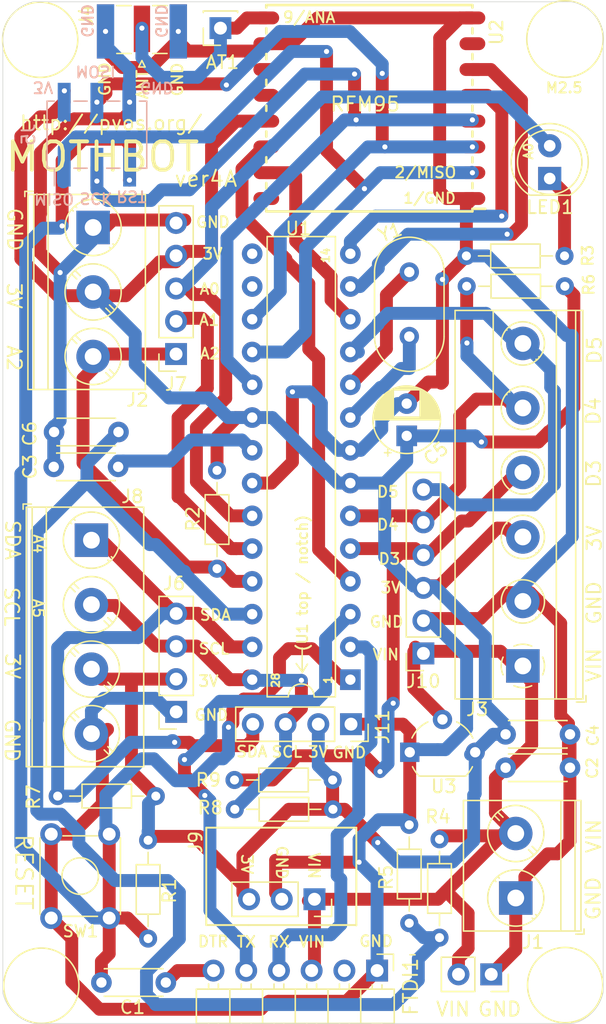
<source format=kicad_pcb>
(kicad_pcb (version 20171130) (host pcbnew 5.1.6-c6e7f7d~87~ubuntu18.04.1)

  (general
    (thickness 1.6)
    (drawings 94)
    (tracks 646)
    (zones 0)
    (modules 39)
    (nets 29)
  )

  (page A4)
  (layers
    (0 F.Cu signal hide)
    (31 B.Cu signal)
    (32 B.Adhes user)
    (33 F.Adhes user)
    (34 B.Paste user)
    (35 F.Paste user)
    (36 B.SilkS user)
    (37 F.SilkS user)
    (38 B.Mask user)
    (39 F.Mask user)
    (40 Dwgs.User user)
    (41 Cmts.User user)
    (42 Eco1.User user)
    (43 Eco2.User user)
    (44 Edge.Cuts user)
    (45 Margin user)
    (46 B.CrtYd user)
    (47 F.CrtYd user)
    (48 B.Fab user)
    (49 F.Fab user)
  )

  (setup
    (last_trace_width 0.25)
    (user_trace_width 0.4)
    (user_trace_width 0.5)
    (user_trace_width 0.75)
    (user_trace_width 1)
    (user_trace_width 1.25)
    (user_trace_width 1.5)
    (user_trace_width 1.7)
    (trace_clearance 0.2)
    (zone_clearance 0.508)
    (zone_45_only no)
    (trace_min 0.2)
    (via_size 0.8)
    (via_drill 0.4)
    (via_min_size 0.4)
    (via_min_drill 0.3)
    (user_via 1 0.5)
    (user_via 1.5 0.75)
    (user_via 1.78 0.89)
    (uvia_size 0.3)
    (uvia_drill 0.1)
    (uvias_allowed no)
    (uvia_min_size 0.2)
    (uvia_min_drill 0.1)
    (edge_width 0.05)
    (segment_width 0.2)
    (pcb_text_width 0.3)
    (pcb_text_size 1.5 1.5)
    (mod_edge_width 0.12)
    (mod_text_size 1 1)
    (mod_text_width 0.15)
    (pad_size 1.524 1.524)
    (pad_drill 0.762)
    (pad_to_mask_clearance 0.051)
    (solder_mask_min_width 0.25)
    (aux_axis_origin 0 0)
    (visible_elements FFFDFF7F)
    (pcbplotparams
      (layerselection 0x010fc_ffffffff)
      (usegerberextensions false)
      (usegerberattributes true)
      (usegerberadvancedattributes true)
      (creategerberjobfile true)
      (excludeedgelayer true)
      (linewidth 0.100000)
      (plotframeref false)
      (viasonmask false)
      (mode 1)
      (useauxorigin false)
      (hpglpennumber 1)
      (hpglpenspeed 20)
      (hpglpendiameter 15.000000)
      (psnegative false)
      (psa4output false)
      (plotreference true)
      (plotvalue true)
      (plotinvisibletext false)
      (padsonsilk false)
      (subtractmaskfromsilk false)
      (outputformat 1)
      (mirror false)
      (drillshape 1)
      (scaleselection 1)
      (outputdirectory ""))
  )

  (net 0 "")
  (net 1 "Net-(AT1-Pad1)")
  (net 2 "Net-(C1-Pad2)")
  (net 3 RST)
  (net 4 GND)
  (net 5 VIN)
  (net 6 "Net-(C3-Pad1)")
  (net 7 VCC)
  (net 8 A3)
  (net 9 D5)
  (net 10 TX0)
  (net 11 RX0)
  (net 12 A0)
  (net 13 D4)
  (net 14 D3)
  (net 15 MOSI)
  (net 16 SCK)
  (net 17 MISO)
  (net 18 A4)
  (net 19 A5)
  (net 20 A1)
  (net 21 A2)
  (net 22 D8)
  (net 23 D7)
  (net 24 D6)
  (net 25 "Net-(U1-Pad10)")
  (net 26 "Net-(U1-Pad9)")
  (net 27 D2)
  (net 28 "Net-(LED1-Pad1)")

  (net_class Default "This is the default net class."
    (clearance 0.2)
    (trace_width 0.25)
    (via_dia 0.8)
    (via_drill 0.4)
    (uvia_dia 0.3)
    (uvia_drill 0.1)
    (add_net A0)
    (add_net A1)
    (add_net A2)
    (add_net A3)
    (add_net A4)
    (add_net A5)
    (add_net D10)
    (add_net D2)
    (add_net D3)
    (add_net D4)
    (add_net D5)
    (add_net D6)
    (add_net D7)
    (add_net D8)
    (add_net D9)
    (add_net GND)
    (add_net MISO)
    (add_net MOSI)
    (add_net "Net-(AT1-Pad1)")
    (add_net "Net-(C1-Pad2)")
    (add_net "Net-(C3-Pad1)")
    (add_net "Net-(FTDI1-Pad2)")
    (add_net "Net-(LED1-Pad1)")
    (add_net "Net-(U1-Pad10)")
    (add_net "Net-(U1-Pad9)")
    (add_net "Net-(U2-Pad11)")
    (add_net "Net-(U2-Pad12)")
    (add_net "Net-(U2-Pad16)")
    (add_net "Net-(U2-Pad7)")
    (add_net RST)
    (add_net RX0)
    (add_net SCK)
    (add_net TX0)
    (add_net VCC)
    (add_net VIN)
  )

  (module Connector_PinSocket_2.54mm:PinSocket_1x02_P2.54mm_Vertical (layer F.Cu) (tedit 5A19A420) (tstamp 5F907383)
    (at -93.566 73.719 270)
    (descr "Through hole straight socket strip, 1x02, 2.54mm pitch, single row (from Kicad 4.0.7), script generated")
    (tags "Through hole socket strip THT 1x02 2.54mm single row")
    (path /5FABB1AA)
    (fp_text reference J12 (at 0 -2.77 90) (layer F.SilkS) hide
      (effects (font (size 1 1) (thickness 0.15)))
    )
    (fp_text value Conn_01x02_Female (at 0 5.31 90) (layer F.Fab)
      (effects (font (size 1 1) (thickness 0.15)))
    )
    (fp_line (start -1.8 4.3) (end -1.8 -1.8) (layer F.CrtYd) (width 0.05))
    (fp_line (start 1.75 4.3) (end -1.8 4.3) (layer F.CrtYd) (width 0.05))
    (fp_line (start 1.75 -1.8) (end 1.75 4.3) (layer F.CrtYd) (width 0.05))
    (fp_line (start -1.8 -1.8) (end 1.75 -1.8) (layer F.CrtYd) (width 0.05))
    (fp_line (start 0 -1.33) (end 1.33 -1.33) (layer F.SilkS) (width 0.12))
    (fp_line (start 1.33 -1.33) (end 1.33 0) (layer F.SilkS) (width 0.12))
    (fp_line (start 1.33 1.27) (end 1.33 3.87) (layer F.SilkS) (width 0.12))
    (fp_line (start -1.33 3.87) (end 1.33 3.87) (layer F.SilkS) (width 0.12))
    (fp_line (start -1.33 1.27) (end -1.33 3.87) (layer F.SilkS) (width 0.12))
    (fp_line (start -1.33 1.27) (end 1.33 1.27) (layer F.SilkS) (width 0.12))
    (fp_line (start -1.27 3.81) (end -1.27 -1.27) (layer F.Fab) (width 0.1))
    (fp_line (start 1.27 3.81) (end -1.27 3.81) (layer F.Fab) (width 0.1))
    (fp_line (start 1.27 -0.635) (end 1.27 3.81) (layer F.Fab) (width 0.1))
    (fp_line (start 0.635 -1.27) (end 1.27 -0.635) (layer F.Fab) (width 0.1))
    (fp_line (start -1.27 -1.27) (end 0.635 -1.27) (layer F.Fab) (width 0.1))
    (fp_text user %R (at 0 1.27) (layer F.Fab)
      (effects (font (size 1 1) (thickness 0.15)))
    )
    (pad 2 thru_hole oval (at 0 2.54 270) (size 1.7 1.7) (drill 1) (layers *.Cu *.Mask)
      (net 5 VIN))
    (pad 1 thru_hole rect (at 0 0 270) (size 1.7 1.7) (drill 1) (layers *.Cu *.Mask)
      (net 4 GND))
    (model ${KISYS3DMOD}/Connector_PinSocket_2.54mm.3dshapes/PinSocket_1x02_P2.54mm_Vertical.wrl
      (at (xyz 0 0 0))
      (scale (xyz 1 1 1))
      (rotate (xyz 0 0 0))
    )
  )

  (module Connector_PinSocket_2.54mm:PinSocket_1x04_P2.54mm_Vertical (layer F.Cu) (tedit 5A19A429) (tstamp 5F8F9EDD)
    (at -104.45 54.325 270)
    (descr "Through hole straight socket strip, 1x04, 2.54mm pitch, single row (from Kicad 4.0.7), script generated")
    (tags "Through hole socket strip THT 1x04 2.54mm single row")
    (path /5F9888EF)
    (fp_text reference J11 (at 0.205 -2.45 270) (layer F.SilkS)
      (effects (font (size 1 1) (thickness 0.15)))
    )
    (fp_text value Conn_01x04_Female (at 0 10.39 90) (layer F.Fab)
      (effects (font (size 1 1) (thickness 0.15)))
    )
    (fp_line (start -1.27 -1.27) (end 0.635 -1.27) (layer F.Fab) (width 0.1))
    (fp_line (start 0.635 -1.27) (end 1.27 -0.635) (layer F.Fab) (width 0.1))
    (fp_line (start 1.27 -0.635) (end 1.27 8.89) (layer F.Fab) (width 0.1))
    (fp_line (start 1.27 8.89) (end -1.27 8.89) (layer F.Fab) (width 0.1))
    (fp_line (start -1.27 8.89) (end -1.27 -1.27) (layer F.Fab) (width 0.1))
    (fp_line (start -1.33 1.27) (end 1.33 1.27) (layer F.SilkS) (width 0.12))
    (fp_line (start -1.33 1.27) (end -1.33 8.95) (layer F.SilkS) (width 0.12))
    (fp_line (start -1.33 8.95) (end 1.33 8.95) (layer F.SilkS) (width 0.12))
    (fp_line (start 1.33 1.27) (end 1.33 8.95) (layer F.SilkS) (width 0.12))
    (fp_line (start 1.33 -1.33) (end 1.33 0) (layer F.SilkS) (width 0.12))
    (fp_line (start 0 -1.33) (end 1.33 -1.33) (layer F.SilkS) (width 0.12))
    (fp_line (start -1.8 -1.8) (end 1.75 -1.8) (layer F.CrtYd) (width 0.05))
    (fp_line (start 1.75 -1.8) (end 1.75 9.4) (layer F.CrtYd) (width 0.05))
    (fp_line (start 1.75 9.4) (end -1.8 9.4) (layer F.CrtYd) (width 0.05))
    (fp_line (start -1.8 9.4) (end -1.8 -1.8) (layer F.CrtYd) (width 0.05))
    (fp_text user %R (at 0 3.81) (layer F.Fab)
      (effects (font (size 1 1) (thickness 0.15)))
    )
    (pad 1 thru_hole rect (at 0 0 270) (size 1.7 1.7) (drill 1) (layers *.Cu *.Mask)
      (net 4 GND))
    (pad 2 thru_hole oval (at 0 2.54 270) (size 1.7 1.7) (drill 1) (layers *.Cu *.Mask)
      (net 7 VCC))
    (pad 3 thru_hole oval (at 0 5.08 270) (size 1.7 1.7) (drill 1) (layers *.Cu *.Mask)
      (net 19 A5))
    (pad 4 thru_hole oval (at 0 7.62 270) (size 1.7 1.7) (drill 1) (layers *.Cu *.Mask)
      (net 18 A4))
    (model ${KISYS3DMOD}/Connector_PinSocket_2.54mm.3dshapes/PinSocket_1x04_P2.54mm_Vertical.wrl
      (at (xyz 0 0 0))
      (scale (xyz 1 1 1))
      (rotate (xyz 0 0 0))
    )
  )

  (module Connector_PinSocket_2.54mm:PinSocket_1x06_P2.54mm_Vertical (layer F.Cu) (tedit 5A19A430) (tstamp 5F8F9EC5)
    (at -98.83 48.84 180)
    (descr "Through hole straight socket strip, 1x06, 2.54mm pitch, single row (from Kicad 4.0.7), script generated")
    (tags "Through hole socket strip THT 1x06 2.54mm single row")
    (path /5F9CDA80)
    (fp_text reference J10 (at 0.005 -2.16) (layer F.SilkS)
      (effects (font (size 1 1) (thickness 0.15)))
    )
    (fp_text value Conn_01x06_Female (at 0 15.47) (layer F.Fab)
      (effects (font (size 1 1) (thickness 0.15)))
    )
    (fp_line (start -1.8 14.45) (end -1.8 -1.8) (layer F.CrtYd) (width 0.05))
    (fp_line (start 1.75 14.45) (end -1.8 14.45) (layer F.CrtYd) (width 0.05))
    (fp_line (start 1.75 -1.8) (end 1.75 14.45) (layer F.CrtYd) (width 0.05))
    (fp_line (start -1.8 -1.8) (end 1.75 -1.8) (layer F.CrtYd) (width 0.05))
    (fp_line (start 0 -1.33) (end 1.33 -1.33) (layer F.SilkS) (width 0.12))
    (fp_line (start 1.33 -1.33) (end 1.33 0) (layer F.SilkS) (width 0.12))
    (fp_line (start 1.33 1.27) (end 1.33 14.03) (layer F.SilkS) (width 0.12))
    (fp_line (start -1.33 14.03) (end 1.33 14.03) (layer F.SilkS) (width 0.12))
    (fp_line (start -1.33 1.27) (end -1.33 14.03) (layer F.SilkS) (width 0.12))
    (fp_line (start -1.33 1.27) (end 1.33 1.27) (layer F.SilkS) (width 0.12))
    (fp_line (start -1.27 13.97) (end -1.27 -1.27) (layer F.Fab) (width 0.1))
    (fp_line (start 1.27 13.97) (end -1.27 13.97) (layer F.Fab) (width 0.1))
    (fp_line (start 1.27 -0.635) (end 1.27 13.97) (layer F.Fab) (width 0.1))
    (fp_line (start 0.635 -1.27) (end 1.27 -0.635) (layer F.Fab) (width 0.1))
    (fp_line (start -1.27 -1.27) (end 0.635 -1.27) (layer F.Fab) (width 0.1))
    (fp_text user %R (at 0 6.35 90) (layer F.Fab)
      (effects (font (size 1 1) (thickness 0.15)))
    )
    (pad 6 thru_hole oval (at 0 12.7 180) (size 1.7 1.7) (drill 1) (layers *.Cu *.Mask)
      (net 9 D5))
    (pad 5 thru_hole oval (at 0 10.16 180) (size 1.7 1.7) (drill 1) (layers *.Cu *.Mask)
      (net 13 D4))
    (pad 4 thru_hole oval (at 0 7.62 180) (size 1.7 1.7) (drill 1) (layers *.Cu *.Mask)
      (net 14 D3))
    (pad 3 thru_hole oval (at 0 5.08 180) (size 1.7 1.7) (drill 1) (layers *.Cu *.Mask)
      (net 7 VCC))
    (pad 2 thru_hole oval (at 0 2.54 180) (size 1.7 1.7) (drill 1) (layers *.Cu *.Mask)
      (net 4 GND))
    (pad 1 thru_hole rect (at 0 0 180) (size 1.7 1.7) (drill 1) (layers *.Cu *.Mask)
      (net 5 VIN))
    (model ${KISYS3DMOD}/Connector_PinSocket_2.54mm.3dshapes/PinSocket_1x06_P2.54mm_Vertical.wrl
      (at (xyz 0 0 0))
      (scale (xyz 1 1 1))
      (rotate (xyz 0 0 0))
    )
  )

  (module TerminalBlock_Phoenix:TerminalBlock_Phoenix_MKDS-1,5-6_1x06_P5.00mm_Horizontal (layer F.Cu) (tedit 5B294EE7) (tstamp 5F8FAD80)
    (at -91.11 49.81 90)
    (descr "Terminal Block Phoenix MKDS-1,5-6, 6 pins, pitch 5mm, size 30x9.8mm^2, drill diamater 1.3mm, pad diameter 2.6mm, see http://www.farnell.com/datasheets/100425.pdf, script-generated using https://github.com/pointhi/kicad-footprint-generator/scripts/TerminalBlock_Phoenix")
    (tags "THT Terminal Block Phoenix MKDS-1,5-6 pitch 5mm size 30x9.8mm^2 drill 1.3mm pad 2.6mm")
    (path /5F9AF7B1)
    (fp_text reference J3 (at -3.37 -3.54 180) (layer F.SilkS)
      (effects (font (size 1 1) (thickness 0.15)))
    )
    (fp_text value Screw_Terminal_01x06 (at 12.5 5.66 90) (layer F.Fab)
      (effects (font (size 1 1) (thickness 0.15)))
    )
    (fp_line (start 28 -5.71) (end -3 -5.71) (layer F.CrtYd) (width 0.05))
    (fp_line (start 28 5.1) (end 28 -5.71) (layer F.CrtYd) (width 0.05))
    (fp_line (start -3 5.1) (end 28 5.1) (layer F.CrtYd) (width 0.05))
    (fp_line (start -3 -5.71) (end -3 5.1) (layer F.CrtYd) (width 0.05))
    (fp_line (start -2.8 4.9) (end -2.3 4.9) (layer F.SilkS) (width 0.12))
    (fp_line (start -2.8 4.16) (end -2.8 4.9) (layer F.SilkS) (width 0.12))
    (fp_line (start 23.773 1.023) (end 23.726 1.069) (layer F.SilkS) (width 0.12))
    (fp_line (start 26.07 -1.275) (end 26.035 -1.239) (layer F.SilkS) (width 0.12))
    (fp_line (start 23.966 1.239) (end 23.931 1.274) (layer F.SilkS) (width 0.12))
    (fp_line (start 26.275 -1.069) (end 26.228 -1.023) (layer F.SilkS) (width 0.12))
    (fp_line (start 25.955 -1.138) (end 23.863 0.955) (layer F.Fab) (width 0.1))
    (fp_line (start 26.138 -0.955) (end 24.046 1.138) (layer F.Fab) (width 0.1))
    (fp_line (start 18.773 1.023) (end 18.726 1.069) (layer F.SilkS) (width 0.12))
    (fp_line (start 21.07 -1.275) (end 21.035 -1.239) (layer F.SilkS) (width 0.12))
    (fp_line (start 18.966 1.239) (end 18.931 1.274) (layer F.SilkS) (width 0.12))
    (fp_line (start 21.275 -1.069) (end 21.228 -1.023) (layer F.SilkS) (width 0.12))
    (fp_line (start 20.955 -1.138) (end 18.863 0.955) (layer F.Fab) (width 0.1))
    (fp_line (start 21.138 -0.955) (end 19.046 1.138) (layer F.Fab) (width 0.1))
    (fp_line (start 13.773 1.023) (end 13.726 1.069) (layer F.SilkS) (width 0.12))
    (fp_line (start 16.07 -1.275) (end 16.035 -1.239) (layer F.SilkS) (width 0.12))
    (fp_line (start 13.966 1.239) (end 13.931 1.274) (layer F.SilkS) (width 0.12))
    (fp_line (start 16.275 -1.069) (end 16.228 -1.023) (layer F.SilkS) (width 0.12))
    (fp_line (start 15.955 -1.138) (end 13.863 0.955) (layer F.Fab) (width 0.1))
    (fp_line (start 16.138 -0.955) (end 14.046 1.138) (layer F.Fab) (width 0.1))
    (fp_line (start 8.773 1.023) (end 8.726 1.069) (layer F.SilkS) (width 0.12))
    (fp_line (start 11.07 -1.275) (end 11.035 -1.239) (layer F.SilkS) (width 0.12))
    (fp_line (start 8.966 1.239) (end 8.931 1.274) (layer F.SilkS) (width 0.12))
    (fp_line (start 11.275 -1.069) (end 11.228 -1.023) (layer F.SilkS) (width 0.12))
    (fp_line (start 10.955 -1.138) (end 8.863 0.955) (layer F.Fab) (width 0.1))
    (fp_line (start 11.138 -0.955) (end 9.046 1.138) (layer F.Fab) (width 0.1))
    (fp_line (start 3.773 1.023) (end 3.726 1.069) (layer F.SilkS) (width 0.12))
    (fp_line (start 6.07 -1.275) (end 6.035 -1.239) (layer F.SilkS) (width 0.12))
    (fp_line (start 3.966 1.239) (end 3.931 1.274) (layer F.SilkS) (width 0.12))
    (fp_line (start 6.275 -1.069) (end 6.228 -1.023) (layer F.SilkS) (width 0.12))
    (fp_line (start 5.955 -1.138) (end 3.863 0.955) (layer F.Fab) (width 0.1))
    (fp_line (start 6.138 -0.955) (end 4.046 1.138) (layer F.Fab) (width 0.1))
    (fp_line (start 0.955 -1.138) (end -1.138 0.955) (layer F.Fab) (width 0.1))
    (fp_line (start 1.138 -0.955) (end -0.955 1.138) (layer F.Fab) (width 0.1))
    (fp_line (start 27.56 -5.261) (end 27.56 4.66) (layer F.SilkS) (width 0.12))
    (fp_line (start -2.56 -5.261) (end -2.56 4.66) (layer F.SilkS) (width 0.12))
    (fp_line (start -2.56 4.66) (end 27.56 4.66) (layer F.SilkS) (width 0.12))
    (fp_line (start -2.56 -5.261) (end 27.56 -5.261) (layer F.SilkS) (width 0.12))
    (fp_line (start -2.56 -2.301) (end 27.56 -2.301) (layer F.SilkS) (width 0.12))
    (fp_line (start -2.5 -2.3) (end 27.5 -2.3) (layer F.Fab) (width 0.1))
    (fp_line (start -2.56 2.6) (end 27.56 2.6) (layer F.SilkS) (width 0.12))
    (fp_line (start -2.5 2.6) (end 27.5 2.6) (layer F.Fab) (width 0.1))
    (fp_line (start -2.56 4.1) (end 27.56 4.1) (layer F.SilkS) (width 0.12))
    (fp_line (start -2.5 4.1) (end 27.5 4.1) (layer F.Fab) (width 0.1))
    (fp_line (start -2.5 4.1) (end -2.5 -5.2) (layer F.Fab) (width 0.1))
    (fp_line (start -2 4.6) (end -2.5 4.1) (layer F.Fab) (width 0.1))
    (fp_line (start 27.5 4.6) (end -2 4.6) (layer F.Fab) (width 0.1))
    (fp_line (start 27.5 -5.2) (end 27.5 4.6) (layer F.Fab) (width 0.1))
    (fp_line (start -2.5 -5.2) (end 27.5 -5.2) (layer F.Fab) (width 0.1))
    (fp_circle (center 25 0) (end 26.68 0) (layer F.SilkS) (width 0.12))
    (fp_circle (center 25 0) (end 26.5 0) (layer F.Fab) (width 0.1))
    (fp_circle (center 20 0) (end 21.68 0) (layer F.SilkS) (width 0.12))
    (fp_circle (center 20 0) (end 21.5 0) (layer F.Fab) (width 0.1))
    (fp_circle (center 15 0) (end 16.68 0) (layer F.SilkS) (width 0.12))
    (fp_circle (center 15 0) (end 16.5 0) (layer F.Fab) (width 0.1))
    (fp_circle (center 10 0) (end 11.68 0) (layer F.SilkS) (width 0.12))
    (fp_circle (center 10 0) (end 11.5 0) (layer F.Fab) (width 0.1))
    (fp_circle (center 5 0) (end 6.68 0) (layer F.SilkS) (width 0.12))
    (fp_circle (center 5 0) (end 6.5 0) (layer F.Fab) (width 0.1))
    (fp_circle (center 0 0) (end 1.5 0) (layer F.Fab) (width 0.1))
    (fp_text user %R (at 12.5 3.2 90) (layer F.Fab)
      (effects (font (size 1 1) (thickness 0.15)))
    )
    (fp_arc (start 0 0) (end -0.684 1.535) (angle -25) (layer F.SilkS) (width 0.12))
    (fp_arc (start 0 0) (end -1.535 -0.684) (angle -48) (layer F.SilkS) (width 0.12))
    (fp_arc (start 0 0) (end 0.684 -1.535) (angle -48) (layer F.SilkS) (width 0.12))
    (fp_arc (start 0 0) (end 1.535 0.684) (angle -48) (layer F.SilkS) (width 0.12))
    (fp_arc (start 0 0) (end 0 1.68) (angle -24) (layer F.SilkS) (width 0.12))
    (pad 6 thru_hole circle (at 25 0 90) (size 2.6 2.6) (drill 1.3) (layers *.Cu *.Mask)
      (net 9 D5))
    (pad 5 thru_hole circle (at 20 0 90) (size 2.6 2.6) (drill 1.3) (layers *.Cu *.Mask)
      (net 13 D4))
    (pad 4 thru_hole circle (at 15 0 90) (size 2.6 2.6) (drill 1.3) (layers *.Cu *.Mask)
      (net 14 D3))
    (pad 3 thru_hole circle (at 10 0 90) (size 2.6 2.6) (drill 1.3) (layers *.Cu *.Mask)
      (net 7 VCC))
    (pad 2 thru_hole circle (at 5 0 90) (size 2.6 2.6) (drill 1.3) (layers *.Cu *.Mask)
      (net 4 GND))
    (pad 1 thru_hole rect (at 0 0 90) (size 2.6 2.6) (drill 1.3) (layers *.Cu *.Mask)
      (net 5 VIN))
    (model ${KISYS3DMOD}/TerminalBlock_Phoenix.3dshapes/TerminalBlock_Phoenix_MKDS-1,5-6_1x06_P5.00mm_Horizontal.wrl
      (at (xyz 0 0 0))
      (scale (xyz 1 1 1))
      (rotate (xyz 0 0 0))
    )
  )

  (module Crystal:Resonator-2Pin_W10.0mm_H5.0mm (layer F.Cu) (tedit 5A0FD1B2) (tstamp 5F7C78EB)
    (at -99.925 24.275 90)
    (descr "Ceramic Resomator/Filter 10.0x5.0 RedFrequency MG/MT/MX series, http://www.red-frequency.com/download/datenblatt/redfrequency-datenblatt-ir-zta.pdf, length*width=10.0x5.0mm^2 package, package length=10.0mm, package width=5.0mm, 2 pins")
    (tags "THT ceramic resonator filter")
    (path /5F2FF1D5)
    (fp_text reference Y1 (at 8.075 -1.475 20) (layer F.SilkS)
      (effects (font (size 1 1) (thickness 0.15)))
    )
    (fp_text value Crystal (at 2.5 3.7 90) (layer F.Fab)
      (effects (font (size 1 1) (thickness 0.15)))
    )
    (fp_line (start 0 -2.5) (end 5 -2.5) (layer F.Fab) (width 0.1))
    (fp_line (start 0 2.5) (end 5 2.5) (layer F.Fab) (width 0.1))
    (fp_line (start 0 -2.5) (end 5 -2.5) (layer F.Fab) (width 0.1))
    (fp_line (start 0 2.5) (end 5 2.5) (layer F.Fab) (width 0.1))
    (fp_line (start 0 -2.7) (end 5 -2.7) (layer F.SilkS) (width 0.12))
    (fp_line (start 0 2.7) (end 5 2.7) (layer F.SilkS) (width 0.12))
    (fp_line (start -3 -3) (end -3 3) (layer F.CrtYd) (width 0.05))
    (fp_line (start -3 3) (end 8 3) (layer F.CrtYd) (width 0.05))
    (fp_line (start 8 3) (end 8 -3) (layer F.CrtYd) (width 0.05))
    (fp_line (start 8 -3) (end -3 -3) (layer F.CrtYd) (width 0.05))
    (fp_arc (start 5 0) (end 5 -2.7) (angle 180) (layer F.SilkS) (width 0.12))
    (fp_arc (start 0 0) (end 0 -2.7) (angle -180) (layer F.SilkS) (width 0.12))
    (fp_arc (start 5 0) (end 5 -2.5) (angle 180) (layer F.Fab) (width 0.1))
    (fp_arc (start 0 0) (end 0 -2.5) (angle -180) (layer F.Fab) (width 0.1))
    (fp_arc (start 5 0) (end 5 -2.5) (angle 180) (layer F.Fab) (width 0.1))
    (fp_arc (start 0 0) (end 0 -2.5) (angle -180) (layer F.Fab) (width 0.1))
    (fp_text user %R (at 2.5 0 90) (layer F.Fab)
      (effects (font (size 1 1) (thickness 0.15)))
    )
    (pad 2 thru_hole circle (at 5 0 90) (size 1.5 1.5) (drill 0.8) (layers *.Cu *.Mask)
      (net 25 "Net-(U1-Pad10)"))
    (pad 1 thru_hole circle (at 0 0 90) (size 1.5 1.5) (drill 0.8) (layers *.Cu *.Mask)
      (net 26 "Net-(U1-Pad9)"))
    (model ${KISYS3DMOD}/Crystal.3dshapes/Resonator-2Pin_W10.0mm_H5.0mm.wrl
      (at (xyz 0 0 0))
      (scale (xyz 1 1 1))
      (rotate (xyz 0 0 0))
    )
  )

  (module Connector_PinSocket_2.54mm:PinSocket_1x05_P2.54mm_Vertical (layer F.Cu) (tedit 5A19A420) (tstamp 5F90C0F2)
    (at -118.03 25.63 180)
    (descr "Through hole straight socket strip, 1x05, 2.54mm pitch, single row (from Kicad 4.0.7), script generated")
    (tags "Through hole socket strip THT 1x05 2.54mm single row")
    (path /5F8A1647)
    (fp_text reference J7 (at 0 -2.33) (layer F.SilkS)
      (effects (font (size 1 1) (thickness 0.15)))
    )
    (fp_text value Conn_01x05_Female (at 0 12.93) (layer F.Fab)
      (effects (font (size 1 1) (thickness 0.15)))
    )
    (fp_line (start -1.8 11.9) (end -1.8 -1.8) (layer F.CrtYd) (width 0.05))
    (fp_line (start 1.75 11.9) (end -1.8 11.9) (layer F.CrtYd) (width 0.05))
    (fp_line (start 1.75 -1.8) (end 1.75 11.9) (layer F.CrtYd) (width 0.05))
    (fp_line (start -1.8 -1.8) (end 1.75 -1.8) (layer F.CrtYd) (width 0.05))
    (fp_line (start 0 -1.33) (end 1.33 -1.33) (layer F.SilkS) (width 0.12))
    (fp_line (start 1.33 -1.33) (end 1.33 0) (layer F.SilkS) (width 0.12))
    (fp_line (start 1.33 1.27) (end 1.33 11.49) (layer F.SilkS) (width 0.12))
    (fp_line (start -1.33 11.49) (end 1.33 11.49) (layer F.SilkS) (width 0.12))
    (fp_line (start -1.33 1.27) (end -1.33 11.49) (layer F.SilkS) (width 0.12))
    (fp_line (start -1.33 1.27) (end 1.33 1.27) (layer F.SilkS) (width 0.12))
    (fp_line (start -1.27 11.43) (end -1.27 -1.27) (layer F.Fab) (width 0.1))
    (fp_line (start 1.27 11.43) (end -1.27 11.43) (layer F.Fab) (width 0.1))
    (fp_line (start 1.27 -0.635) (end 1.27 11.43) (layer F.Fab) (width 0.1))
    (fp_line (start 0.635 -1.27) (end 1.27 -0.635) (layer F.Fab) (width 0.1))
    (fp_line (start -1.27 -1.27) (end 0.635 -1.27) (layer F.Fab) (width 0.1))
    (fp_text user %R (at 0 5.08 90) (layer F.Fab)
      (effects (font (size 1 1) (thickness 0.15)))
    )
    (pad 5 thru_hole oval (at 0 10.16 180) (size 1.7 1.7) (drill 1) (layers *.Cu *.Mask)
      (net 4 GND))
    (pad 4 thru_hole oval (at 0 7.62 180) (size 1.7 1.7) (drill 1) (layers *.Cu *.Mask)
      (net 7 VCC))
    (pad 3 thru_hole oval (at 0 5.08 180) (size 1.7 1.7) (drill 1) (layers *.Cu *.Mask)
      (net 12 A0))
    (pad 2 thru_hole oval (at 0 2.54 180) (size 1.7 1.7) (drill 1) (layers *.Cu *.Mask)
      (net 20 A1))
    (pad 1 thru_hole rect (at 0 0 180) (size 1.7 1.7) (drill 1) (layers *.Cu *.Mask)
      (net 21 A2))
    (model ${KISYS3DMOD}/Connector_PinSocket_2.54mm.3dshapes/PinSocket_1x05_P2.54mm_Vertical.wrl
      (at (xyz 0 0 0))
      (scale (xyz 1 1 1))
      (rotate (xyz 0 0 0))
    )
  )

  (module Resistor_THT:R_Axial_DIN0204_L3.6mm_D1.6mm_P7.62mm_Horizontal (layer F.Cu) (tedit 5AE5139B) (tstamp 5F7D1419)
    (at -105.875 58.65 180)
    (descr "Resistor, Axial_DIN0204 series, Axial, Horizontal, pin pitch=7.62mm, 0.167W, length*diameter=3.6*1.6mm^2, http://cdn-reichelt.de/documents/datenblatt/B400/1_4W%23YAG.pdf")
    (tags "Resistor Axial_DIN0204 series Axial Horizontal pin pitch 7.62mm 0.167W length 3.6mm diameter 1.6mm")
    (path /5F83A4F3)
    (fp_text reference R9 (at 9.65 0) (layer F.SilkS)
      (effects (font (size 1 1) (thickness 0.15)))
    )
    (fp_text value 10K (at 3.81 1.92) (layer F.Fab)
      (effects (font (size 1 1) (thickness 0.15)))
    )
    (fp_line (start 8.57 -1.05) (end -0.95 -1.05) (layer F.CrtYd) (width 0.05))
    (fp_line (start 8.57 1.05) (end 8.57 -1.05) (layer F.CrtYd) (width 0.05))
    (fp_line (start -0.95 1.05) (end 8.57 1.05) (layer F.CrtYd) (width 0.05))
    (fp_line (start -0.95 -1.05) (end -0.95 1.05) (layer F.CrtYd) (width 0.05))
    (fp_line (start 6.68 0) (end 5.73 0) (layer F.SilkS) (width 0.12))
    (fp_line (start 0.94 0) (end 1.89 0) (layer F.SilkS) (width 0.12))
    (fp_line (start 5.73 -0.92) (end 1.89 -0.92) (layer F.SilkS) (width 0.12))
    (fp_line (start 5.73 0.92) (end 5.73 -0.92) (layer F.SilkS) (width 0.12))
    (fp_line (start 1.89 0.92) (end 5.73 0.92) (layer F.SilkS) (width 0.12))
    (fp_line (start 1.89 -0.92) (end 1.89 0.92) (layer F.SilkS) (width 0.12))
    (fp_line (start 7.62 0) (end 5.61 0) (layer F.Fab) (width 0.1))
    (fp_line (start 0 0) (end 2.01 0) (layer F.Fab) (width 0.1))
    (fp_line (start 5.61 -0.8) (end 2.01 -0.8) (layer F.Fab) (width 0.1))
    (fp_line (start 5.61 0.8) (end 5.61 -0.8) (layer F.Fab) (width 0.1))
    (fp_line (start 2.01 0.8) (end 5.61 0.8) (layer F.Fab) (width 0.1))
    (fp_line (start 2.01 -0.8) (end 2.01 0.8) (layer F.Fab) (width 0.1))
    (fp_text user %R (at 3.81 0) (layer F.Fab)
      (effects (font (size 0.72 0.72) (thickness 0.108)))
    )
    (pad 2 thru_hole oval (at 7.62 0 180) (size 1.4 1.4) (drill 0.7) (layers *.Cu *.Mask)
      (net 14 D3))
    (pad 1 thru_hole circle (at 0 0 180) (size 1.4 1.4) (drill 0.7) (layers *.Cu *.Mask)
      (net 7 VCC))
    (model ${KISYS3DMOD}/Resistor_THT.3dshapes/R_Axial_DIN0204_L3.6mm_D1.6mm_P7.62mm_Horizontal.wrl
      (at (xyz 0 0 0))
      (scale (xyz 1 1 1))
      (rotate (xyz 0 0 0))
    )
  )

  (module Capacitor_THT:C_Disc_D4.3mm_W1.9mm_P5.00mm (layer F.Cu) (tedit 5AE50EF0) (tstamp 5F7B48AD)
    (at -122.525 34.375 180)
    (descr "C, Disc series, Radial, pin pitch=5.00mm, , diameter*width=4.3*1.9mm^2, Capacitor, http://www.vishay.com/docs/45233/krseries.pdf")
    (tags "C Disc series Radial pin pitch 5.00mm  diameter 4.3mm width 1.9mm Capacitor")
    (path /5F266C1D)
    (fp_text reference C3 (at 6.85 0 270) (layer F.SilkS)
      (effects (font (size 1 1) (thickness 0.15)))
    )
    (fp_text value 0.1u (at 2.5 2.2) (layer F.Fab)
      (effects (font (size 1 1) (thickness 0.15)))
    )
    (fp_line (start 0.35 -0.95) (end 0.35 0.95) (layer F.Fab) (width 0.1))
    (fp_line (start 0.35 0.95) (end 4.65 0.95) (layer F.Fab) (width 0.1))
    (fp_line (start 4.65 0.95) (end 4.65 -0.95) (layer F.Fab) (width 0.1))
    (fp_line (start 4.65 -0.95) (end 0.35 -0.95) (layer F.Fab) (width 0.1))
    (fp_line (start 0.23 -1.07) (end 4.77 -1.07) (layer F.SilkS) (width 0.12))
    (fp_line (start 0.23 1.07) (end 4.77 1.07) (layer F.SilkS) (width 0.12))
    (fp_line (start 0.23 -1.07) (end 0.23 -1.055) (layer F.SilkS) (width 0.12))
    (fp_line (start 0.23 1.055) (end 0.23 1.07) (layer F.SilkS) (width 0.12))
    (fp_line (start 4.77 -1.07) (end 4.77 -1.055) (layer F.SilkS) (width 0.12))
    (fp_line (start 4.77 1.055) (end 4.77 1.07) (layer F.SilkS) (width 0.12))
    (fp_line (start -1.05 -1.2) (end -1.05 1.2) (layer F.CrtYd) (width 0.05))
    (fp_line (start -1.05 1.2) (end 6.05 1.2) (layer F.CrtYd) (width 0.05))
    (fp_line (start 6.05 1.2) (end 6.05 -1.2) (layer F.CrtYd) (width 0.05))
    (fp_line (start 6.05 -1.2) (end -1.05 -1.2) (layer F.CrtYd) (width 0.05))
    (fp_text user %R (at 2.5 0.125) (layer F.Fab)
      (effects (font (size 0.86 0.86) (thickness 0.129)))
    )
    (pad 2 thru_hole circle (at 5 0 180) (size 1.6 1.6) (drill 0.8) (layers *.Cu *.Mask)
      (net 4 GND))
    (pad 1 thru_hole circle (at 0 0 180) (size 1.6 1.6) (drill 0.8) (layers *.Cu *.Mask)
      (net 6 "Net-(C3-Pad1)"))
    (model ${KISYS3DMOD}/Capacitor_THT.3dshapes/C_Disc_D4.3mm_W1.9mm_P5.00mm.wrl
      (at (xyz 0 0 0))
      (scale (xyz 1 1 1))
      (rotate (xyz 0 0 0))
    )
  )

  (module MountingHole:MountingHole_2.7mm_M2.5 (layer F.Cu) (tedit 56D1B4CB) (tstamp 5F7B343A)
    (at -87.8 1.225 180)
    (descr "Mounting Hole 2.7mm, no annular, M2.5")
    (tags "mounting hole 2.7mm no annular m2.5")
    (path /5F3BA0EE)
    (attr virtual)
    (fp_text reference H4 (at 0 -3.7) (layer F.SilkS) hide
      (effects (font (size 1 1) (thickness 0.15)))
    )
    (fp_text value MountingHole (at 0 3.7) (layer F.Fab)
      (effects (font (size 1 1) (thickness 0.15)))
    )
    (fp_circle (center 0 0) (end 2.95 0) (layer F.CrtYd) (width 0.05))
    (fp_circle (center 0 0) (end 2.7 0) (layer Cmts.User) (width 0.15))
    (fp_text user %R (at 0.3 0) (layer F.Fab)
      (effects (font (size 1 1) (thickness 0.15)))
    )
    (pad 1 np_thru_hole circle (at 0 0 180) (size 2.7 2.7) (drill 2.7) (layers *.Cu *.Mask))
  )

  (module MountingHole:MountingHole_2.7mm_M2.5 (layer F.Cu) (tedit 56D1B4CB) (tstamp 5F7B3432)
    (at -128.525 74.6 180)
    (descr "Mounting Hole 2.7mm, no annular, M2.5")
    (tags "mounting hole 2.7mm no annular m2.5")
    (path /5F3B9C3E)
    (attr virtual)
    (fp_text reference H3 (at 0 -3.7) (layer F.SilkS) hide
      (effects (font (size 1 1) (thickness 0.15)))
    )
    (fp_text value MountingHole (at 0 3.7) (layer F.Fab)
      (effects (font (size 1 1) (thickness 0.15)))
    )
    (fp_circle (center 0 0) (end 2.95 0) (layer F.CrtYd) (width 0.05))
    (fp_circle (center 0 0) (end 2.7 0) (layer Cmts.User) (width 0.15))
    (fp_text user %R (at 0.3 0) (layer F.Fab)
      (effects (font (size 1 1) (thickness 0.15)))
    )
    (pad 1 np_thru_hole circle (at 0 0 180) (size 2.7 2.7) (drill 2.7) (layers *.Cu *.Mask))
  )

  (module Resistor_THT:R_Axial_DIN0204_L3.6mm_D1.6mm_P7.62mm_Horizontal (layer F.Cu) (tedit 5AE5139B) (tstamp 5F8FD119)
    (at -105.85 60.925 180)
    (descr "Resistor, Axial_DIN0204 series, Axial, Horizontal, pin pitch=7.62mm, 0.167W, length*diameter=3.6*1.6mm^2, http://cdn-reichelt.de/documents/datenblatt/B400/1_4W%23YAG.pdf")
    (tags "Resistor Axial_DIN0204 series Axial Horizontal pin pitch 7.62mm 0.167W length 3.6mm diameter 1.6mm")
    (path /5F722F91)
    (fp_text reference R8 (at 9.525 0.125) (layer F.SilkS)
      (effects (font (size 1 1) (thickness 0.15)))
    )
    (fp_text value R (at 3.81 1.92) (layer F.Fab)
      (effects (font (size 1 1) (thickness 0.15)))
    )
    (fp_line (start 2.01 -0.8) (end 2.01 0.8) (layer F.Fab) (width 0.1))
    (fp_line (start 2.01 0.8) (end 5.61 0.8) (layer F.Fab) (width 0.1))
    (fp_line (start 5.61 0.8) (end 5.61 -0.8) (layer F.Fab) (width 0.1))
    (fp_line (start 5.61 -0.8) (end 2.01 -0.8) (layer F.Fab) (width 0.1))
    (fp_line (start 0 0) (end 2.01 0) (layer F.Fab) (width 0.1))
    (fp_line (start 7.62 0) (end 5.61 0) (layer F.Fab) (width 0.1))
    (fp_line (start 1.89 -0.92) (end 1.89 0.92) (layer F.SilkS) (width 0.12))
    (fp_line (start 1.89 0.92) (end 5.73 0.92) (layer F.SilkS) (width 0.12))
    (fp_line (start 5.73 0.92) (end 5.73 -0.92) (layer F.SilkS) (width 0.12))
    (fp_line (start 5.73 -0.92) (end 1.89 -0.92) (layer F.SilkS) (width 0.12))
    (fp_line (start 0.94 0) (end 1.89 0) (layer F.SilkS) (width 0.12))
    (fp_line (start 6.68 0) (end 5.73 0) (layer F.SilkS) (width 0.12))
    (fp_line (start -0.95 -1.05) (end -0.95 1.05) (layer F.CrtYd) (width 0.05))
    (fp_line (start -0.95 1.05) (end 8.57 1.05) (layer F.CrtYd) (width 0.05))
    (fp_line (start 8.57 1.05) (end 8.57 -1.05) (layer F.CrtYd) (width 0.05))
    (fp_line (start 8.57 -1.05) (end -0.95 -1.05) (layer F.CrtYd) (width 0.05))
    (fp_text user %R (at 3.81 0) (layer F.Fab)
      (effects (font (size 0.72 0.72) (thickness 0.108)))
    )
    (pad 2 thru_hole oval (at 7.62 0 180) (size 1.4 1.4) (drill 0.7) (layers *.Cu *.Mask)
      (net 19 A5))
    (pad 1 thru_hole circle (at 0 0 180) (size 1.4 1.4) (drill 0.7) (layers *.Cu *.Mask)
      (net 7 VCC))
    (model ${KISYS3DMOD}/Resistor_THT.3dshapes/R_Axial_DIN0204_L3.6mm_D1.6mm_P7.62mm_Horizontal.wrl
      (at (xyz 0 0 0))
      (scale (xyz 1 1 1))
      (rotate (xyz 0 0 0))
    )
  )

  (module Resistor_THT:R_Axial_DIN0204_L3.6mm_D1.6mm_P7.62mm_Horizontal (layer F.Cu) (tedit 5AE5139B) (tstamp 5F7A38B7)
    (at -119.6 59.9 180)
    (descr "Resistor, Axial_DIN0204 series, Axial, Horizontal, pin pitch=7.62mm, 0.167W, length*diameter=3.6*1.6mm^2, http://cdn-reichelt.de/documents/datenblatt/B400/1_4W%23YAG.pdf")
    (tags "Resistor Axial_DIN0204 series Axial Horizontal pin pitch 7.62mm 0.167W length 3.6mm diameter 1.6mm")
    (path /5F7227DD)
    (fp_text reference R7 (at 9.503 -0.072 90) (layer F.SilkS)
      (effects (font (size 1 1) (thickness 0.15)))
    )
    (fp_text value R (at 3.81 1.92) (layer F.Fab)
      (effects (font (size 1 1) (thickness 0.15)))
    )
    (fp_line (start 2.01 -0.8) (end 2.01 0.8) (layer F.Fab) (width 0.1))
    (fp_line (start 2.01 0.8) (end 5.61 0.8) (layer F.Fab) (width 0.1))
    (fp_line (start 5.61 0.8) (end 5.61 -0.8) (layer F.Fab) (width 0.1))
    (fp_line (start 5.61 -0.8) (end 2.01 -0.8) (layer F.Fab) (width 0.1))
    (fp_line (start 0 0) (end 2.01 0) (layer F.Fab) (width 0.1))
    (fp_line (start 7.62 0) (end 5.61 0) (layer F.Fab) (width 0.1))
    (fp_line (start 1.89 -0.92) (end 1.89 0.92) (layer F.SilkS) (width 0.12))
    (fp_line (start 1.89 0.92) (end 5.73 0.92) (layer F.SilkS) (width 0.12))
    (fp_line (start 5.73 0.92) (end 5.73 -0.92) (layer F.SilkS) (width 0.12))
    (fp_line (start 5.73 -0.92) (end 1.89 -0.92) (layer F.SilkS) (width 0.12))
    (fp_line (start 0.94 0) (end 1.89 0) (layer F.SilkS) (width 0.12))
    (fp_line (start 6.68 0) (end 5.73 0) (layer F.SilkS) (width 0.12))
    (fp_line (start -0.95 -1.05) (end -0.95 1.05) (layer F.CrtYd) (width 0.05))
    (fp_line (start -0.95 1.05) (end 8.57 1.05) (layer F.CrtYd) (width 0.05))
    (fp_line (start 8.57 1.05) (end 8.57 -1.05) (layer F.CrtYd) (width 0.05))
    (fp_line (start 8.57 -1.05) (end -0.95 -1.05) (layer F.CrtYd) (width 0.05))
    (fp_text user %R (at 3.81 0) (layer F.Fab)
      (effects (font (size 0.72 0.72) (thickness 0.108)))
    )
    (pad 2 thru_hole oval (at 7.62 0 180) (size 1.4 1.4) (drill 0.7) (layers *.Cu *.Mask)
      (net 18 A4))
    (pad 1 thru_hole circle (at 0 0 180) (size 1.4 1.4) (drill 0.7) (layers *.Cu *.Mask)
      (net 7 VCC))
    (model ${KISYS3DMOD}/Resistor_THT.3dshapes/R_Axial_DIN0204_L3.6mm_D1.6mm_P7.62mm_Horizontal.wrl
      (at (xyz 0 0 0))
      (scale (xyz 1 1 1))
      (rotate (xyz 0 0 0))
    )
  )

  (module Resistor_THT:R_Axial_DIN0204_L3.6mm_D1.6mm_P7.62mm_Horizontal (layer F.Cu) (tedit 5AE5139B) (tstamp 5F8FE503)
    (at -87.875 18.025 180)
    (descr "Resistor, Axial_DIN0204 series, Axial, Horizontal, pin pitch=7.62mm, 0.167W, length*diameter=3.6*1.6mm^2, http://cdn-reichelt.de/documents/datenblatt/B400/1_4W%23YAG.pdf")
    (tags "Resistor Axial_DIN0204 series Axial Horizontal pin pitch 7.62mm 0.167W length 3.6mm diameter 1.6mm")
    (path /5F59A5EA)
    (fp_text reference R6 (at -1.875 -2.225 270) (layer F.SilkS)
      (effects (font (size 0.85 0.85) (thickness 0.15)))
    )
    (fp_text value 300R (at 3.81 1.92) (layer F.Fab)
      (effects (font (size 1 1) (thickness 0.15)))
    )
    (fp_line (start 8.57 -1.05) (end -0.95 -1.05) (layer F.CrtYd) (width 0.05))
    (fp_line (start 8.57 1.05) (end 8.57 -1.05) (layer F.CrtYd) (width 0.05))
    (fp_line (start -0.95 1.05) (end 8.57 1.05) (layer F.CrtYd) (width 0.05))
    (fp_line (start -0.95 -1.05) (end -0.95 1.05) (layer F.CrtYd) (width 0.05))
    (fp_line (start 6.68 0) (end 5.73 0) (layer F.SilkS) (width 0.12))
    (fp_line (start 0.94 0) (end 1.89 0) (layer F.SilkS) (width 0.12))
    (fp_line (start 5.73 -0.92) (end 1.89 -0.92) (layer F.SilkS) (width 0.12))
    (fp_line (start 5.73 0.92) (end 5.73 -0.92) (layer F.SilkS) (width 0.12))
    (fp_line (start 1.89 0.92) (end 5.73 0.92) (layer F.SilkS) (width 0.12))
    (fp_line (start 1.89 -0.92) (end 1.89 0.92) (layer F.SilkS) (width 0.12))
    (fp_line (start 7.62 0) (end 5.61 0) (layer F.Fab) (width 0.1))
    (fp_line (start 0 0) (end 2.01 0) (layer F.Fab) (width 0.1))
    (fp_line (start 5.61 -0.8) (end 2.01 -0.8) (layer F.Fab) (width 0.1))
    (fp_line (start 5.61 0.8) (end 5.61 -0.8) (layer F.Fab) (width 0.1))
    (fp_line (start 2.01 0.8) (end 5.61 0.8) (layer F.Fab) (width 0.1))
    (fp_line (start 2.01 -0.8) (end 2.01 0.8) (layer F.Fab) (width 0.1))
    (fp_text user %R (at 3.81 0) (layer F.Fab)
      (effects (font (size 0.72 0.72) (thickness 0.108)))
    )
    (pad 1 thru_hole circle (at 0 0 180) (size 1.4 1.4) (drill 0.7) (layers *.Cu *.Mask)
      (net 28 "Net-(LED1-Pad1)"))
    (pad 2 thru_hole oval (at 7.62 0 180) (size 1.4 1.4) (drill 0.7) (layers *.Cu *.Mask)
      (net 4 GND))
    (model ${KISYS3DMOD}/Resistor_THT.3dshapes/R_Axial_DIN0204_L3.6mm_D1.6mm_P7.62mm_Horizontal.wrl
      (at (xyz 0 0 0))
      (scale (xyz 1 1 1))
      (rotate (xyz 0 0 0))
    )
  )

  (module Resistor_THT:R_Axial_DIN0204_L3.6mm_D1.6mm_P7.62mm_Horizontal (layer F.Cu) (tedit 5AE5139B) (tstamp 5F7C0879)
    (at -99.93 69.75 90)
    (descr "Resistor, Axial_DIN0204 series, Axial, Horizontal, pin pitch=7.62mm, 0.167W, length*diameter=3.6*1.6mm^2, http://cdn-reichelt.de/documents/datenblatt/B400/1_4W%23YAG.pdf")
    (tags "Resistor Axial_DIN0204 series Axial Horizontal pin pitch 7.62mm 0.167W length 3.6mm diameter 1.6mm")
    (path /5F34520A)
    (fp_text reference R5 (at 3.54 -1.8 270) (layer F.SilkS)
      (effects (font (size 1 1) (thickness 0.15)))
    )
    (fp_text value 10M (at 3.81 1.92 90) (layer F.Fab)
      (effects (font (size 1 1) (thickness 0.15)))
    )
    (fp_line (start 2.01 -0.8) (end 2.01 0.8) (layer F.Fab) (width 0.1))
    (fp_line (start 2.01 0.8) (end 5.61 0.8) (layer F.Fab) (width 0.1))
    (fp_line (start 5.61 0.8) (end 5.61 -0.8) (layer F.Fab) (width 0.1))
    (fp_line (start 5.61 -0.8) (end 2.01 -0.8) (layer F.Fab) (width 0.1))
    (fp_line (start 0 0) (end 2.01 0) (layer F.Fab) (width 0.1))
    (fp_line (start 7.62 0) (end 5.61 0) (layer F.Fab) (width 0.1))
    (fp_line (start 1.89 -0.92) (end 1.89 0.92) (layer F.SilkS) (width 0.12))
    (fp_line (start 1.89 0.92) (end 5.73 0.92) (layer F.SilkS) (width 0.12))
    (fp_line (start 5.73 0.92) (end 5.73 -0.92) (layer F.SilkS) (width 0.12))
    (fp_line (start 5.73 -0.92) (end 1.89 -0.92) (layer F.SilkS) (width 0.12))
    (fp_line (start 0.94 0) (end 1.89 0) (layer F.SilkS) (width 0.12))
    (fp_line (start 6.68 0) (end 5.73 0) (layer F.SilkS) (width 0.12))
    (fp_line (start -0.95 -1.05) (end -0.95 1.05) (layer F.CrtYd) (width 0.05))
    (fp_line (start -0.95 1.05) (end 8.57 1.05) (layer F.CrtYd) (width 0.05))
    (fp_line (start 8.57 1.05) (end 8.57 -1.05) (layer F.CrtYd) (width 0.05))
    (fp_line (start 8.57 -1.05) (end -0.95 -1.05) (layer F.CrtYd) (width 0.05))
    (fp_text user %R (at 3.81 0 90) (layer F.Fab)
      (effects (font (size 0.72 0.72) (thickness 0.108)))
    )
    (pad 2 thru_hole oval (at 7.62 0 90) (size 1.4 1.4) (drill 0.7) (layers *.Cu *.Mask)
      (net 4 GND))
    (pad 1 thru_hole circle (at 0 0 90) (size 1.4 1.4) (drill 0.7) (layers *.Cu *.Mask)
      (net 8 A3))
    (model ${KISYS3DMOD}/Resistor_THT.3dshapes/R_Axial_DIN0204_L3.6mm_D1.6mm_P7.62mm_Horizontal.wrl
      (at (xyz 0 0 0))
      (scale (xyz 1 1 1))
      (rotate (xyz 0 0 0))
    )
  )

  (module Resistor_THT:R_Axial_DIN0204_L3.6mm_D1.6mm_P7.62mm_Horizontal (layer F.Cu) (tedit 5AE5139B) (tstamp 5F7C08BB)
    (at -97.58 63.25 270)
    (descr "Resistor, Axial_DIN0204 series, Axial, Horizontal, pin pitch=7.62mm, 0.167W, length*diameter=3.6*1.6mm^2, http://cdn-reichelt.de/documents/datenblatt/B400/1_4W%23YAG.pdf")
    (tags "Resistor Axial_DIN0204 series Axial Horizontal pin pitch 7.62mm 0.167W length 3.6mm diameter 1.6mm")
    (path /5F3431B9)
    (fp_text reference R4 (at -1.757 0.123 180) (layer F.SilkS)
      (effects (font (size 1 1) (thickness 0.15)))
    )
    (fp_text value 10M (at 3.81 1.92 90) (layer F.Fab)
      (effects (font (size 1 1) (thickness 0.15)))
    )
    (fp_line (start 2.01 -0.8) (end 2.01 0.8) (layer F.Fab) (width 0.1))
    (fp_line (start 2.01 0.8) (end 5.61 0.8) (layer F.Fab) (width 0.1))
    (fp_line (start 5.61 0.8) (end 5.61 -0.8) (layer F.Fab) (width 0.1))
    (fp_line (start 5.61 -0.8) (end 2.01 -0.8) (layer F.Fab) (width 0.1))
    (fp_line (start 0 0) (end 2.01 0) (layer F.Fab) (width 0.1))
    (fp_line (start 7.62 0) (end 5.61 0) (layer F.Fab) (width 0.1))
    (fp_line (start 1.89 -0.92) (end 1.89 0.92) (layer F.SilkS) (width 0.12))
    (fp_line (start 1.89 0.92) (end 5.73 0.92) (layer F.SilkS) (width 0.12))
    (fp_line (start 5.73 0.92) (end 5.73 -0.92) (layer F.SilkS) (width 0.12))
    (fp_line (start 5.73 -0.92) (end 1.89 -0.92) (layer F.SilkS) (width 0.12))
    (fp_line (start 0.94 0) (end 1.89 0) (layer F.SilkS) (width 0.12))
    (fp_line (start 6.68 0) (end 5.73 0) (layer F.SilkS) (width 0.12))
    (fp_line (start -0.95 -1.05) (end -0.95 1.05) (layer F.CrtYd) (width 0.05))
    (fp_line (start -0.95 1.05) (end 8.57 1.05) (layer F.CrtYd) (width 0.05))
    (fp_line (start 8.57 1.05) (end 8.57 -1.05) (layer F.CrtYd) (width 0.05))
    (fp_line (start 8.57 -1.05) (end -0.95 -1.05) (layer F.CrtYd) (width 0.05))
    (fp_text user %R (at 3.81 0 90) (layer F.Fab)
      (effects (font (size 0.72 0.72) (thickness 0.108)))
    )
    (pad 2 thru_hole oval (at 7.62 0 270) (size 1.4 1.4) (drill 0.7) (layers *.Cu *.Mask)
      (net 8 A3))
    (pad 1 thru_hole circle (at 0 0 270) (size 1.4 1.4) (drill 0.7) (layers *.Cu *.Mask)
      (net 5 VIN))
    (model ${KISYS3DMOD}/Resistor_THT.3dshapes/R_Axial_DIN0204_L3.6mm_D1.6mm_P7.62mm_Horizontal.wrl
      (at (xyz 0 0 0))
      (scale (xyz 1 1 1))
      (rotate (xyz 0 0 0))
    )
  )

  (module Resistor_THT:R_Axial_DIN0204_L3.6mm_D1.6mm_P7.62mm_Horizontal (layer F.Cu) (tedit 5AE5139B) (tstamp 5F7A386B)
    (at -87.85 20.375 180)
    (descr "Resistor, Axial_DIN0204 series, Axial, Horizontal, pin pitch=7.62mm, 0.167W, length*diameter=3.6*1.6mm^2, http://cdn-reichelt.de/documents/datenblatt/B400/1_4W%23YAG.pdf")
    (tags "Resistor Axial_DIN0204 series Axial Horizontal pin pitch 7.62mm 0.167W length 3.6mm diameter 1.6mm")
    (path /5F334BCF)
    (fp_text reference R3 (at -1.775 2.375 90) (layer F.SilkS)
      (effects (font (size 0.85 0.85) (thickness 0.15)))
    )
    (fp_text value 10K (at 3.81 1.92) (layer F.Fab)
      (effects (font (size 1 1) (thickness 0.15)))
    )
    (fp_line (start 8.57 -1.05) (end -0.95 -1.05) (layer F.CrtYd) (width 0.05))
    (fp_line (start 8.57 1.05) (end 8.57 -1.05) (layer F.CrtYd) (width 0.05))
    (fp_line (start -0.95 1.05) (end 8.57 1.05) (layer F.CrtYd) (width 0.05))
    (fp_line (start -0.95 -1.05) (end -0.95 1.05) (layer F.CrtYd) (width 0.05))
    (fp_line (start 6.68 0) (end 5.73 0) (layer F.SilkS) (width 0.12))
    (fp_line (start 0.94 0) (end 1.89 0) (layer F.SilkS) (width 0.12))
    (fp_line (start 5.73 -0.92) (end 1.89 -0.92) (layer F.SilkS) (width 0.12))
    (fp_line (start 5.73 0.92) (end 5.73 -0.92) (layer F.SilkS) (width 0.12))
    (fp_line (start 1.89 0.92) (end 5.73 0.92) (layer F.SilkS) (width 0.12))
    (fp_line (start 1.89 -0.92) (end 1.89 0.92) (layer F.SilkS) (width 0.12))
    (fp_line (start 7.62 0) (end 5.61 0) (layer F.Fab) (width 0.1))
    (fp_line (start 0 0) (end 2.01 0) (layer F.Fab) (width 0.1))
    (fp_line (start 5.61 -0.8) (end 2.01 -0.8) (layer F.Fab) (width 0.1))
    (fp_line (start 5.61 0.8) (end 5.61 -0.8) (layer F.Fab) (width 0.1))
    (fp_line (start 2.01 0.8) (end 5.61 0.8) (layer F.Fab) (width 0.1))
    (fp_line (start 2.01 -0.8) (end 2.01 0.8) (layer F.Fab) (width 0.1))
    (fp_text user %R (at 3.81 0) (layer F.Fab)
      (effects (font (size 0.72 0.72) (thickness 0.108)))
    )
    (pad 1 thru_hole circle (at 0 0 180) (size 1.4 1.4) (drill 0.7) (layers *.Cu *.Mask)
      (net 7 VCC))
    (pad 2 thru_hole oval (at 7.62 0 180) (size 1.4 1.4) (drill 0.7) (layers *.Cu *.Mask)
      (net 13 D4))
    (model ${KISYS3DMOD}/Resistor_THT.3dshapes/R_Axial_DIN0204_L3.6mm_D1.6mm_P7.62mm_Horizontal.wrl
      (at (xyz 0 0 0))
      (scale (xyz 1 1 1))
      (rotate (xyz 0 0 0))
    )
  )

  (module Resistor_THT:R_Axial_DIN0204_L3.6mm_D1.6mm_P7.62mm_Horizontal (layer F.Cu) (tedit 5AE5139B) (tstamp 5F7C827B)
    (at -114.85 34.65 270)
    (descr "Resistor, Axial_DIN0204 series, Axial, Horizontal, pin pitch=7.62mm, 0.167W, length*diameter=3.6*1.6mm^2, http://cdn-reichelt.de/documents/datenblatt/B400/1_4W%23YAG.pdf")
    (tags "Resistor Axial_DIN0204 series Axial Horizontal pin pitch 7.62mm 0.167W length 3.6mm diameter 1.6mm")
    (path /5F322886)
    (fp_text reference R2 (at 3.76 1.87 90) (layer F.SilkS)
      (effects (font (size 1 1) (thickness 0.15)))
    )
    (fp_text value 10K (at 3.81 1.92 90) (layer F.Fab)
      (effects (font (size 1 1) (thickness 0.15)))
    )
    (fp_line (start 2.01 -0.8) (end 2.01 0.8) (layer F.Fab) (width 0.1))
    (fp_line (start 2.01 0.8) (end 5.61 0.8) (layer F.Fab) (width 0.1))
    (fp_line (start 5.61 0.8) (end 5.61 -0.8) (layer F.Fab) (width 0.1))
    (fp_line (start 5.61 -0.8) (end 2.01 -0.8) (layer F.Fab) (width 0.1))
    (fp_line (start 0 0) (end 2.01 0) (layer F.Fab) (width 0.1))
    (fp_line (start 7.62 0) (end 5.61 0) (layer F.Fab) (width 0.1))
    (fp_line (start 1.89 -0.92) (end 1.89 0.92) (layer F.SilkS) (width 0.12))
    (fp_line (start 1.89 0.92) (end 5.73 0.92) (layer F.SilkS) (width 0.12))
    (fp_line (start 5.73 0.92) (end 5.73 -0.92) (layer F.SilkS) (width 0.12))
    (fp_line (start 5.73 -0.92) (end 1.89 -0.92) (layer F.SilkS) (width 0.12))
    (fp_line (start 0.94 0) (end 1.89 0) (layer F.SilkS) (width 0.12))
    (fp_line (start 6.68 0) (end 5.73 0) (layer F.SilkS) (width 0.12))
    (fp_line (start -0.95 -1.05) (end -0.95 1.05) (layer F.CrtYd) (width 0.05))
    (fp_line (start -0.95 1.05) (end 8.57 1.05) (layer F.CrtYd) (width 0.05))
    (fp_line (start 8.57 1.05) (end 8.57 -1.05) (layer F.CrtYd) (width 0.05))
    (fp_line (start 8.57 -1.05) (end -0.95 -1.05) (layer F.CrtYd) (width 0.05))
    (fp_text user %R (at 3.81 0 90) (layer F.Fab)
      (effects (font (size 0.72 0.72) (thickness 0.108)))
    )
    (pad 2 thru_hole oval (at 7.62 0 270) (size 1.4 1.4) (drill 0.7) (layers *.Cu *.Mask)
      (net 21 A2))
    (pad 1 thru_hole circle (at 0 0 270) (size 1.4 1.4) (drill 0.7) (layers *.Cu *.Mask)
      (net 7 VCC))
    (model ${KISYS3DMOD}/Resistor_THT.3dshapes/R_Axial_DIN0204_L3.6mm_D1.6mm_P7.62mm_Horizontal.wrl
      (at (xyz 0 0 0))
      (scale (xyz 1 1 1))
      (rotate (xyz 0 0 0))
    )
  )

  (module Resistor_THT:R_Axial_DIN0204_L3.6mm_D1.6mm_P7.62mm_Horizontal (layer F.Cu) (tedit 5AE5139B) (tstamp 5F7A3845)
    (at -120.2 63.325 270)
    (descr "Resistor, Axial_DIN0204 series, Axial, Horizontal, pin pitch=7.62mm, 0.167W, length*diameter=3.6*1.6mm^2, http://cdn-reichelt.de/documents/datenblatt/B400/1_4W%23YAG.pdf")
    (tags "Resistor Axial_DIN0204 series Axial Horizontal pin pitch 7.62mm 0.167W length 3.6mm diameter 1.6mm")
    (path /5F264975)
    (fp_text reference R1 (at 3.928 -1.647 90) (layer F.SilkS)
      (effects (font (size 1 1) (thickness 0.15)))
    )
    (fp_text value 10K (at 3.81 1.92 90) (layer F.Fab)
      (effects (font (size 1 1) (thickness 0.15)))
    )
    (fp_line (start 2.01 -0.8) (end 2.01 0.8) (layer F.Fab) (width 0.1))
    (fp_line (start 2.01 0.8) (end 5.61 0.8) (layer F.Fab) (width 0.1))
    (fp_line (start 5.61 0.8) (end 5.61 -0.8) (layer F.Fab) (width 0.1))
    (fp_line (start 5.61 -0.8) (end 2.01 -0.8) (layer F.Fab) (width 0.1))
    (fp_line (start 0 0) (end 2.01 0) (layer F.Fab) (width 0.1))
    (fp_line (start 7.62 0) (end 5.61 0) (layer F.Fab) (width 0.1))
    (fp_line (start 1.89 -0.92) (end 1.89 0.92) (layer F.SilkS) (width 0.12))
    (fp_line (start 1.89 0.92) (end 5.73 0.92) (layer F.SilkS) (width 0.12))
    (fp_line (start 5.73 0.92) (end 5.73 -0.92) (layer F.SilkS) (width 0.12))
    (fp_line (start 5.73 -0.92) (end 1.89 -0.92) (layer F.SilkS) (width 0.12))
    (fp_line (start 0.94 0) (end 1.89 0) (layer F.SilkS) (width 0.12))
    (fp_line (start 6.68 0) (end 5.73 0) (layer F.SilkS) (width 0.12))
    (fp_line (start -0.95 -1.05) (end -0.95 1.05) (layer F.CrtYd) (width 0.05))
    (fp_line (start -0.95 1.05) (end 8.57 1.05) (layer F.CrtYd) (width 0.05))
    (fp_line (start 8.57 1.05) (end 8.57 -1.05) (layer F.CrtYd) (width 0.05))
    (fp_line (start 8.57 -1.05) (end -0.95 -1.05) (layer F.CrtYd) (width 0.05))
    (fp_text user %R (at 3.81 0 90) (layer F.Fab)
      (effects (font (size 0.72 0.72) (thickness 0.108)))
    )
    (pad 2 thru_hole oval (at 7.62 0 270) (size 1.4 1.4) (drill 0.7) (layers *.Cu *.Mask)
      (net 3 RST))
    (pad 1 thru_hole circle (at 0 0 270) (size 1.4 1.4) (drill 0.7) (layers *.Cu *.Mask)
      (net 7 VCC))
    (model ${KISYS3DMOD}/Resistor_THT.3dshapes/R_Axial_DIN0204_L3.6mm_D1.6mm_P7.62mm_Horizontal.wrl
      (at (xyz 0 0 0))
      (scale (xyz 1 1 1))
      (rotate (xyz 0 0 0))
    )
  )

  (module Capacitor_THT:C_Disc_D4.3mm_W1.9mm_P5.00mm (layer F.Cu) (tedit 5AE50EF0) (tstamp 5F7A35EF)
    (at -122.5 31.675 180)
    (descr "C, Disc series, Radial, pin pitch=5.00mm, , diameter*width=4.3*1.9mm^2, Capacitor, http://www.vishay.com/docs/45233/krseries.pdf")
    (tags "C Disc series Radial pin pitch 5.00mm  diameter 4.3mm width 1.9mm Capacitor")
    (path /5F808EB5)
    (fp_text reference C6 (at 6.89 -0.125 270) (layer F.SilkS)
      (effects (font (size 1 1) (thickness 0.15)))
    )
    (fp_text value 0.1uF (at 2.5 2.2) (layer F.Fab)
      (effects (font (size 1 1) (thickness 0.15)))
    )
    (fp_line (start 0.35 -0.95) (end 0.35 0.95) (layer F.Fab) (width 0.1))
    (fp_line (start 0.35 0.95) (end 4.65 0.95) (layer F.Fab) (width 0.1))
    (fp_line (start 4.65 0.95) (end 4.65 -0.95) (layer F.Fab) (width 0.1))
    (fp_line (start 4.65 -0.95) (end 0.35 -0.95) (layer F.Fab) (width 0.1))
    (fp_line (start 0.23 -1.07) (end 4.77 -1.07) (layer F.SilkS) (width 0.12))
    (fp_line (start 0.23 1.07) (end 4.77 1.07) (layer F.SilkS) (width 0.12))
    (fp_line (start 0.23 -1.07) (end 0.23 -1.055) (layer F.SilkS) (width 0.12))
    (fp_line (start 0.23 1.055) (end 0.23 1.07) (layer F.SilkS) (width 0.12))
    (fp_line (start 4.77 -1.07) (end 4.77 -1.055) (layer F.SilkS) (width 0.12))
    (fp_line (start 4.77 1.055) (end 4.77 1.07) (layer F.SilkS) (width 0.12))
    (fp_line (start -1.05 -1.2) (end -1.05 1.2) (layer F.CrtYd) (width 0.05))
    (fp_line (start -1.05 1.2) (end 6.05 1.2) (layer F.CrtYd) (width 0.05))
    (fp_line (start 6.05 1.2) (end 6.05 -1.2) (layer F.CrtYd) (width 0.05))
    (fp_line (start 6.05 -1.2) (end -1.05 -1.2) (layer F.CrtYd) (width 0.05))
    (fp_text user %R (at 2.675 0.15) (layer F.Fab)
      (effects (font (size 0.86 0.86) (thickness 0.129)))
    )
    (pad 2 thru_hole circle (at 5 0 180) (size 1.6 1.6) (drill 0.8) (layers *.Cu *.Mask)
      (net 4 GND))
    (pad 1 thru_hole circle (at 0 0 180) (size 1.6 1.6) (drill 0.8) (layers *.Cu *.Mask)
      (net 8 A3))
    (model ${KISYS3DMOD}/Capacitor_THT.3dshapes/C_Disc_D4.3mm_W1.9mm_P5.00mm.wrl
      (at (xyz 0 0 0))
      (scale (xyz 1 1 1))
      (rotate (xyz 0 0 0))
    )
  )

  (module Capacitor_THT:C_Disc_D4.3mm_W1.9mm_P5.00mm (layer F.Cu) (tedit 5AE50EF0) (tstamp 5F7A355A)
    (at -92.45 55.11)
    (descr "C, Disc series, Radial, pin pitch=5.00mm, , diameter*width=4.3*1.9mm^2, Capacitor, http://www.vishay.com/docs/45233/krseries.pdf")
    (tags "C Disc series Radial pin pitch 5.00mm  diameter 4.3mm width 1.9mm Capacitor")
    (path /5F27C5A9)
    (fp_text reference C4 (at 6.78 0.09 90) (layer F.SilkS)
      (effects (font (size 0.85 0.85) (thickness 0.15)))
    )
    (fp_text value 0.1u (at 2.5 2.2) (layer F.Fab)
      (effects (font (size 1 1) (thickness 0.15)))
    )
    (fp_line (start 0.35 -0.95) (end 0.35 0.95) (layer F.Fab) (width 0.1))
    (fp_line (start 0.35 0.95) (end 4.65 0.95) (layer F.Fab) (width 0.1))
    (fp_line (start 4.65 0.95) (end 4.65 -0.95) (layer F.Fab) (width 0.1))
    (fp_line (start 4.65 -0.95) (end 0.35 -0.95) (layer F.Fab) (width 0.1))
    (fp_line (start 0.23 -1.07) (end 4.77 -1.07) (layer F.SilkS) (width 0.12))
    (fp_line (start 0.23 1.07) (end 4.77 1.07) (layer F.SilkS) (width 0.12))
    (fp_line (start 0.23 -1.07) (end 0.23 -1.055) (layer F.SilkS) (width 0.12))
    (fp_line (start 0.23 1.055) (end 0.23 1.07) (layer F.SilkS) (width 0.12))
    (fp_line (start 4.77 -1.07) (end 4.77 -1.055) (layer F.SilkS) (width 0.12))
    (fp_line (start 4.77 1.055) (end 4.77 1.07) (layer F.SilkS) (width 0.12))
    (fp_line (start -1.05 -1.2) (end -1.05 1.2) (layer F.CrtYd) (width 0.05))
    (fp_line (start -1.05 1.2) (end 6.05 1.2) (layer F.CrtYd) (width 0.05))
    (fp_line (start 6.05 1.2) (end 6.05 -1.2) (layer F.CrtYd) (width 0.05))
    (fp_line (start 6.05 -1.2) (end -1.05 -1.2) (layer F.CrtYd) (width 0.05))
    (fp_text user %R (at 2.5 0) (layer F.Fab)
      (effects (font (size 0.86 0.86) (thickness 0.129)))
    )
    (pad 2 thru_hole circle (at 5 0) (size 1.6 1.6) (drill 0.8) (layers *.Cu *.Mask)
      (net 4 GND))
    (pad 1 thru_hole circle (at 0 0) (size 1.6 1.6) (drill 0.8) (layers *.Cu *.Mask)
      (net 7 VCC))
    (model ${KISYS3DMOD}/Capacitor_THT.3dshapes/C_Disc_D4.3mm_W1.9mm_P5.00mm.wrl
      (at (xyz 0 0 0))
      (scale (xyz 1 1 1))
      (rotate (xyz 0 0 0))
    )
  )

  (module Capacitor_THT:C_Disc_D4.3mm_W1.9mm_P5.00mm (layer F.Cu) (tedit 5AE50EF0) (tstamp 5F7B77BB)
    (at -92.45 57.7)
    (descr "C, Disc series, Radial, pin pitch=5.00mm, , diameter*width=4.3*1.9mm^2, Capacitor, http://www.vishay.com/docs/45233/krseries.pdf")
    (tags "C Disc series Radial pin pitch 5.00mm  diameter 4.3mm width 1.9mm Capacitor")
    (path /5F27AAEF)
    (fp_text reference C2 (at 6.73 0.03 90) (layer F.SilkS)
      (effects (font (size 0.85 0.85) (thickness 0.15)))
    )
    (fp_text value 0.1u (at 2.5 2.2) (layer F.Fab)
      (effects (font (size 1 1) (thickness 0.15)))
    )
    (fp_line (start 0.35 -0.95) (end 0.35 0.95) (layer F.Fab) (width 0.1))
    (fp_line (start 0.35 0.95) (end 4.65 0.95) (layer F.Fab) (width 0.1))
    (fp_line (start 4.65 0.95) (end 4.65 -0.95) (layer F.Fab) (width 0.1))
    (fp_line (start 4.65 -0.95) (end 0.35 -0.95) (layer F.Fab) (width 0.1))
    (fp_line (start 0.23 -1.07) (end 4.77 -1.07) (layer F.SilkS) (width 0.12))
    (fp_line (start 0.23 1.07) (end 4.77 1.07) (layer F.SilkS) (width 0.12))
    (fp_line (start 0.23 -1.07) (end 0.23 -1.055) (layer F.SilkS) (width 0.12))
    (fp_line (start 0.23 1.055) (end 0.23 1.07) (layer F.SilkS) (width 0.12))
    (fp_line (start 4.77 -1.07) (end 4.77 -1.055) (layer F.SilkS) (width 0.12))
    (fp_line (start 4.77 1.055) (end 4.77 1.07) (layer F.SilkS) (width 0.12))
    (fp_line (start -1.05 -1.2) (end -1.05 1.2) (layer F.CrtYd) (width 0.05))
    (fp_line (start -1.05 1.2) (end 6.05 1.2) (layer F.CrtYd) (width 0.05))
    (fp_line (start 6.05 1.2) (end 6.05 -1.2) (layer F.CrtYd) (width 0.05))
    (fp_line (start 6.05 -1.2) (end -1.05 -1.2) (layer F.CrtYd) (width 0.05))
    (fp_text user %R (at 2.5 0) (layer F.Fab)
      (effects (font (size 0.86 0.86) (thickness 0.129)))
    )
    (pad 2 thru_hole circle (at 5 0) (size 1.6 1.6) (drill 0.8) (layers *.Cu *.Mask)
      (net 4 GND))
    (pad 1 thru_hole circle (at 0 0) (size 1.6 1.6) (drill 0.8) (layers *.Cu *.Mask)
      (net 5 VIN))
    (model ${KISYS3DMOD}/Capacitor_THT.3dshapes/C_Disc_D4.3mm_W1.9mm_P5.00mm.wrl
      (at (xyz 0 0 0))
      (scale (xyz 1 1 1))
      (rotate (xyz 0 0 0))
    )
  )

  (module Capacitor_THT:C_Disc_D4.3mm_W1.9mm_P5.00mm (layer F.Cu) (tedit 5AE50EF0) (tstamp 5F7B9C45)
    (at -123.825 74.35)
    (descr "C, Disc series, Radial, pin pitch=5.00mm, , diameter*width=4.3*1.9mm^2, Capacitor, http://www.vishay.com/docs/45233/krseries.pdf")
    (tags "C Disc series Radial pin pitch 5.00mm  diameter 4.3mm width 1.9mm Capacitor")
    (path /5F26DE4A)
    (fp_text reference C1 (at 2.416 1.918) (layer F.SilkS)
      (effects (font (size 1 1) (thickness 0.15)))
    )
    (fp_text value 0.1u (at 2.5 2.2) (layer F.Fab)
      (effects (font (size 1 1) (thickness 0.15)))
    )
    (fp_line (start 0.35 -0.95) (end 0.35 0.95) (layer F.Fab) (width 0.1))
    (fp_line (start 0.35 0.95) (end 4.65 0.95) (layer F.Fab) (width 0.1))
    (fp_line (start 4.65 0.95) (end 4.65 -0.95) (layer F.Fab) (width 0.1))
    (fp_line (start 4.65 -0.95) (end 0.35 -0.95) (layer F.Fab) (width 0.1))
    (fp_line (start 0.23 -1.07) (end 4.77 -1.07) (layer F.SilkS) (width 0.12))
    (fp_line (start 0.23 1.07) (end 4.77 1.07) (layer F.SilkS) (width 0.12))
    (fp_line (start 0.23 -1.07) (end 0.23 -1.055) (layer F.SilkS) (width 0.12))
    (fp_line (start 0.23 1.055) (end 0.23 1.07) (layer F.SilkS) (width 0.12))
    (fp_line (start 4.77 -1.07) (end 4.77 -1.055) (layer F.SilkS) (width 0.12))
    (fp_line (start 4.77 1.055) (end 4.77 1.07) (layer F.SilkS) (width 0.12))
    (fp_line (start -1.05 -1.2) (end -1.05 1.2) (layer F.CrtYd) (width 0.05))
    (fp_line (start -1.05 1.2) (end 6.05 1.2) (layer F.CrtYd) (width 0.05))
    (fp_line (start 6.05 1.2) (end 6.05 -1.2) (layer F.CrtYd) (width 0.05))
    (fp_line (start 6.05 -1.2) (end -1.05 -1.2) (layer F.CrtYd) (width 0.05))
    (fp_text user %R (at 2.5 0) (layer F.Fab)
      (effects (font (size 0.86 0.86) (thickness 0.129)))
    )
    (pad 2 thru_hole circle (at 5 0) (size 1.6 1.6) (drill 0.8) (layers *.Cu *.Mask)
      (net 2 "Net-(C1-Pad2)"))
    (pad 1 thru_hole circle (at 0 0) (size 1.6 1.6) (drill 0.8) (layers *.Cu *.Mask)
      (net 3 RST))
    (model ${KISYS3DMOD}/Capacitor_THT.3dshapes/C_Disc_D4.3mm_W1.9mm_P5.00mm.wrl
      (at (xyz 0 0 0))
      (scale (xyz 1 1 1))
      (rotate (xyz 0 0 0))
    )
  )

  (module LED_THT:LED_D5.0mm (layer F.Cu) (tedit 5995936A) (tstamp 5F8FEF18)
    (at -89.025 12.025 90)
    (descr "LED, diameter 5.0mm, 2 pins, http://cdn-reichelt.de/documents/datenblatt/A500/LL-504BC2E-009.pdf")
    (tags "LED diameter 5.0mm 2 pins")
    (path /5F57E191)
    (fp_text reference LED1 (at -2.225 0.025) (layer F.SilkS)
      (effects (font (size 1 1) (thickness 0.15)))
    )
    (fp_text value LED (at 1.27 3.96 90) (layer F.Fab)
      (effects (font (size 1 1) (thickness 0.15)))
    )
    (fp_line (start 4.5 -3.25) (end -1.95 -3.25) (layer F.CrtYd) (width 0.05))
    (fp_line (start 4.5 3.25) (end 4.5 -3.25) (layer F.CrtYd) (width 0.05))
    (fp_line (start -1.95 3.25) (end 4.5 3.25) (layer F.CrtYd) (width 0.05))
    (fp_line (start -1.95 -3.25) (end -1.95 3.25) (layer F.CrtYd) (width 0.05))
    (fp_line (start -1.29 -1.545) (end -1.29 1.545) (layer F.SilkS) (width 0.12))
    (fp_line (start -1.23 -1.469694) (end -1.23 1.469694) (layer F.Fab) (width 0.1))
    (fp_circle (center 1.27 0) (end 3.77 0) (layer F.SilkS) (width 0.12))
    (fp_circle (center 1.27 0) (end 3.77 0) (layer F.Fab) (width 0.1))
    (fp_arc (start 1.27 0) (end -1.23 -1.469694) (angle 299.1) (layer F.Fab) (width 0.1))
    (fp_arc (start 1.27 0) (end -1.29 -1.54483) (angle 148.9) (layer F.SilkS) (width 0.12))
    (fp_arc (start 1.27 0) (end -1.29 1.54483) (angle -148.9) (layer F.SilkS) (width 0.12))
    (fp_text user %R (at 1.25 0 90) (layer F.Fab)
      (effects (font (size 0.8 0.8) (thickness 0.2)))
    )
    (pad 1 thru_hole rect (at 0 0 90) (size 1.8 1.8) (drill 0.9) (layers *.Cu *.Mask)
      (net 28 "Net-(LED1-Pad1)"))
    (pad 2 thru_hole circle (at 2.54 0 90) (size 1.8 1.8) (drill 0.9) (layers *.Cu *.Mask)
      (net 12 A0))
    (model ${KISYS3DMOD}/LED_THT.3dshapes/LED_D5.0mm.wrl
      (at (xyz 0 0 0))
      (scale (xyz 1 1 1))
      (rotate (xyz 0 0 0))
    )
  )

  (module Package_TO_SOT_THT:TO-92_Wide (layer F.Cu) (tedit 5A2795B7) (tstamp 5F7A474D)
    (at -99.89 56.5)
    (descr "TO-92 leads molded, wide, drill 0.75mm (see NXP sot054_po.pdf)")
    (tags "to-92 sc-43 sc-43a sot54 PA33 transistor")
    (path /5F67A451)
    (fp_text reference U3 (at 2.65 2.65) (layer F.SilkS)
      (effects (font (size 1 1) (thickness 0.15)))
    )
    (fp_text value MCP1700-3302E_TO92 (at 2.54 2.79) (layer F.Fab)
      (effects (font (size 1 1) (thickness 0.15)))
    )
    (fp_line (start 0.74 1.85) (end 4.34 1.85) (layer F.SilkS) (width 0.12))
    (fp_line (start 0.8 1.75) (end 4.3 1.75) (layer F.Fab) (width 0.1))
    (fp_line (start -1.01 -3.55) (end 6.09 -3.55) (layer F.CrtYd) (width 0.05))
    (fp_line (start -1.01 -3.55) (end -1.01 2.01) (layer F.CrtYd) (width 0.05))
    (fp_line (start 6.09 2.01) (end 6.09 -3.55) (layer F.CrtYd) (width 0.05))
    (fp_line (start 6.09 2.01) (end -1.01 2.01) (layer F.CrtYd) (width 0.05))
    (fp_arc (start 2.54 0) (end 4.34 1.85) (angle -20) (layer F.SilkS) (width 0.12))
    (fp_arc (start 2.54 0) (end 2.54 -2.48) (angle -135) (layer F.Fab) (width 0.1))
    (fp_arc (start 2.54 0) (end 2.54 -2.48) (angle 135) (layer F.Fab) (width 0.1))
    (fp_arc (start 2.54 0) (end 3.65 -2.35) (angle 39.71668247) (layer F.SilkS) (width 0.12))
    (fp_arc (start 2.54 0) (end 1.4 -2.35) (angle -39.12170074) (layer F.SilkS) (width 0.12))
    (fp_arc (start 2.54 0) (end 0.74 1.85) (angle 20) (layer F.SilkS) (width 0.12))
    (fp_text user %R (at 2.54 0) (layer F.Fab)
      (effects (font (size 1 1) (thickness 0.15)))
    )
    (pad 1 thru_hole rect (at 0 0 90) (size 1.5 1.5) (drill 0.8) (layers *.Cu *.Mask)
      (net 4 GND))
    (pad 3 thru_hole circle (at 5.08 0 90) (size 1.5 1.5) (drill 0.8) (layers *.Cu *.Mask)
      (net 7 VCC))
    (pad 2 thru_hole circle (at 2.54 -2.54 90) (size 1.5 1.5) (drill 0.8) (layers *.Cu *.Mask)
      (net 5 VIN))
    (model ${KISYS3DMOD}/Package_TO_SOT_THT.3dshapes/TO-92_Wide.wrl
      (at (xyz 0 0 0))
      (scale (xyz 1 1 1))
      (rotate (xyz 0 0 0))
    )
  )

  (module footprints:RFM95 (layer F.Cu) (tedit 585E5D4C) (tstamp 5F7B5B2E)
    (at -95.026 13.575 180)
    (path /5F280E78)
    (fp_text reference U2 (at -1.866 12.895 270) (layer F.SilkS)
      (effects (font (size 1 1) (thickness 0.15)))
    )
    (fp_text value RFM95W-915S2 (at 13.5 -1.8) (layer F.Fab)
      (effects (font (size 1 1) (thickness 0.15)))
    )
    (fp_line (start 0 15) (end 0 14.8) (layer F.SilkS) (width 0.2))
    (fp_line (start 16 15) (end 0 15) (layer F.SilkS) (width 0.2))
    (fp_line (start 16 14.8) (end 16 15) (layer F.SilkS) (width 0.2))
    (fp_line (start 16 12.8) (end 16 13.2) (layer F.SilkS) (width 0.2))
    (fp_line (start 16 10.8) (end 16 11.2) (layer F.SilkS) (width 0.2))
    (fp_line (start 16 8.8) (end 16 9.2) (layer F.SilkS) (width 0.2))
    (fp_line (start 16 6.8) (end 16 7.2) (layer F.SilkS) (width 0.2))
    (fp_line (start 16 4.8) (end 16 5.2) (layer F.SilkS) (width 0.2))
    (fp_line (start 16 2.8) (end 16 3.2) (layer F.SilkS) (width 0.2))
    (fp_line (start 16 0.8) (end 16 1.2) (layer F.SilkS) (width 0.2))
    (fp_line (start 16 -1) (end 16 -0.8) (layer F.SilkS) (width 0.2))
    (fp_line (start 0 12.8) (end 0 13.2) (layer F.SilkS) (width 0.2))
    (fp_line (start 0 -0.8) (end 0 -1) (layer F.SilkS) (width 0.2))
    (fp_line (start -1 -0.8) (end 0 -0.8) (layer F.SilkS) (width 0.2))
    (fp_line (start 0 1.2) (end 0 0.8) (layer F.SilkS) (width 0.2))
    (fp_line (start 0 3.2) (end 0 2.8) (layer F.SilkS) (width 0.2))
    (fp_line (start 0 4.8) (end 0 5.2) (layer F.SilkS) (width 0.2))
    (fp_line (start 0 6.8) (end 0 7.2) (layer F.SilkS) (width 0.2))
    (fp_line (start 0 8.8) (end 0 9.2) (layer F.SilkS) (width 0.2))
    (fp_line (start 0 10.8) (end 0 11.2) (layer F.SilkS) (width 0.2))
    (fp_line (start 0 -1) (end 16 -1) (layer F.SilkS) (width 0.2))
    (pad 16 smd oval (at 16 0 180) (size 2 1) (layers F.Cu F.Paste F.Mask))
    (pad 15 smd oval (at 16 2 180) (size 2 1) (layers F.Cu F.Paste F.Mask)
      (net 24 D6))
    (pad 14 smd oval (at 16 4 180) (size 2 1) (layers F.Cu F.Paste F.Mask)
      (net 27 D2))
    (pad 13 smd oval (at 16 6 180) (size 2 1) (layers F.Cu F.Paste F.Mask)
      (net 7 VCC))
    (pad 12 smd oval (at 16 8 180) (size 2 1) (layers F.Cu F.Paste F.Mask))
    (pad 11 smd oval (at 16 10 180) (size 2 1) (layers F.Cu F.Paste F.Mask))
    (pad 10 smd oval (at 16 12 180) (size 2 1) (layers F.Cu F.Paste F.Mask)
      (net 4 GND))
    (pad 9 smd oval (at 16 14 180) (size 2 1) (layers F.Cu F.Paste F.Mask)
      (net 1 "Net-(AT1-Pad1)"))
    (pad 8 smd oval (at 0 14 180) (size 2 1) (layers F.Cu F.Paste F.Mask)
      (net 4 GND))
    (pad 7 smd oval (at 0 12 180) (size 2 1) (layers F.Cu F.Paste F.Mask))
    (pad 6 smd oval (at 0 10 180) (size 2 1) (layers F.Cu F.Paste F.Mask)
      (net 23 D7))
    (pad 5 smd oval (at 0 8 180) (size 2 1) (layers F.Cu F.Paste F.Mask)
      (net 22 D8))
    (pad 4 smd oval (at 0 6 180) (size 2 1) (layers F.Cu F.Paste F.Mask)
      (net 16 SCK))
    (pad 3 smd oval (at 0 4 180) (size 2 1) (layers F.Cu F.Paste F.Mask)
      (net 15 MOSI))
    (pad 2 smd oval (at 0 2 180) (size 2 1) (layers F.Cu F.Paste F.Mask)
      (net 17 MISO))
    (pad 1 smd oval (at 0 0 180) (size 2 1) (layers F.Cu F.Paste F.Mask)
      (net 4 GND))
  )

  (module Package_DIP:DIP-28_W7.62mm (layer F.Cu) (tedit 5A02E8C5) (tstamp 5F7A3910)
    (at -104.5 50.875 180)
    (descr "28-lead though-hole mounted DIP package, row spacing 7.62 mm (300 mils)")
    (tags "THT DIP DIL PDIP 2.54mm 7.62mm 300mil")
    (path /5F2F45E8)
    (fp_text reference U1 (at 4.03 34.975) (layer F.SilkS)
      (effects (font (size 1 1) (thickness 0.15)))
    )
    (fp_text value ATmega328P-PU-C (at 3.81 35.35) (layer F.Fab)
      (effects (font (size 1 1) (thickness 0.15)))
    )
    (fp_line (start 1.635 -1.27) (end 6.985 -1.27) (layer F.Fab) (width 0.1))
    (fp_line (start 6.985 -1.27) (end 6.985 34.29) (layer F.Fab) (width 0.1))
    (fp_line (start 6.985 34.29) (end 0.635 34.29) (layer F.Fab) (width 0.1))
    (fp_line (start 0.635 34.29) (end 0.635 -0.27) (layer F.Fab) (width 0.1))
    (fp_line (start 0.635 -0.27) (end 1.635 -1.27) (layer F.Fab) (width 0.1))
    (fp_line (start 2.81 -1.33) (end 1.16 -1.33) (layer F.SilkS) (width 0.12))
    (fp_line (start 1.16 -1.33) (end 1.16 34.35) (layer F.SilkS) (width 0.12))
    (fp_line (start 1.16 34.35) (end 6.46 34.35) (layer F.SilkS) (width 0.12))
    (fp_line (start 6.46 34.35) (end 6.46 -1.33) (layer F.SilkS) (width 0.12))
    (fp_line (start 6.46 -1.33) (end 4.81 -1.33) (layer F.SilkS) (width 0.12))
    (fp_line (start -1.1 -1.55) (end -1.1 34.55) (layer F.CrtYd) (width 0.05))
    (fp_line (start -1.1 34.55) (end 8.7 34.55) (layer F.CrtYd) (width 0.05))
    (fp_line (start 8.7 34.55) (end 8.7 -1.55) (layer F.CrtYd) (width 0.05))
    (fp_line (start 8.7 -1.55) (end -1.1 -1.55) (layer F.CrtYd) (width 0.05))
    (fp_text user %R (at 3.81 16.51) (layer F.Fab)
      (effects (font (size 1 1) (thickness 0.15)))
    )
    (fp_arc (start 3.81 -1.33) (end 2.81 -1.33) (angle -180) (layer F.SilkS) (width 0.12))
    (pad 28 thru_hole oval (at 7.62 0 180) (size 1.6 1.6) (drill 0.8) (layers *.Cu *.Mask)
      (net 19 A5))
    (pad 14 thru_hole oval (at 0 33.02 180) (size 1.6 1.6) (drill 0.8) (layers *.Cu *.Mask)
      (net 22 D8))
    (pad 27 thru_hole oval (at 7.62 2.54 180) (size 1.6 1.6) (drill 0.8) (layers *.Cu *.Mask)
      (net 18 A4))
    (pad 13 thru_hole oval (at 0 30.48 180) (size 1.6 1.6) (drill 0.8) (layers *.Cu *.Mask)
      (net 23 D7))
    (pad 26 thru_hole oval (at 7.62 5.08 180) (size 1.6 1.6) (drill 0.8) (layers *.Cu *.Mask)
      (net 8 A3))
    (pad 12 thru_hole oval (at 0 27.94 180) (size 1.6 1.6) (drill 0.8) (layers *.Cu *.Mask)
      (net 24 D6))
    (pad 25 thru_hole oval (at 7.62 7.62 180) (size 1.6 1.6) (drill 0.8) (layers *.Cu *.Mask)
      (net 21 A2))
    (pad 11 thru_hole oval (at 0 25.4 180) (size 1.6 1.6) (drill 0.8) (layers *.Cu *.Mask)
      (net 9 D5))
    (pad 24 thru_hole oval (at 7.62 10.16 180) (size 1.6 1.6) (drill 0.8) (layers *.Cu *.Mask)
      (net 20 A1))
    (pad 10 thru_hole oval (at 0 22.86 180) (size 1.6 1.6) (drill 0.8) (layers *.Cu *.Mask)
      (net 25 "Net-(U1-Pad10)"))
    (pad 23 thru_hole oval (at 7.62 12.7 180) (size 1.6 1.6) (drill 0.8) (layers *.Cu *.Mask)
      (net 12 A0))
    (pad 9 thru_hole oval (at 0 20.32 180) (size 1.6 1.6) (drill 0.8) (layers *.Cu *.Mask)
      (net 26 "Net-(U1-Pad9)"))
    (pad 22 thru_hole oval (at 7.62 15.24 180) (size 1.6 1.6) (drill 0.8) (layers *.Cu *.Mask)
      (net 4 GND))
    (pad 8 thru_hole oval (at 0 17.78 180) (size 1.6 1.6) (drill 0.8) (layers *.Cu *.Mask)
      (net 4 GND))
    (pad 21 thru_hole oval (at 7.62 17.78 180) (size 1.6 1.6) (drill 0.8) (layers *.Cu *.Mask)
      (net 6 "Net-(C3-Pad1)"))
    (pad 7 thru_hole oval (at 0 15.24 180) (size 1.6 1.6) (drill 0.8) (layers *.Cu *.Mask)
      (net 7 VCC))
    (pad 20 thru_hole oval (at 7.62 20.32 180) (size 1.6 1.6) (drill 0.8) (layers *.Cu *.Mask)
      (net 7 VCC))
    (pad 6 thru_hole oval (at 0 12.7 180) (size 1.6 1.6) (drill 0.8) (layers *.Cu *.Mask)
      (net 13 D4))
    (pad 19 thru_hole oval (at 7.62 22.86 180) (size 1.6 1.6) (drill 0.8) (layers *.Cu *.Mask)
      (net 16 SCK))
    (pad 5 thru_hole oval (at 0 10.16 180) (size 1.6 1.6) (drill 0.8) (layers *.Cu *.Mask)
      (net 14 D3))
    (pad 18 thru_hole oval (at 7.62 25.4 180) (size 1.6 1.6) (drill 0.8) (layers *.Cu *.Mask)
      (net 17 MISO))
    (pad 4 thru_hole oval (at 0 7.62 180) (size 1.6 1.6) (drill 0.8) (layers *.Cu *.Mask)
      (net 27 D2))
    (pad 17 thru_hole oval (at 7.62 27.94 180) (size 1.6 1.6) (drill 0.8) (layers *.Cu *.Mask)
      (net 15 MOSI))
    (pad 3 thru_hole oval (at 0 5.08 180) (size 1.6 1.6) (drill 0.8) (layers *.Cu *.Mask)
      (net 10 TX0))
    (pad 16 thru_hole oval (at 7.62 30.48 180) (size 1.6 1.6) (drill 0.8) (layers *.Cu *.Mask))
    (pad 2 thru_hole oval (at 0 2.54 180) (size 1.6 1.6) (drill 0.8) (layers *.Cu *.Mask)
      (net 11 RX0))
    (pad 15 thru_hole oval (at 7.62 33.02 180) (size 1.6 1.6) (drill 0.8) (layers *.Cu *.Mask))
    (pad 1 thru_hole rect (at 0 0 180) (size 1.6 1.6) (drill 0.8) (layers *.Cu *.Mask)
      (net 3 RST))
    (model ${KISYS3DMOD}/Package_DIP.3dshapes/DIP-28_W7.62mm.wrl
      (at (xyz 0 0 0))
      (scale (xyz 1 1 1))
      (rotate (xyz 0 0 0))
    )
  )

  (module Button_Switch_THT:SW_TH_Tactile_Omron_B3F-10xx (layer F.Cu) (tedit 5D84F0EF) (tstamp 5F7BF49B)
    (at -123.22 62.851 270)
    (descr SW_TH_Tactile_Omron_B3F-10xx_https://www.omron.com/ecb/products/pdf/en-b3f.pdf)
    (tags "Omron B3F-10xx")
    (path /5F6B37D1)
    (fp_text reference SW1 (at 7.524 2.23 180) (layer F.SilkS)
      (effects (font (size 0.9 0.9) (thickness 0.15)))
    )
    (fp_text value SW_Push_Dual (at 3.2 6.5 90) (layer F.Fab)
      (effects (font (size 1 1) (thickness 0.15)))
    )
    (fp_line (start 0.25 -0.75) (end 0.25 5.25) (layer F.Fab) (width 0.1))
    (fp_line (start 6.25 -0.75) (end 6.25 5.25) (layer F.Fab) (width 0.1))
    (fp_line (start 0.25 -0.75) (end 6.25 -0.75) (layer F.Fab) (width 0.1))
    (fp_line (start 7.6 5.6) (end 7.6 -1.1) (layer F.CrtYd) (width 0.05))
    (fp_line (start -1.1 5.6) (end 7.6 5.6) (layer F.CrtYd) (width 0.05))
    (fp_line (start -1.1 -1.1) (end -1.1 5.6) (layer F.CrtYd) (width 0.05))
    (fp_circle (center 3.25 2.25) (end 4.25 3.25) (layer F.SilkS) (width 0.12))
    (fp_line (start 0.28 5.37) (end 6.22 5.37) (layer F.SilkS) (width 0.12))
    (fp_line (start 0.28 -0.87) (end 6.22 -0.87) (layer F.SilkS) (width 0.12))
    (fp_line (start 0.13 3.59) (end 0.13 0.91) (layer F.SilkS) (width 0.12))
    (fp_line (start 6.37 0.91) (end 6.37 3.59) (layer F.SilkS) (width 0.12))
    (fp_line (start 0.25 5.25) (end 6.25 5.25) (layer F.Fab) (width 0.1))
    (fp_line (start -1.1 -1.1) (end 7.6 -1.1) (layer F.CrtYd) (width 0.05))
    (fp_text user %R (at 3.25 2.25 90) (layer F.Fab)
      (effects (font (size 1 1) (thickness 0.15)))
    )
    (pad 1 thru_hole circle (at 0 0 270) (size 1.7 1.7) (drill 1) (layers *.Cu *.Mask)
      (net 3 RST))
    (pad 2 thru_hole circle (at 6.5 0 270) (size 1.7 1.7) (drill 1) (layers *.Cu *.Mask)
      (net 3 RST))
    (pad 3 thru_hole circle (at 0 4.5 270) (size 1.7 1.7) (drill 1) (layers *.Cu *.Mask)
      (net 4 GND))
    (pad 4 thru_hole circle (at 6.5 4.5 270) (size 1.7 1.7) (drill 1) (layers *.Cu *.Mask)
      (net 4 GND))
    (model ${KISYS3DMOD}/Button_Switch_THT.3dshapes/SW_TH_Tactile_Omron_B3F-10xx.wrl
      (at (xyz 0 0 0))
      (scale (xyz 1 1 1))
      (rotate (xyz 0 0 0))
    )
  )

  (module Connector_PinSocket_2.54mm:PinSocket_1x03_P2.54mm_Vertical (layer F.Cu) (tedit 5A19A429) (tstamp 5F9184BA)
    (at -107.286 67.897 270)
    (descr "Through hole straight socket strip, 1x03, 2.54mm pitch, single row (from Kicad 4.0.7), script generated")
    (tags "Through hole socket strip THT 1x03 2.54mm single row")
    (path /5F6DC6E3)
    (fp_text reference J9 (at -4.427 9.224 270) (layer F.SilkS)
      (effects (font (size 1 1) (thickness 0.15)))
    )
    (fp_text value Conn_01x03_Female (at 0 7.85 90) (layer F.Fab)
      (effects (font (size 1 1) (thickness 0.15)))
    )
    (fp_line (start -1.8 6.85) (end -1.8 -1.8) (layer F.CrtYd) (width 0.05))
    (fp_line (start 1.75 6.85) (end -1.8 6.85) (layer F.CrtYd) (width 0.05))
    (fp_line (start 1.75 -1.8) (end 1.75 6.85) (layer F.CrtYd) (width 0.05))
    (fp_line (start -1.8 -1.8) (end 1.75 -1.8) (layer F.CrtYd) (width 0.05))
    (fp_line (start 0 -1.33) (end 1.33 -1.33) (layer F.SilkS) (width 0.12))
    (fp_line (start 1.33 -1.33) (end 1.33 0) (layer F.SilkS) (width 0.12))
    (fp_line (start 1.33 1.27) (end 1.33 6.41) (layer F.SilkS) (width 0.12))
    (fp_line (start -1.33 6.41) (end 1.33 6.41) (layer F.SilkS) (width 0.12))
    (fp_line (start -1.33 1.27) (end -1.33 6.41) (layer F.SilkS) (width 0.12))
    (fp_line (start -1.33 1.27) (end 1.33 1.27) (layer F.SilkS) (width 0.12))
    (fp_line (start -1.27 6.35) (end -1.27 -1.27) (layer F.Fab) (width 0.1))
    (fp_line (start 1.27 6.35) (end -1.27 6.35) (layer F.Fab) (width 0.1))
    (fp_line (start 1.27 -0.635) (end 1.27 6.35) (layer F.Fab) (width 0.1))
    (fp_line (start 0.635 -1.27) (end 1.27 -0.635) (layer F.Fab) (width 0.1))
    (fp_line (start -1.27 -1.27) (end 0.635 -1.27) (layer F.Fab) (width 0.1))
    (fp_text user %R (at 0 2.54) (layer F.Fab)
      (effects (font (size 1 1) (thickness 0.15)))
    )
    (pad 1 thru_hole rect (at 0 0 270) (size 1.7 1.7) (drill 1) (layers *.Cu *.Mask)
      (net 5 VIN))
    (pad 2 thru_hole oval (at 0 2.54 270) (size 1.7 1.7) (drill 1) (layers *.Cu *.Mask)
      (net 4 GND))
    (pad 3 thru_hole oval (at 0 5.08 270) (size 1.7 1.7) (drill 1) (layers *.Cu *.Mask)
      (net 7 VCC))
    (model ${KISYS3DMOD}/Connector_PinSocket_2.54mm.3dshapes/PinSocket_1x03_P2.54mm_Vertical.wrl
      (at (xyz 0 0 0))
      (scale (xyz 1 1 1))
      (rotate (xyz 0 0 0))
    )
  )

  (module TerminalBlock_Phoenix:TerminalBlock_Phoenix_PT-1,5-4-5.0-H_1x04_P5.00mm_Horizontal (layer F.Cu) (tedit 5B294F6A) (tstamp 5F7A37EC)
    (at -124.6 40.06 270)
    (descr "Terminal Block Phoenix PT-1,5-4-5.0-H, 4 pins, pitch 5mm, size 20x9mm^2, drill diamater 1.3mm, pad diameter 2.6mm, see http://www.mouser.com/ds/2/324/ItemDetail_1935161-922578.pdf, script-generated using https://github.com/pointhi/kicad-footprint-generator/scripts/TerminalBlock_Phoenix")
    (tags "THT Terminal Block Phoenix PT-1,5-4-5.0-H pitch 5mm size 20x9mm^2 drill 1.3mm pad 2.6mm")
    (path /5F6B9734)
    (fp_text reference J8 (at -3.39 -3.18) (layer F.SilkS)
      (effects (font (size 1 1) (thickness 0.15)))
    )
    (fp_text value Screw_Terminal_01x04 (at 7.5 6.06 90) (layer F.Fab)
      (effects (font (size 1 1) (thickness 0.15)))
    )
    (fp_circle (center 0 0) (end 2 0) (layer F.Fab) (width 0.1))
    (fp_circle (center 0 0) (end 2.18 0) (layer F.SilkS) (width 0.12))
    (fp_circle (center 5 0) (end 7 0) (layer F.Fab) (width 0.1))
    (fp_circle (center 5 0) (end 7.18 0) (layer F.SilkS) (width 0.12))
    (fp_circle (center 10 0) (end 12 0) (layer F.Fab) (width 0.1))
    (fp_circle (center 10 0) (end 12.18 0) (layer F.SilkS) (width 0.12))
    (fp_circle (center 15 0) (end 17 0) (layer F.Fab) (width 0.1))
    (fp_circle (center 15 0) (end 17.18 0) (layer F.SilkS) (width 0.12))
    (fp_line (start -2.5 -4) (end 17.5 -4) (layer F.Fab) (width 0.1))
    (fp_line (start 17.5 -4) (end 17.5 5) (layer F.Fab) (width 0.1))
    (fp_line (start 17.5 5) (end -2.1 5) (layer F.Fab) (width 0.1))
    (fp_line (start -2.1 5) (end -2.5 4.6) (layer F.Fab) (width 0.1))
    (fp_line (start -2.5 4.6) (end -2.5 -4) (layer F.Fab) (width 0.1))
    (fp_line (start -2.5 4.6) (end 17.5 4.6) (layer F.Fab) (width 0.1))
    (fp_line (start -2.56 4.6) (end 17.561 4.6) (layer F.SilkS) (width 0.12))
    (fp_line (start -2.5 3.5) (end 17.5 3.5) (layer F.Fab) (width 0.1))
    (fp_line (start -2.56 3.5) (end 17.561 3.5) (layer F.SilkS) (width 0.12))
    (fp_line (start -2.56 -4.06) (end 17.561 -4.06) (layer F.SilkS) (width 0.12))
    (fp_line (start -2.56 5.06) (end 17.561 5.06) (layer F.SilkS) (width 0.12))
    (fp_line (start -2.56 -4.06) (end -2.56 5.06) (layer F.SilkS) (width 0.12))
    (fp_line (start 17.561 -4.06) (end 17.561 5.06) (layer F.SilkS) (width 0.12))
    (fp_line (start 1.517 -1.273) (end -1.273 1.517) (layer F.Fab) (width 0.1))
    (fp_line (start 1.273 -1.517) (end -1.517 1.273) (layer F.Fab) (width 0.1))
    (fp_line (start 1.654 -1.388) (end 1.547 -1.281) (layer F.SilkS) (width 0.12))
    (fp_line (start -1.282 1.547) (end -1.388 1.654) (layer F.SilkS) (width 0.12))
    (fp_line (start 1.388 -1.654) (end 1.281 -1.547) (layer F.SilkS) (width 0.12))
    (fp_line (start -1.548 1.281) (end -1.654 1.388) (layer F.SilkS) (width 0.12))
    (fp_line (start 6.517 -1.273) (end 3.728 1.517) (layer F.Fab) (width 0.1))
    (fp_line (start 6.273 -1.517) (end 3.484 1.273) (layer F.Fab) (width 0.1))
    (fp_line (start 6.654 -1.388) (end 6.259 -0.992) (layer F.SilkS) (width 0.12))
    (fp_line (start 3.993 1.274) (end 3.613 1.654) (layer F.SilkS) (width 0.12))
    (fp_line (start 6.388 -1.654) (end 6.008 -1.274) (layer F.SilkS) (width 0.12))
    (fp_line (start 3.742 0.992) (end 3.347 1.388) (layer F.SilkS) (width 0.12))
    (fp_line (start 11.517 -1.273) (end 8.728 1.517) (layer F.Fab) (width 0.1))
    (fp_line (start 11.273 -1.517) (end 8.484 1.273) (layer F.Fab) (width 0.1))
    (fp_line (start 11.654 -1.388) (end 11.259 -0.992) (layer F.SilkS) (width 0.12))
    (fp_line (start 8.993 1.274) (end 8.613 1.654) (layer F.SilkS) (width 0.12))
    (fp_line (start 11.388 -1.654) (end 11.008 -1.274) (layer F.SilkS) (width 0.12))
    (fp_line (start 8.742 0.992) (end 8.347 1.388) (layer F.SilkS) (width 0.12))
    (fp_line (start 16.517 -1.273) (end 13.728 1.517) (layer F.Fab) (width 0.1))
    (fp_line (start 16.273 -1.517) (end 13.484 1.273) (layer F.Fab) (width 0.1))
    (fp_line (start 16.654 -1.388) (end 16.259 -0.992) (layer F.SilkS) (width 0.12))
    (fp_line (start 13.993 1.274) (end 13.613 1.654) (layer F.SilkS) (width 0.12))
    (fp_line (start 16.388 -1.654) (end 16.008 -1.274) (layer F.SilkS) (width 0.12))
    (fp_line (start 13.742 0.992) (end 13.347 1.388) (layer F.SilkS) (width 0.12))
    (fp_line (start -2.8 4.66) (end -2.8 5.3) (layer F.SilkS) (width 0.12))
    (fp_line (start -2.8 5.3) (end -2.4 5.3) (layer F.SilkS) (width 0.12))
    (fp_line (start -3 -4.5) (end -3 5.5) (layer F.CrtYd) (width 0.05))
    (fp_line (start -3 5.5) (end 18 5.5) (layer F.CrtYd) (width 0.05))
    (fp_line (start 18 5.5) (end 18 -4.5) (layer F.CrtYd) (width 0.05))
    (fp_line (start 18 -4.5) (end -3 -4.5) (layer F.CrtYd) (width 0.05))
    (fp_text user %R (at 7.5 2.9 90) (layer F.Fab)
      (effects (font (size 1 1) (thickness 0.15)))
    )
    (pad 4 thru_hole circle (at 15 0 270) (size 2.6 2.6) (drill 1.3) (layers *.Cu *.Mask)
      (net 4 GND))
    (pad 3 thru_hole circle (at 10 0 270) (size 2.6 2.6) (drill 1.3) (layers *.Cu *.Mask)
      (net 7 VCC))
    (pad 2 thru_hole circle (at 5 0 270) (size 2.6 2.6) (drill 1.3) (layers *.Cu *.Mask)
      (net 19 A5))
    (pad 1 thru_hole rect (at 0 0 270) (size 2.6 2.6) (drill 1.3) (layers *.Cu *.Mask)
      (net 18 A4))
    (model ${KISYS3DMOD}/TerminalBlock_Phoenix.3dshapes/TerminalBlock_Phoenix_PT-1,5-4-5.0-H_1x04_P5.00mm_Horizontal.wrl
      (at (xyz 0 0 0))
      (scale (xyz 1 1 1))
      (rotate (xyz 0 0 0))
    )
  )

  (module Connector_PinSocket_2.54mm:PinSocket_1x04_P2.54mm_Vertical (layer F.Cu) (tedit 5A19A429) (tstamp 5F7C6907)
    (at -118.02 53.37 180)
    (descr "Through hole straight socket strip, 1x04, 2.54mm pitch, single row (from Kicad 4.0.7), script generated")
    (tags "Through hole socket strip THT 1x04 2.54mm single row")
    (path /5F682487)
    (fp_text reference J6 (at 0.16 9.95) (layer F.SilkS)
      (effects (font (size 1 1) (thickness 0.15)))
    )
    (fp_text value Conn_01x04_Female (at 0 10.39) (layer F.Fab)
      (effects (font (size 1 1) (thickness 0.15)))
    )
    (fp_line (start -1.27 -1.27) (end 0.635 -1.27) (layer F.Fab) (width 0.1))
    (fp_line (start 0.635 -1.27) (end 1.27 -0.635) (layer F.Fab) (width 0.1))
    (fp_line (start 1.27 -0.635) (end 1.27 8.89) (layer F.Fab) (width 0.1))
    (fp_line (start 1.27 8.89) (end -1.27 8.89) (layer F.Fab) (width 0.1))
    (fp_line (start -1.27 8.89) (end -1.27 -1.27) (layer F.Fab) (width 0.1))
    (fp_line (start -1.33 1.27) (end 1.33 1.27) (layer F.SilkS) (width 0.12))
    (fp_line (start -1.33 1.27) (end -1.33 8.95) (layer F.SilkS) (width 0.12))
    (fp_line (start -1.33 8.95) (end 1.33 8.95) (layer F.SilkS) (width 0.12))
    (fp_line (start 1.33 1.27) (end 1.33 8.95) (layer F.SilkS) (width 0.12))
    (fp_line (start 1.33 -1.33) (end 1.33 0) (layer F.SilkS) (width 0.12))
    (fp_line (start 0 -1.33) (end 1.33 -1.33) (layer F.SilkS) (width 0.12))
    (fp_line (start -1.8 -1.8) (end 1.75 -1.8) (layer F.CrtYd) (width 0.05))
    (fp_line (start 1.75 -1.8) (end 1.75 9.4) (layer F.CrtYd) (width 0.05))
    (fp_line (start 1.75 9.4) (end -1.8 9.4) (layer F.CrtYd) (width 0.05))
    (fp_line (start -1.8 9.4) (end -1.8 -1.8) (layer F.CrtYd) (width 0.05))
    (fp_text user %R (at 0 3.81 90) (layer F.Fab)
      (effects (font (size 1 1) (thickness 0.15)))
    )
    (pad 4 thru_hole oval (at 0 7.62 180) (size 1.7 1.7) (drill 1) (layers *.Cu *.Mask)
      (net 18 A4))
    (pad 3 thru_hole oval (at 0 5.08 180) (size 1.7 1.7) (drill 1) (layers *.Cu *.Mask)
      (net 19 A5))
    (pad 2 thru_hole oval (at 0 2.54 180) (size 1.7 1.7) (drill 1) (layers *.Cu *.Mask)
      (net 7 VCC))
    (pad 1 thru_hole rect (at 0 0 180) (size 1.7 1.7) (drill 1) (layers *.Cu *.Mask)
      (net 4 GND))
    (model ${KISYS3DMOD}/Connector_PinSocket_2.54mm.3dshapes/PinSocket_1x04_P2.54mm_Vertical.wrl
      (at (xyz 0 0 0))
      (scale (xyz 1 1 1))
      (rotate (xyz 0 0 0))
    )
  )

  (module Connector_PinSocket_2.54mm:PinSocket_2x03_P2.54mm_Vertical_SMD (layer B.Cu) (tedit 5A19A41D) (tstamp 5F7BBB83)
    (at -124.175 8.625 270)
    (descr "surface-mounted straight socket strip, 2x03, 2.54mm pitch, double cols (from Kicad 4.0.7), script generated")
    (tags "Surface mounted socket strip SMD 2x03 2.54mm double row")
    (path /5F355E2A)
    (attr smd)
    (fp_text reference J5 (at 0 5.31 90) (layer B.SilkS)
      (effects (font (size 1 1) (thickness 0.15)) (justify mirror))
    )
    (fp_text value Conn_02x03_Odd_Even (at 0 -5.31 90) (layer B.Fab)
      (effects (font (size 1 1) (thickness 0.15)) (justify mirror))
    )
    (fp_line (start -4.55 -4.3) (end -4.55 4.35) (layer B.CrtYd) (width 0.05))
    (fp_line (start 4.5 -4.3) (end -4.55 -4.3) (layer B.CrtYd) (width 0.05))
    (fp_line (start 4.5 4.35) (end 4.5 -4.3) (layer B.CrtYd) (width 0.05))
    (fp_line (start -4.55 4.35) (end 4.5 4.35) (layer B.CrtYd) (width 0.05))
    (fp_line (start 3.92 -2.86) (end 2.54 -2.86) (layer B.Fab) (width 0.1))
    (fp_line (start 3.92 -2.22) (end 3.92 -2.86) (layer B.Fab) (width 0.1))
    (fp_line (start 2.54 -2.22) (end 3.92 -2.22) (layer B.Fab) (width 0.1))
    (fp_line (start -3.92 -2.86) (end -3.92 -2.22) (layer B.Fab) (width 0.1))
    (fp_line (start -2.54 -2.86) (end -3.92 -2.86) (layer B.Fab) (width 0.1))
    (fp_line (start -3.92 -2.22) (end -2.54 -2.22) (layer B.Fab) (width 0.1))
    (fp_line (start 3.92 -0.32) (end 2.54 -0.32) (layer B.Fab) (width 0.1))
    (fp_line (start 3.92 0.32) (end 3.92 -0.32) (layer B.Fab) (width 0.1))
    (fp_line (start 2.54 0.32) (end 3.92 0.32) (layer B.Fab) (width 0.1))
    (fp_line (start -3.92 -0.32) (end -3.92 0.32) (layer B.Fab) (width 0.1))
    (fp_line (start -2.54 -0.32) (end -3.92 -0.32) (layer B.Fab) (width 0.1))
    (fp_line (start -3.92 0.32) (end -2.54 0.32) (layer B.Fab) (width 0.1))
    (fp_line (start 3.92 2.22) (end 2.54 2.22) (layer B.Fab) (width 0.1))
    (fp_line (start 3.92 2.86) (end 3.92 2.22) (layer B.Fab) (width 0.1))
    (fp_line (start 2.54 2.86) (end 3.92 2.86) (layer B.Fab) (width 0.1))
    (fp_line (start -3.92 2.22) (end -3.92 2.86) (layer B.Fab) (width 0.1))
    (fp_line (start -2.54 2.22) (end -3.92 2.22) (layer B.Fab) (width 0.1))
    (fp_line (start -3.92 2.86) (end -2.54 2.86) (layer B.Fab) (width 0.1))
    (fp_line (start -2.54 -3.81) (end -2.54 3.81) (layer B.Fab) (width 0.1))
    (fp_line (start 2.54 -3.81) (end -2.54 -3.81) (layer B.Fab) (width 0.1))
    (fp_line (start 2.54 2.81) (end 2.54 -3.81) (layer B.Fab) (width 0.1))
    (fp_line (start 1.54 3.81) (end 2.54 2.81) (layer B.Fab) (width 0.1))
    (fp_line (start -2.54 3.81) (end 1.54 3.81) (layer B.Fab) (width 0.1))
    (fp_line (start 2.6 3.3) (end 3.96 3.3) (layer B.SilkS) (width 0.12))
    (fp_line (start -2.6 -3.3) (end -2.6 -3.87) (layer B.SilkS) (width 0.12))
    (fp_line (start -2.6 -0.76) (end -2.6 -1.78) (layer B.SilkS) (width 0.12))
    (fp_line (start -2.6 1.78) (end -2.6 0.76) (layer B.SilkS) (width 0.12))
    (fp_line (start -2.6 3.87) (end -2.6 3.3) (layer B.SilkS) (width 0.12))
    (fp_line (start -2.6 -3.87) (end 2.6 -3.87) (layer B.SilkS) (width 0.12))
    (fp_line (start 2.6 -3.3) (end 2.6 -3.87) (layer B.SilkS) (width 0.12))
    (fp_line (start 2.6 -0.76) (end 2.6 -1.78) (layer B.SilkS) (width 0.12))
    (fp_line (start 2.6 1.78) (end 2.6 0.76) (layer B.SilkS) (width 0.12))
    (fp_line (start 2.6 3.87) (end 2.6 3.3) (layer B.SilkS) (width 0.12))
    (fp_line (start -2.6 3.87) (end 2.6 3.87) (layer B.SilkS) (width 0.12))
    (fp_text user %R (at 0 0 180) (layer B.Fab)
      (effects (font (size 1 1) (thickness 0.15)) (justify mirror))
    )
    (pad 1 smd rect (at 2.52 2.54 270) (size 3 1) (layers B.Cu B.Paste B.Mask)
      (net 17 MISO))
    (pad 2 smd rect (at -2.52 2.54 270) (size 3 1) (layers B.Cu B.Paste B.Mask)
      (net 7 VCC))
    (pad 3 smd rect (at 2.52 0 270) (size 3 1) (layers B.Cu B.Paste B.Mask)
      (net 16 SCK))
    (pad 4 smd rect (at -2.52 0 270) (size 3 1) (layers B.Cu B.Paste B.Mask)
      (net 15 MOSI))
    (pad 5 smd rect (at 2.52 -2.54 270) (size 3 1) (layers B.Cu B.Paste B.Mask)
      (net 3 RST))
    (pad 6 smd rect (at -2.52 -2.54 270) (size 3 1) (layers B.Cu B.Paste B.Mask)
      (net 4 GND))
    (model ${KISYS3DMOD}/Connector_PinSocket_2.54mm.3dshapes/PinSocket_2x03_P2.54mm_Vertical_SMD.wrl
      (at (xyz 0 0 0))
      (scale (xyz 1 1 1))
      (rotate (xyz 0 0 0))
    )
  )

  (module Connector_Coaxial:SMA_Samtec_SMA-J-P-X-ST-EM1_EdgeMount (layer F.Cu) (tedit 5DAA3454) (tstamp 5F7A3750)
    (at -120.68 0.621 180)
    (descr "Connector SMA, 0Hz to 20GHz, 50Ohm, Edge Mount (http://suddendocs.samtec.com/prints/sma-j-p-x-st-em1-mkt.pdf)")
    (tags "SMA Straight Samtec Edge Mount")
    (path /5F374CE8)
    (attr smd)
    (fp_text reference J4 (at 4.31 1.241 90) (layer F.SilkS)
      (effects (font (size 1 1) (thickness 0.15)))
    )
    (fp_text value Conn_Coaxial (at 0 13) (layer F.Fab)
      (effects (font (size 1 1) (thickness 0.15)))
    )
    (fp_line (start -0.25 -2.76) (end 0 -2.26) (layer F.SilkS) (width 0.12))
    (fp_line (start 0.25 -2.76) (end -0.25 -2.76) (layer F.SilkS) (width 0.12))
    (fp_line (start 0 -2.26) (end 0.25 -2.76) (layer F.SilkS) (width 0.12))
    (fp_line (start 0 3.1) (end -0.64 2.1) (layer F.Fab) (width 0.1))
    (fp_line (start 0.64 2.1) (end 0 3.1) (layer F.Fab) (width 0.1))
    (fp_line (start 4 2.6) (end 4 -2.6) (layer F.CrtYd) (width 0.05))
    (fp_line (start 3.68 12.12) (end -3.68 12.12) (layer F.CrtYd) (width 0.05))
    (fp_line (start -4 2.6) (end -4 -2.6) (layer F.CrtYd) (width 0.05))
    (fp_line (start -4 -2.6) (end 4 -2.6) (layer F.CrtYd) (width 0.05))
    (fp_line (start 4 2.6) (end 4 -2.6) (layer B.CrtYd) (width 0.05))
    (fp_line (start 3.68 12.12) (end -3.68 12.12) (layer B.CrtYd) (width 0.05))
    (fp_line (start -4 2.6) (end -4 -2.6) (layer B.CrtYd) (width 0.05))
    (fp_line (start -4 -2.6) (end 4 -2.6) (layer B.CrtYd) (width 0.05))
    (fp_line (start 3.165 11.62) (end -3.165 11.62) (layer F.Fab) (width 0.1))
    (fp_line (start 3.175 -1.71) (end 3.175 11.62) (layer F.Fab) (width 0.1))
    (fp_line (start 3.175 -1.71) (end 2.365 -1.71) (layer F.Fab) (width 0.1))
    (fp_line (start 2.365 -1.71) (end 2.365 2.1) (layer F.Fab) (width 0.1))
    (fp_line (start 2.365 2.1) (end -2.365 2.1) (layer F.Fab) (width 0.1))
    (fp_line (start -2.365 2.1) (end -2.365 -1.71) (layer F.Fab) (width 0.1))
    (fp_line (start -2.365 -1.71) (end -3.175 -1.71) (layer F.Fab) (width 0.1))
    (fp_line (start -3.175 -1.71) (end -3.175 11.62) (layer F.Fab) (width 0.1))
    (fp_line (start 4.1 2.1) (end -4.1 2.1) (layer Dwgs.User) (width 0.1))
    (fp_line (start -3.68 2.6) (end -4 2.6) (layer F.CrtYd) (width 0.05))
    (fp_line (start -3.68 12.12) (end -3.68 2.6) (layer F.CrtYd) (width 0.05))
    (fp_line (start 3.68 2.6) (end 4 2.6) (layer F.CrtYd) (width 0.05))
    (fp_line (start 3.68 2.6) (end 3.68 12.12) (layer F.CrtYd) (width 0.05))
    (fp_line (start -3.68 2.6) (end -4 2.6) (layer B.CrtYd) (width 0.05))
    (fp_line (start -3.68 12.12) (end -3.68 2.6) (layer B.CrtYd) (width 0.05))
    (fp_line (start 4 2.6) (end 3.68 2.6) (layer B.CrtYd) (width 0.05))
    (fp_line (start 3.68 2.6) (end 3.68 12.12) (layer B.CrtYd) (width 0.05))
    (fp_line (start -1.95 2) (end -0.84 2) (layer F.SilkS) (width 0.12))
    (fp_line (start 0.84 2) (end 1.95 2) (layer F.SilkS) (width 0.12))
    (fp_line (start -1.95 -1.71) (end -0.84 -1.71) (layer F.SilkS) (width 0.12))
    (fp_line (start 0.84 -1.71) (end 1.95 -1.71) (layer F.SilkS) (width 0.12))
    (fp_text user "Board Thickness: 1.57mm" (at 0 -5.45) (layer Cmts.User) hide
      (effects (font (size 1 1) (thickness 0.15)))
    )
    (fp_text user "PCB Edge" (at 0 2.6) (layer Dwgs.User)
      (effects (font (size 0.5 0.5) (thickness 0.1)))
    )
    (fp_text user %R (at 0 4.79 180) (layer F.Fab)
      (effects (font (size 1 1) (thickness 0.15)))
    )
    (pad 1 smd rect (at 0 0.2 180) (size 1.27 3.6) (layers F.Cu F.Paste F.Mask)
      (net 1 "Net-(AT1-Pad1)"))
    (pad 2 smd rect (at 2.825 0 180) (size 1.35 4.2) (layers F.Cu F.Paste F.Mask)
      (net 4 GND))
    (pad 2 smd rect (at -2.825 0 180) (size 1.35 4.2) (layers F.Cu F.Paste F.Mask)
      (net 4 GND))
    (pad 2 smd rect (at 2.825 0 180) (size 1.35 4.2) (layers B.Cu B.Paste B.Mask)
      (net 4 GND))
    (pad 2 smd rect (at -2.825 0 180) (size 1.35 4.2) (layers B.Cu B.Paste B.Mask)
      (net 4 GND))
    (model ${KISYS3DMOD}/Connector_Coaxial.3dshapes/SMA_Samtec_SMA-J-P-X-ST-EM1_EdgeMount.wrl
      (at (xyz 0 0 0))
      (scale (xyz 1 1 1))
      (rotate (xyz 0 0 0))
    )
  )

  (module TerminalBlock_Phoenix:TerminalBlock_Phoenix_PT-1,5-3-5.0-H_1x03_P5.00mm_Horizontal (layer F.Cu) (tedit 5B294F69) (tstamp 5F90BB2C)
    (at -124.47 15.82 270)
    (descr "Terminal Block Phoenix PT-1,5-3-5.0-H, 3 pins, pitch 5mm, size 15x9mm^2, drill diamater 1.3mm, pad diameter 2.6mm, see http://www.mouser.com/ds/2/324/ItemDetail_1935161-922578.pdf, script-generated using https://github.com/pointhi/kicad-footprint-generator/scripts/TerminalBlock_Phoenix")
    (tags "THT Terminal Block Phoenix PT-1,5-3-5.0-H pitch 5mm size 15x9mm^2 drill 1.3mm pad 2.6mm")
    (path /5F31163E)
    (fp_text reference J2 (at 13.365 -3.45 180) (layer F.SilkS)
      (effects (font (size 1 1) (thickness 0.15)))
    )
    (fp_text value Screw_Terminal_01x03 (at 5 6.06 90) (layer F.Fab)
      (effects (font (size 1 1) (thickness 0.15)))
    )
    (fp_circle (center 0 0) (end 2 0) (layer F.Fab) (width 0.1))
    (fp_circle (center 0 0) (end 2.18 0) (layer F.SilkS) (width 0.12))
    (fp_circle (center 5 0) (end 7 0) (layer F.Fab) (width 0.1))
    (fp_circle (center 5 0) (end 7.18 0) (layer F.SilkS) (width 0.12))
    (fp_circle (center 10 0) (end 12 0) (layer F.Fab) (width 0.1))
    (fp_circle (center 10 0) (end 12.18 0) (layer F.SilkS) (width 0.12))
    (fp_line (start -2.5 -4) (end 12.5 -4) (layer F.Fab) (width 0.1))
    (fp_line (start 12.5 -4) (end 12.5 5) (layer F.Fab) (width 0.1))
    (fp_line (start 12.5 5) (end -2.1 5) (layer F.Fab) (width 0.1))
    (fp_line (start -2.1 5) (end -2.5 4.6) (layer F.Fab) (width 0.1))
    (fp_line (start -2.5 4.6) (end -2.5 -4) (layer F.Fab) (width 0.1))
    (fp_line (start -2.5 4.6) (end 12.5 4.6) (layer F.Fab) (width 0.1))
    (fp_line (start -2.56 4.6) (end 12.56 4.6) (layer F.SilkS) (width 0.12))
    (fp_line (start -2.5 3.5) (end 12.5 3.5) (layer F.Fab) (width 0.1))
    (fp_line (start -2.56 3.5) (end 12.56 3.5) (layer F.SilkS) (width 0.12))
    (fp_line (start -2.56 -4.06) (end 12.56 -4.06) (layer F.SilkS) (width 0.12))
    (fp_line (start -2.56 5.06) (end 12.56 5.06) (layer F.SilkS) (width 0.12))
    (fp_line (start -2.56 -4.06) (end -2.56 5.06) (layer F.SilkS) (width 0.12))
    (fp_line (start 12.56 -4.06) (end 12.56 5.06) (layer F.SilkS) (width 0.12))
    (fp_line (start 1.517 -1.273) (end -1.273 1.517) (layer F.Fab) (width 0.1))
    (fp_line (start 1.273 -1.517) (end -1.517 1.273) (layer F.Fab) (width 0.1))
    (fp_line (start 1.654 -1.388) (end 1.547 -1.281) (layer F.SilkS) (width 0.12))
    (fp_line (start -1.282 1.547) (end -1.388 1.654) (layer F.SilkS) (width 0.12))
    (fp_line (start 1.388 -1.654) (end 1.281 -1.547) (layer F.SilkS) (width 0.12))
    (fp_line (start -1.548 1.281) (end -1.654 1.388) (layer F.SilkS) (width 0.12))
    (fp_line (start 6.517 -1.273) (end 3.728 1.517) (layer F.Fab) (width 0.1))
    (fp_line (start 6.273 -1.517) (end 3.484 1.273) (layer F.Fab) (width 0.1))
    (fp_line (start 6.654 -1.388) (end 6.259 -0.992) (layer F.SilkS) (width 0.12))
    (fp_line (start 3.993 1.274) (end 3.613 1.654) (layer F.SilkS) (width 0.12))
    (fp_line (start 6.388 -1.654) (end 6.008 -1.274) (layer F.SilkS) (width 0.12))
    (fp_line (start 3.742 0.992) (end 3.347 1.388) (layer F.SilkS) (width 0.12))
    (fp_line (start 11.517 -1.273) (end 8.728 1.517) (layer F.Fab) (width 0.1))
    (fp_line (start 11.273 -1.517) (end 8.484 1.273) (layer F.Fab) (width 0.1))
    (fp_line (start 11.654 -1.388) (end 11.259 -0.992) (layer F.SilkS) (width 0.12))
    (fp_line (start 8.993 1.274) (end 8.613 1.654) (layer F.SilkS) (width 0.12))
    (fp_line (start 11.388 -1.654) (end 11.008 -1.274) (layer F.SilkS) (width 0.12))
    (fp_line (start 8.742 0.992) (end 8.347 1.388) (layer F.SilkS) (width 0.12))
    (fp_line (start -2.8 4.66) (end -2.8 5.3) (layer F.SilkS) (width 0.12))
    (fp_line (start -2.8 5.3) (end -2.4 5.3) (layer F.SilkS) (width 0.12))
    (fp_line (start -3 -4.5) (end -3 5.5) (layer F.CrtYd) (width 0.05))
    (fp_line (start -3 5.5) (end 13 5.5) (layer F.CrtYd) (width 0.05))
    (fp_line (start 13 5.5) (end 13 -4.5) (layer F.CrtYd) (width 0.05))
    (fp_line (start 13 -4.5) (end -3 -4.5) (layer F.CrtYd) (width 0.05))
    (fp_text user %R (at 5 2.9 90) (layer F.Fab)
      (effects (font (size 1 1) (thickness 0.15)))
    )
    (pad 3 thru_hole circle (at 10 0 270) (size 2.6 2.6) (drill 1.3) (layers *.Cu *.Mask)
      (net 21 A2))
    (pad 2 thru_hole circle (at 5 0 270) (size 2.6 2.6) (drill 1.3) (layers *.Cu *.Mask)
      (net 7 VCC))
    (pad 1 thru_hole rect (at 0 0 270) (size 2.6 2.6) (drill 1.3) (layers *.Cu *.Mask)
      (net 4 GND))
    (model ${KISYS3DMOD}/TerminalBlock_Phoenix.3dshapes/TerminalBlock_Phoenix_PT-1,5-3-5.0-H_1x03_P5.00mm_Horizontal.wrl
      (at (xyz 0 0 0))
      (scale (xyz 1 1 1))
      (rotate (xyz 0 0 0))
    )
  )

  (module TerminalBlock_Phoenix:TerminalBlock_Phoenix_PT-1,5-2-5.0-H_1x02_P5.00mm_Horizontal (layer F.Cu) (tedit 5B294F69) (tstamp 5F905D63)
    (at -91.66 67.8 90)
    (descr "Terminal Block Phoenix PT-1,5-2-5.0-H, 2 pins, pitch 5mm, size 10x9mm^2, drill diamater 1.3mm, pad diameter 2.6mm, see http://www.mouser.com/ds/2/324/ItemDetail_1935161-922578.pdf, script-generated using https://github.com/pointhi/kicad-footprint-generator/scripts/TerminalBlock_Phoenix")
    (tags "THT Terminal Block Phoenix PT-1,5-2-5.0-H pitch 5mm size 10x9mm^2 drill 1.3mm pad 2.6mm")
    (path /5F6EF08A)
    (fp_text reference J1 (at -3.42 1.34) (layer F.SilkS)
      (effects (font (size 1 1) (thickness 0.15)))
    )
    (fp_text value Screw_Terminal_01x02 (at 2.5 6.06 90) (layer F.Fab)
      (effects (font (size 1 1) (thickness 0.15)))
    )
    (fp_line (start 8 -4.5) (end -3 -4.5) (layer F.CrtYd) (width 0.05))
    (fp_line (start 8 5.5) (end 8 -4.5) (layer F.CrtYd) (width 0.05))
    (fp_line (start -3 5.5) (end 8 5.5) (layer F.CrtYd) (width 0.05))
    (fp_line (start -3 -4.5) (end -3 5.5) (layer F.CrtYd) (width 0.05))
    (fp_line (start -2.8 5.3) (end -2.4 5.3) (layer F.SilkS) (width 0.12))
    (fp_line (start -2.8 4.66) (end -2.8 5.3) (layer F.SilkS) (width 0.12))
    (fp_line (start 3.742 0.992) (end 3.347 1.388) (layer F.SilkS) (width 0.12))
    (fp_line (start 6.388 -1.654) (end 6.008 -1.274) (layer F.SilkS) (width 0.12))
    (fp_line (start 3.993 1.274) (end 3.613 1.654) (layer F.SilkS) (width 0.12))
    (fp_line (start 6.654 -1.388) (end 6.259 -0.992) (layer F.SilkS) (width 0.12))
    (fp_line (start 6.273 -1.517) (end 3.484 1.273) (layer F.Fab) (width 0.1))
    (fp_line (start 6.517 -1.273) (end 3.728 1.517) (layer F.Fab) (width 0.1))
    (fp_line (start -1.548 1.281) (end -1.654 1.388) (layer F.SilkS) (width 0.12))
    (fp_line (start 1.388 -1.654) (end 1.281 -1.547) (layer F.SilkS) (width 0.12))
    (fp_line (start -1.282 1.547) (end -1.388 1.654) (layer F.SilkS) (width 0.12))
    (fp_line (start 1.654 -1.388) (end 1.547 -1.281) (layer F.SilkS) (width 0.12))
    (fp_line (start 1.273 -1.517) (end -1.517 1.273) (layer F.Fab) (width 0.1))
    (fp_line (start 1.517 -1.273) (end -1.273 1.517) (layer F.Fab) (width 0.1))
    (fp_line (start 7.56 -4.06) (end 7.56 5.06) (layer F.SilkS) (width 0.12))
    (fp_line (start -2.56 -4.06) (end -2.56 5.06) (layer F.SilkS) (width 0.12))
    (fp_line (start -2.56 5.06) (end 7.56 5.06) (layer F.SilkS) (width 0.12))
    (fp_line (start -2.56 -4.06) (end 7.56 -4.06) (layer F.SilkS) (width 0.12))
    (fp_line (start -2.56 3.5) (end 7.56 3.5) (layer F.SilkS) (width 0.12))
    (fp_line (start -2.5 3.5) (end 7.5 3.5) (layer F.Fab) (width 0.1))
    (fp_line (start -2.56 4.6) (end 7.56 4.6) (layer F.SilkS) (width 0.12))
    (fp_line (start -2.5 4.6) (end 7.5 4.6) (layer F.Fab) (width 0.1))
    (fp_line (start -2.5 4.6) (end -2.5 -4) (layer F.Fab) (width 0.1))
    (fp_line (start -2.1 5) (end -2.5 4.6) (layer F.Fab) (width 0.1))
    (fp_line (start 7.5 5) (end -2.1 5) (layer F.Fab) (width 0.1))
    (fp_line (start 7.5 -4) (end 7.5 5) (layer F.Fab) (width 0.1))
    (fp_line (start -2.5 -4) (end 7.5 -4) (layer F.Fab) (width 0.1))
    (fp_circle (center 5 0) (end 7.18 0) (layer F.SilkS) (width 0.12))
    (fp_circle (center 5 0) (end 7 0) (layer F.Fab) (width 0.1))
    (fp_circle (center 0 0) (end 2.18 0) (layer F.SilkS) (width 0.12))
    (fp_circle (center 0 0) (end 2 0) (layer F.Fab) (width 0.1))
    (fp_text user %R (at 2.5 2.9 90) (layer F.Fab)
      (effects (font (size 1 1) (thickness 0.15)))
    )
    (pad 1 thru_hole rect (at 0 0 90) (size 2.6 2.6) (drill 1.3) (layers *.Cu *.Mask)
      (net 4 GND))
    (pad 2 thru_hole circle (at 5 0 90) (size 2.6 2.6) (drill 1.3) (layers *.Cu *.Mask)
      (net 5 VIN))
    (model ${KISYS3DMOD}/TerminalBlock_Phoenix.3dshapes/TerminalBlock_Phoenix_PT-1,5-2-5.0-H_1x02_P5.00mm_Horizontal.wrl
      (at (xyz 0 0 0))
      (scale (xyz 1 1 1))
      (rotate (xyz 0 0 0))
    )
  )

  (module MountingHole:MountingHole_2.7mm_M2.5 (layer F.Cu) (tedit 56D1B4CB) (tstamp 5F7A3679)
    (at -128.55 1.225 180)
    (descr "Mounting Hole 2.7mm, no annular, M2.5")
    (tags "mounting hole 2.7mm no annular m2.5")
    (path /5F3957AD)
    (attr virtual)
    (fp_text reference H2 (at 0 -3.7) (layer F.SilkS) hide
      (effects (font (size 1 1) (thickness 0.15)))
    )
    (fp_text value MountingHole (at 0 3.7) (layer F.Fab)
      (effects (font (size 1 1) (thickness 0.15)))
    )
    (fp_circle (center 0 0) (end 2.7 0) (layer Cmts.User) (width 0.15))
    (fp_circle (center 0 0) (end 2.95 0) (layer F.CrtYd) (width 0.05))
    (fp_text user %R (at 0.3 0) (layer F.Fab)
      (effects (font (size 1 1) (thickness 0.15)))
    )
    (pad 1 np_thru_hole circle (at 0 0 180) (size 2.7 2.7) (drill 2.7) (layers *.Cu *.Mask))
  )

  (module MountingHole:MountingHole_2.7mm_M2.5 (layer F.Cu) (tedit 56D1B4CB) (tstamp 5F7A3671)
    (at -87.8 74.6 180)
    (descr "Mounting Hole 2.7mm, no annular, M2.5")
    (tags "mounting hole 2.7mm no annular m2.5")
    (path /5F39543B)
    (attr virtual)
    (fp_text reference H1 (at 0 -3.7) (layer F.SilkS) hide
      (effects (font (size 1 1) (thickness 0.15)))
    )
    (fp_text value MountingHole (at 0 3.7) (layer F.Fab)
      (effects (font (size 1 1) (thickness 0.15)))
    )
    (fp_circle (center 0 0) (end 2.7 0) (layer Cmts.User) (width 0.15))
    (fp_circle (center 0 0) (end 2.95 0) (layer F.CrtYd) (width 0.05))
    (fp_text user %R (at 0.3 0) (layer F.Fab)
      (effects (font (size 1 1) (thickness 0.15)))
    )
    (pad 1 np_thru_hole circle (at 0 0 180) (size 2.7 2.7) (drill 2.7) (layers *.Cu *.Mask))
  )

  (module Connector_PinHeader_2.54mm:PinHeader_1x06_P2.54mm_Horizontal (layer F.Cu) (tedit 59FED5CB) (tstamp 5F7A3669)
    (at -102.425 73.425 270)
    (descr "Through hole angled pin header, 1x06, 2.54mm pitch, 6mm pin length, single row")
    (tags "Through hole angled pin header THT 1x06 2.54mm single row")
    (path /5F267E03)
    (fp_text reference FTDI1 (at 1.251 -2.603 270) (layer F.SilkS)
      (effects (font (size 1.1 1.1) (thickness 0.15)))
    )
    (fp_text value Conn_01x06_Male (at 4.385 14.97 90) (layer F.Fab)
      (effects (font (size 1 1) (thickness 0.15)))
    )
    (fp_line (start 10.55 -1.8) (end -1.8 -1.8) (layer F.CrtYd) (width 0.05))
    (fp_line (start 10.55 14.5) (end 10.55 -1.8) (layer F.CrtYd) (width 0.05))
    (fp_line (start -1.8 14.5) (end 10.55 14.5) (layer F.CrtYd) (width 0.05))
    (fp_line (start -1.8 -1.8) (end -1.8 14.5) (layer F.CrtYd) (width 0.05))
    (fp_line (start -1.27 -1.27) (end 0 -1.27) (layer F.SilkS) (width 0.12))
    (fp_line (start -1.27 0) (end -1.27 -1.27) (layer F.SilkS) (width 0.12))
    (fp_line (start 1.042929 13.08) (end 1.44 13.08) (layer F.SilkS) (width 0.12))
    (fp_line (start 1.042929 12.32) (end 1.44 12.32) (layer F.SilkS) (width 0.12))
    (fp_line (start 10.1 13.08) (end 4.1 13.08) (layer F.SilkS) (width 0.12))
    (fp_line (start 10.1 12.32) (end 10.1 13.08) (layer F.SilkS) (width 0.12))
    (fp_line (start 4.1 12.32) (end 10.1 12.32) (layer F.SilkS) (width 0.12))
    (fp_line (start 1.44 11.43) (end 4.1 11.43) (layer F.SilkS) (width 0.12))
    (fp_line (start 1.042929 10.54) (end 1.44 10.54) (layer F.SilkS) (width 0.12))
    (fp_line (start 1.042929 9.78) (end 1.44 9.78) (layer F.SilkS) (width 0.12))
    (fp_line (start 10.1 10.54) (end 4.1 10.54) (layer F.SilkS) (width 0.12))
    (fp_line (start 10.1 9.78) (end 10.1 10.54) (layer F.SilkS) (width 0.12))
    (fp_line (start 4.1 9.78) (end 10.1 9.78) (layer F.SilkS) (width 0.12))
    (fp_line (start 1.44 8.89) (end 4.1 8.89) (layer F.SilkS) (width 0.12))
    (fp_line (start 1.042929 8) (end 1.44 8) (layer F.SilkS) (width 0.12))
    (fp_line (start 1.042929 7.24) (end 1.44 7.24) (layer F.SilkS) (width 0.12))
    (fp_line (start 10.1 8) (end 4.1 8) (layer F.SilkS) (width 0.12))
    (fp_line (start 10.1 7.24) (end 10.1 8) (layer F.SilkS) (width 0.12))
    (fp_line (start 4.1 7.24) (end 10.1 7.24) (layer F.SilkS) (width 0.12))
    (fp_line (start 1.44 6.35) (end 4.1 6.35) (layer F.SilkS) (width 0.12))
    (fp_line (start 1.042929 5.46) (end 1.44 5.46) (layer F.SilkS) (width 0.12))
    (fp_line (start 1.042929 4.7) (end 1.44 4.7) (layer F.SilkS) (width 0.12))
    (fp_line (start 10.1 5.46) (end 4.1 5.46) (layer F.SilkS) (width 0.12))
    (fp_line (start 10.1 4.7) (end 10.1 5.46) (layer F.SilkS) (width 0.12))
    (fp_line (start 4.1 4.7) (end 10.1 4.7) (layer F.SilkS) (width 0.12))
    (fp_line (start 1.44 3.81) (end 4.1 3.81) (layer F.SilkS) (width 0.12))
    (fp_line (start 1.042929 2.92) (end 1.44 2.92) (layer F.SilkS) (width 0.12))
    (fp_line (start 1.042929 2.16) (end 1.44 2.16) (layer F.SilkS) (width 0.12))
    (fp_line (start 10.1 2.92) (end 4.1 2.92) (layer F.SilkS) (width 0.12))
    (fp_line (start 10.1 2.16) (end 10.1 2.92) (layer F.SilkS) (width 0.12))
    (fp_line (start 4.1 2.16) (end 10.1 2.16) (layer F.SilkS) (width 0.12))
    (fp_line (start 1.44 1.27) (end 4.1 1.27) (layer F.SilkS) (width 0.12))
    (fp_line (start 1.11 0.38) (end 1.44 0.38) (layer F.SilkS) (width 0.12))
    (fp_line (start 1.11 -0.38) (end 1.44 -0.38) (layer F.SilkS) (width 0.12))
    (fp_line (start 4.1 0.28) (end 10.1 0.28) (layer F.SilkS) (width 0.12))
    (fp_line (start 4.1 0.16) (end 10.1 0.16) (layer F.SilkS) (width 0.12))
    (fp_line (start 4.1 0.04) (end 10.1 0.04) (layer F.SilkS) (width 0.12))
    (fp_line (start 4.1 -0.08) (end 10.1 -0.08) (layer F.SilkS) (width 0.12))
    (fp_line (start 4.1 -0.2) (end 10.1 -0.2) (layer F.SilkS) (width 0.12))
    (fp_line (start 4.1 -0.32) (end 10.1 -0.32) (layer F.SilkS) (width 0.12))
    (fp_line (start 10.1 0.38) (end 4.1 0.38) (layer F.SilkS) (width 0.12))
    (fp_line (start 10.1 -0.38) (end 10.1 0.38) (layer F.SilkS) (width 0.12))
    (fp_line (start 4.1 -0.38) (end 10.1 -0.38) (layer F.SilkS) (width 0.12))
    (fp_line (start 4.1 -1.33) (end 1.44 -1.33) (layer F.SilkS) (width 0.12))
    (fp_line (start 4.1 14.03) (end 4.1 -1.33) (layer F.SilkS) (width 0.12))
    (fp_line (start 1.44 14.03) (end 4.1 14.03) (layer F.SilkS) (width 0.12))
    (fp_line (start 1.44 -1.33) (end 1.44 14.03) (layer F.SilkS) (width 0.12))
    (fp_line (start 4.04 13.02) (end 10.04 13.02) (layer F.Fab) (width 0.1))
    (fp_line (start 10.04 12.38) (end 10.04 13.02) (layer F.Fab) (width 0.1))
    (fp_line (start 4.04 12.38) (end 10.04 12.38) (layer F.Fab) (width 0.1))
    (fp_line (start -0.32 13.02) (end 1.5 13.02) (layer F.Fab) (width 0.1))
    (fp_line (start -0.32 12.38) (end -0.32 13.02) (layer F.Fab) (width 0.1))
    (fp_line (start -0.32 12.38) (end 1.5 12.38) (layer F.Fab) (width 0.1))
    (fp_line (start 4.04 10.48) (end 10.04 10.48) (layer F.Fab) (width 0.1))
    (fp_line (start 10.04 9.84) (end 10.04 10.48) (layer F.Fab) (width 0.1))
    (fp_line (start 4.04 9.84) (end 10.04 9.84) (layer F.Fab) (width 0.1))
    (fp_line (start -0.32 10.48) (end 1.5 10.48) (layer F.Fab) (width 0.1))
    (fp_line (start -0.32 9.84) (end -0.32 10.48) (layer F.Fab) (width 0.1))
    (fp_line (start -0.32 9.84) (end 1.5 9.84) (layer F.Fab) (width 0.1))
    (fp_line (start 4.04 7.94) (end 10.04 7.94) (layer F.Fab) (width 0.1))
    (fp_line (start 10.04 7.3) (end 10.04 7.94) (layer F.Fab) (width 0.1))
    (fp_line (start 4.04 7.3) (end 10.04 7.3) (layer F.Fab) (width 0.1))
    (fp_line (start -0.32 7.94) (end 1.5 7.94) (layer F.Fab) (width 0.1))
    (fp_line (start -0.32 7.3) (end -0.32 7.94) (layer F.Fab) (width 0.1))
    (fp_line (start -0.32 7.3) (end 1.5 7.3) (layer F.Fab) (width 0.1))
    (fp_line (start 4.04 5.4) (end 10.04 5.4) (layer F.Fab) (width 0.1))
    (fp_line (start 10.04 4.76) (end 10.04 5.4) (layer F.Fab) (width 0.1))
    (fp_line (start 4.04 4.76) (end 10.04 4.76) (layer F.Fab) (width 0.1))
    (fp_line (start -0.32 5.4) (end 1.5 5.4) (layer F.Fab) (width 0.1))
    (fp_line (start -0.32 4.76) (end -0.32 5.4) (layer F.Fab) (width 0.1))
    (fp_line (start -0.32 4.76) (end 1.5 4.76) (layer F.Fab) (width 0.1))
    (fp_line (start 4.04 2.86) (end 10.04 2.86) (layer F.Fab) (width 0.1))
    (fp_line (start 10.04 2.22) (end 10.04 2.86) (layer F.Fab) (width 0.1))
    (fp_line (start 4.04 2.22) (end 10.04 2.22) (layer F.Fab) (width 0.1))
    (fp_line (start -0.32 2.86) (end 1.5 2.86) (layer F.Fab) (width 0.1))
    (fp_line (start -0.32 2.22) (end -0.32 2.86) (layer F.Fab) (width 0.1))
    (fp_line (start -0.32 2.22) (end 1.5 2.22) (layer F.Fab) (width 0.1))
    (fp_line (start 4.04 0.32) (end 10.04 0.32) (layer F.Fab) (width 0.1))
    (fp_line (start 10.04 -0.32) (end 10.04 0.32) (layer F.Fab) (width 0.1))
    (fp_line (start 4.04 -0.32) (end 10.04 -0.32) (layer F.Fab) (width 0.1))
    (fp_line (start -0.32 0.32) (end 1.5 0.32) (layer F.Fab) (width 0.1))
    (fp_line (start -0.32 -0.32) (end -0.32 0.32) (layer F.Fab) (width 0.1))
    (fp_line (start -0.32 -0.32) (end 1.5 -0.32) (layer F.Fab) (width 0.1))
    (fp_line (start 1.5 -0.635) (end 2.135 -1.27) (layer F.Fab) (width 0.1))
    (fp_line (start 1.5 13.97) (end 1.5 -0.635) (layer F.Fab) (width 0.1))
    (fp_line (start 4.04 13.97) (end 1.5 13.97) (layer F.Fab) (width 0.1))
    (fp_line (start 4.04 -1.27) (end 4.04 13.97) (layer F.Fab) (width 0.1))
    (fp_line (start 2.135 -1.27) (end 4.04 -1.27) (layer F.Fab) (width 0.1))
    (fp_text user %R (at 2.77 6.35) (layer F.Fab)
      (effects (font (size 1 1) (thickness 0.15)))
    )
    (pad 1 thru_hole rect (at 0 0 270) (size 1.7 1.7) (drill 1) (layers *.Cu *.Mask)
      (net 4 GND))
    (pad 2 thru_hole oval (at 0 2.54 270) (size 1.7 1.7) (drill 1) (layers *.Cu *.Mask))
    (pad 3 thru_hole oval (at 0 5.08 270) (size 1.7 1.7) (drill 1) (layers *.Cu *.Mask)
      (net 5 VIN))
    (pad 4 thru_hole oval (at 0 7.62 270) (size 1.7 1.7) (drill 1) (layers *.Cu *.Mask)
      (net 11 RX0))
    (pad 5 thru_hole oval (at 0 10.16 270) (size 1.7 1.7) (drill 1) (layers *.Cu *.Mask)
      (net 10 TX0))
    (pad 6 thru_hole oval (at 0 12.7 270) (size 1.7 1.7) (drill 1) (layers *.Cu *.Mask)
      (net 2 "Net-(C1-Pad2)"))
    (model ${KISYS3DMOD}/Connector_PinHeader_2.54mm.3dshapes/PinHeader_1x06_P2.54mm_Horizontal.wrl
      (at (xyz 0 0 0))
      (scale (xyz 1 1 1))
      (rotate (xyz 0 0 0))
    )
  )

  (module Capacitor_THT:CP_Radial_D5.0mm_P2.50mm (layer F.Cu) (tedit 5AE50EF0) (tstamp 5F7A35DE)
    (at -100.125 31.975 90)
    (descr "CP, Radial series, Radial, pin pitch=2.50mm, , diameter=5mm, Electrolytic Capacitor")
    (tags "CP Radial series Radial pin pitch 2.50mm  diameter 5mm Electrolytic Capacitor")
    (path /5F27CEC8)
    (fp_text reference C5 (at -1.385 2.265 220) (layer F.SilkS)
      (effects (font (size 1 1) (thickness 0.15)))
    )
    (fp_text value 10u (at 1.25 3.75 90) (layer F.Fab)
      (effects (font (size 1 1) (thickness 0.15)))
    )
    (fp_line (start -1.304775 -1.725) (end -1.304775 -1.225) (layer F.SilkS) (width 0.12))
    (fp_line (start -1.554775 -1.475) (end -1.054775 -1.475) (layer F.SilkS) (width 0.12))
    (fp_line (start 3.851 -0.284) (end 3.851 0.284) (layer F.SilkS) (width 0.12))
    (fp_line (start 3.811 -0.518) (end 3.811 0.518) (layer F.SilkS) (width 0.12))
    (fp_line (start 3.771 -0.677) (end 3.771 0.677) (layer F.SilkS) (width 0.12))
    (fp_line (start 3.731 -0.805) (end 3.731 0.805) (layer F.SilkS) (width 0.12))
    (fp_line (start 3.691 -0.915) (end 3.691 0.915) (layer F.SilkS) (width 0.12))
    (fp_line (start 3.651 -1.011) (end 3.651 1.011) (layer F.SilkS) (width 0.12))
    (fp_line (start 3.611 -1.098) (end 3.611 1.098) (layer F.SilkS) (width 0.12))
    (fp_line (start 3.571 -1.178) (end 3.571 1.178) (layer F.SilkS) (width 0.12))
    (fp_line (start 3.531 1.04) (end 3.531 1.251) (layer F.SilkS) (width 0.12))
    (fp_line (start 3.531 -1.251) (end 3.531 -1.04) (layer F.SilkS) (width 0.12))
    (fp_line (start 3.491 1.04) (end 3.491 1.319) (layer F.SilkS) (width 0.12))
    (fp_line (start 3.491 -1.319) (end 3.491 -1.04) (layer F.SilkS) (width 0.12))
    (fp_line (start 3.451 1.04) (end 3.451 1.383) (layer F.SilkS) (width 0.12))
    (fp_line (start 3.451 -1.383) (end 3.451 -1.04) (layer F.SilkS) (width 0.12))
    (fp_line (start 3.411 1.04) (end 3.411 1.443) (layer F.SilkS) (width 0.12))
    (fp_line (start 3.411 -1.443) (end 3.411 -1.04) (layer F.SilkS) (width 0.12))
    (fp_line (start 3.371 1.04) (end 3.371 1.5) (layer F.SilkS) (width 0.12))
    (fp_line (start 3.371 -1.5) (end 3.371 -1.04) (layer F.SilkS) (width 0.12))
    (fp_line (start 3.331 1.04) (end 3.331 1.554) (layer F.SilkS) (width 0.12))
    (fp_line (start 3.331 -1.554) (end 3.331 -1.04) (layer F.SilkS) (width 0.12))
    (fp_line (start 3.291 1.04) (end 3.291 1.605) (layer F.SilkS) (width 0.12))
    (fp_line (start 3.291 -1.605) (end 3.291 -1.04) (layer F.SilkS) (width 0.12))
    (fp_line (start 3.251 1.04) (end 3.251 1.653) (layer F.SilkS) (width 0.12))
    (fp_line (start 3.251 -1.653) (end 3.251 -1.04) (layer F.SilkS) (width 0.12))
    (fp_line (start 3.211 1.04) (end 3.211 1.699) (layer F.SilkS) (width 0.12))
    (fp_line (start 3.211 -1.699) (end 3.211 -1.04) (layer F.SilkS) (width 0.12))
    (fp_line (start 3.171 1.04) (end 3.171 1.743) (layer F.SilkS) (width 0.12))
    (fp_line (start 3.171 -1.743) (end 3.171 -1.04) (layer F.SilkS) (width 0.12))
    (fp_line (start 3.131 1.04) (end 3.131 1.785) (layer F.SilkS) (width 0.12))
    (fp_line (start 3.131 -1.785) (end 3.131 -1.04) (layer F.SilkS) (width 0.12))
    (fp_line (start 3.091 1.04) (end 3.091 1.826) (layer F.SilkS) (width 0.12))
    (fp_line (start 3.091 -1.826) (end 3.091 -1.04) (layer F.SilkS) (width 0.12))
    (fp_line (start 3.051 1.04) (end 3.051 1.864) (layer F.SilkS) (width 0.12))
    (fp_line (start 3.051 -1.864) (end 3.051 -1.04) (layer F.SilkS) (width 0.12))
    (fp_line (start 3.011 1.04) (end 3.011 1.901) (layer F.SilkS) (width 0.12))
    (fp_line (start 3.011 -1.901) (end 3.011 -1.04) (layer F.SilkS) (width 0.12))
    (fp_line (start 2.971 1.04) (end 2.971 1.937) (layer F.SilkS) (width 0.12))
    (fp_line (start 2.971 -1.937) (end 2.971 -1.04) (layer F.SilkS) (width 0.12))
    (fp_line (start 2.931 1.04) (end 2.931 1.971) (layer F.SilkS) (width 0.12))
    (fp_line (start 2.931 -1.971) (end 2.931 -1.04) (layer F.SilkS) (width 0.12))
    (fp_line (start 2.891 1.04) (end 2.891 2.004) (layer F.SilkS) (width 0.12))
    (fp_line (start 2.891 -2.004) (end 2.891 -1.04) (layer F.SilkS) (width 0.12))
    (fp_line (start 2.851 1.04) (end 2.851 2.035) (layer F.SilkS) (width 0.12))
    (fp_line (start 2.851 -2.035) (end 2.851 -1.04) (layer F.SilkS) (width 0.12))
    (fp_line (start 2.811 1.04) (end 2.811 2.065) (layer F.SilkS) (width 0.12))
    (fp_line (start 2.811 -2.065) (end 2.811 -1.04) (layer F.SilkS) (width 0.12))
    (fp_line (start 2.771 1.04) (end 2.771 2.095) (layer F.SilkS) (width 0.12))
    (fp_line (start 2.771 -2.095) (end 2.771 -1.04) (layer F.SilkS) (width 0.12))
    (fp_line (start 2.731 1.04) (end 2.731 2.122) (layer F.SilkS) (width 0.12))
    (fp_line (start 2.731 -2.122) (end 2.731 -1.04) (layer F.SilkS) (width 0.12))
    (fp_line (start 2.691 1.04) (end 2.691 2.149) (layer F.SilkS) (width 0.12))
    (fp_line (start 2.691 -2.149) (end 2.691 -1.04) (layer F.SilkS) (width 0.12))
    (fp_line (start 2.651 1.04) (end 2.651 2.175) (layer F.SilkS) (width 0.12))
    (fp_line (start 2.651 -2.175) (end 2.651 -1.04) (layer F.SilkS) (width 0.12))
    (fp_line (start 2.611 1.04) (end 2.611 2.2) (layer F.SilkS) (width 0.12))
    (fp_line (start 2.611 -2.2) (end 2.611 -1.04) (layer F.SilkS) (width 0.12))
    (fp_line (start 2.571 1.04) (end 2.571 2.224) (layer F.SilkS) (width 0.12))
    (fp_line (start 2.571 -2.224) (end 2.571 -1.04) (layer F.SilkS) (width 0.12))
    (fp_line (start 2.531 1.04) (end 2.531 2.247) (layer F.SilkS) (width 0.12))
    (fp_line (start 2.531 -2.247) (end 2.531 -1.04) (layer F.SilkS) (width 0.12))
    (fp_line (start 2.491 1.04) (end 2.491 2.268) (layer F.SilkS) (width 0.12))
    (fp_line (start 2.491 -2.268) (end 2.491 -1.04) (layer F.SilkS) (width 0.12))
    (fp_line (start 2.451 1.04) (end 2.451 2.29) (layer F.SilkS) (width 0.12))
    (fp_line (start 2.451 -2.29) (end 2.451 -1.04) (layer F.SilkS) (width 0.12))
    (fp_line (start 2.411 1.04) (end 2.411 2.31) (layer F.SilkS) (width 0.12))
    (fp_line (start 2.411 -2.31) (end 2.411 -1.04) (layer F.SilkS) (width 0.12))
    (fp_line (start 2.371 1.04) (end 2.371 2.329) (layer F.SilkS) (width 0.12))
    (fp_line (start 2.371 -2.329) (end 2.371 -1.04) (layer F.SilkS) (width 0.12))
    (fp_line (start 2.331 1.04) (end 2.331 2.348) (layer F.SilkS) (width 0.12))
    (fp_line (start 2.331 -2.348) (end 2.331 -1.04) (layer F.SilkS) (width 0.12))
    (fp_line (start 2.291 1.04) (end 2.291 2.365) (layer F.SilkS) (width 0.12))
    (fp_line (start 2.291 -2.365) (end 2.291 -1.04) (layer F.SilkS) (width 0.12))
    (fp_line (start 2.251 1.04) (end 2.251 2.382) (layer F.SilkS) (width 0.12))
    (fp_line (start 2.251 -2.382) (end 2.251 -1.04) (layer F.SilkS) (width 0.12))
    (fp_line (start 2.211 1.04) (end 2.211 2.398) (layer F.SilkS) (width 0.12))
    (fp_line (start 2.211 -2.398) (end 2.211 -1.04) (layer F.SilkS) (width 0.12))
    (fp_line (start 2.171 1.04) (end 2.171 2.414) (layer F.SilkS) (width 0.12))
    (fp_line (start 2.171 -2.414) (end 2.171 -1.04) (layer F.SilkS) (width 0.12))
    (fp_line (start 2.131 1.04) (end 2.131 2.428) (layer F.SilkS) (width 0.12))
    (fp_line (start 2.131 -2.428) (end 2.131 -1.04) (layer F.SilkS) (width 0.12))
    (fp_line (start 2.091 1.04) (end 2.091 2.442) (layer F.SilkS) (width 0.12))
    (fp_line (start 2.091 -2.442) (end 2.091 -1.04) (layer F.SilkS) (width 0.12))
    (fp_line (start 2.051 1.04) (end 2.051 2.455) (layer F.SilkS) (width 0.12))
    (fp_line (start 2.051 -2.455) (end 2.051 -1.04) (layer F.SilkS) (width 0.12))
    (fp_line (start 2.011 1.04) (end 2.011 2.468) (layer F.SilkS) (width 0.12))
    (fp_line (start 2.011 -2.468) (end 2.011 -1.04) (layer F.SilkS) (width 0.12))
    (fp_line (start 1.971 1.04) (end 1.971 2.48) (layer F.SilkS) (width 0.12))
    (fp_line (start 1.971 -2.48) (end 1.971 -1.04) (layer F.SilkS) (width 0.12))
    (fp_line (start 1.93 1.04) (end 1.93 2.491) (layer F.SilkS) (width 0.12))
    (fp_line (start 1.93 -2.491) (end 1.93 -1.04) (layer F.SilkS) (width 0.12))
    (fp_line (start 1.89 1.04) (end 1.89 2.501) (layer F.SilkS) (width 0.12))
    (fp_line (start 1.89 -2.501) (end 1.89 -1.04) (layer F.SilkS) (width 0.12))
    (fp_line (start 1.85 1.04) (end 1.85 2.511) (layer F.SilkS) (width 0.12))
    (fp_line (start 1.85 -2.511) (end 1.85 -1.04) (layer F.SilkS) (width 0.12))
    (fp_line (start 1.81 1.04) (end 1.81 2.52) (layer F.SilkS) (width 0.12))
    (fp_line (start 1.81 -2.52) (end 1.81 -1.04) (layer F.SilkS) (width 0.12))
    (fp_line (start 1.77 1.04) (end 1.77 2.528) (layer F.SilkS) (width 0.12))
    (fp_line (start 1.77 -2.528) (end 1.77 -1.04) (layer F.SilkS) (width 0.12))
    (fp_line (start 1.73 1.04) (end 1.73 2.536) (layer F.SilkS) (width 0.12))
    (fp_line (start 1.73 -2.536) (end 1.73 -1.04) (layer F.SilkS) (width 0.12))
    (fp_line (start 1.69 1.04) (end 1.69 2.543) (layer F.SilkS) (width 0.12))
    (fp_line (start 1.69 -2.543) (end 1.69 -1.04) (layer F.SilkS) (width 0.12))
    (fp_line (start 1.65 1.04) (end 1.65 2.55) (layer F.SilkS) (width 0.12))
    (fp_line (start 1.65 -2.55) (end 1.65 -1.04) (layer F.SilkS) (width 0.12))
    (fp_line (start 1.61 1.04) (end 1.61 2.556) (layer F.SilkS) (width 0.12))
    (fp_line (start 1.61 -2.556) (end 1.61 -1.04) (layer F.SilkS) (width 0.12))
    (fp_line (start 1.57 1.04) (end 1.57 2.561) (layer F.SilkS) (width 0.12))
    (fp_line (start 1.57 -2.561) (end 1.57 -1.04) (layer F.SilkS) (width 0.12))
    (fp_line (start 1.53 1.04) (end 1.53 2.565) (layer F.SilkS) (width 0.12))
    (fp_line (start 1.53 -2.565) (end 1.53 -1.04) (layer F.SilkS) (width 0.12))
    (fp_line (start 1.49 1.04) (end 1.49 2.569) (layer F.SilkS) (width 0.12))
    (fp_line (start 1.49 -2.569) (end 1.49 -1.04) (layer F.SilkS) (width 0.12))
    (fp_line (start 1.45 -2.573) (end 1.45 2.573) (layer F.SilkS) (width 0.12))
    (fp_line (start 1.41 -2.576) (end 1.41 2.576) (layer F.SilkS) (width 0.12))
    (fp_line (start 1.37 -2.578) (end 1.37 2.578) (layer F.SilkS) (width 0.12))
    (fp_line (start 1.33 -2.579) (end 1.33 2.579) (layer F.SilkS) (width 0.12))
    (fp_line (start 1.29 -2.58) (end 1.29 2.58) (layer F.SilkS) (width 0.12))
    (fp_line (start 1.25 -2.58) (end 1.25 2.58) (layer F.SilkS) (width 0.12))
    (fp_line (start -0.633605 -1.3375) (end -0.633605 -0.8375) (layer F.Fab) (width 0.1))
    (fp_line (start -0.883605 -1.0875) (end -0.383605 -1.0875) (layer F.Fab) (width 0.1))
    (fp_circle (center 1.25 0) (end 4 0) (layer F.CrtYd) (width 0.05))
    (fp_circle (center 1.25 0) (end 3.87 0) (layer F.SilkS) (width 0.12))
    (fp_circle (center 1.25 0) (end 3.75 0) (layer F.Fab) (width 0.1))
    (fp_text user %R (at 1.25 0 90) (layer F.Fab)
      (effects (font (size 1 1) (thickness 0.15)))
    )
    (pad 1 thru_hole rect (at 0 0 90) (size 1.6 1.6) (drill 0.8) (layers *.Cu *.Mask)
      (net 7 VCC))
    (pad 2 thru_hole circle (at 2.5 0 90) (size 1.6 1.6) (drill 0.8) (layers *.Cu *.Mask)
      (net 4 GND))
    (model ${KISYS3DMOD}/Capacitor_THT.3dshapes/CP_Radial_D5.0mm_P2.50mm.wrl
      (at (xyz 0 0 0))
      (scale (xyz 1 1 1))
      (rotate (xyz 0 0 0))
    )
  )

  (module Connector_PinSocket_2.54mm:PinSocket_1x01_P2.54mm_Vertical (layer F.Cu) (tedit 5A19A434) (tstamp 5F7A3516)
    (at -114.584 0.367 180)
    (descr "Through hole straight socket strip, 1x01, 2.54mm pitch, single row (from Kicad 4.0.7), script generated")
    (tags "Through hole socket strip THT 1x01 2.54mm single row")
    (path /5F66E722)
    (fp_text reference AT1 (at -0.154 -2.643) (layer F.SilkS)
      (effects (font (size 1 1) (thickness 0.15)))
    )
    (fp_text value Conn_01x01_Female (at 0 2.77) (layer F.Fab)
      (effects (font (size 1 1) (thickness 0.15)))
    )
    (fp_line (start -1.27 -1.27) (end 0.635 -1.27) (layer F.Fab) (width 0.1))
    (fp_line (start 0.635 -1.27) (end 1.27 -0.635) (layer F.Fab) (width 0.1))
    (fp_line (start 1.27 -0.635) (end 1.27 1.27) (layer F.Fab) (width 0.1))
    (fp_line (start 1.27 1.27) (end -1.27 1.27) (layer F.Fab) (width 0.1))
    (fp_line (start -1.27 1.27) (end -1.27 -1.27) (layer F.Fab) (width 0.1))
    (fp_line (start -1.33 1.33) (end 1.33 1.33) (layer F.SilkS) (width 0.12))
    (fp_line (start -1.33 1.21) (end -1.33 1.33) (layer F.SilkS) (width 0.12))
    (fp_line (start 1.33 1.21) (end 1.33 1.33) (layer F.SilkS) (width 0.12))
    (fp_line (start 1.33 -1.33) (end 1.33 0) (layer F.SilkS) (width 0.12))
    (fp_line (start 0 -1.33) (end 1.33 -1.33) (layer F.SilkS) (width 0.12))
    (fp_line (start -1.8 -1.8) (end 1.75 -1.8) (layer F.CrtYd) (width 0.05))
    (fp_line (start 1.75 -1.8) (end 1.75 1.75) (layer F.CrtYd) (width 0.05))
    (fp_line (start 1.75 1.75) (end -1.8 1.75) (layer F.CrtYd) (width 0.05))
    (fp_line (start -1.8 1.75) (end -1.8 -1.8) (layer F.CrtYd) (width 0.05))
    (fp_text user %R (at 0 0) (layer F.Fab)
      (effects (font (size 1 1) (thickness 0.15)))
    )
    (pad 1 thru_hole rect (at 0 0 180) (size 1.7 1.7) (drill 1) (layers *.Cu *.Mask)
      (net 1 "Net-(AT1-Pad1)"))
    (model ${KISYS3DMOD}/Connector_PinSocket_2.54mm.3dshapes/PinSocket_1x01_P2.54mm_Vertical.wrl
      (at (xyz 0 0 0))
      (scale (xyz 1 1 1))
      (rotate (xyz 0 0 0))
    )
  )

  (gr_text A0 (at -90.678 9.906 90) (layer F.SilkS) (tstamp 5F9B6BAD)
    (effects (font (size 0.7 0.7) (thickness 0.15)))
  )
  (gr_text 14 (at -106.41 17.98 90) (layer F.SilkS) (tstamp 5F91959D)
    (effects (font (size 0.6 0.6) (thickness 0.15)))
  )
  (gr_text 28 (at -110.3 50.92 90) (layer F.SilkS) (tstamp 5F919592)
    (effects (font (size 0.6 0.6) (thickness 0.15)))
  )
  (gr_text 1 (at -106.23 50.89 90) (layer F.SilkS) (tstamp 5F91958B)
    (effects (font (size 0.6 0.6) (thickness 0.15)))
  )
  (gr_text A5 (at -128.73 45.35 270) (layer F.SilkS) (tstamp 5F916D27)
    (effects (font (size 0.8 0.8) (thickness 0.15)))
  )
  (gr_text A4 (at -128.69 40.35 270) (layer F.SilkS) (tstamp 5F916606)
    (effects (font (size 0.8 0.8) (thickness 0.15)))
  )
  (gr_line (start -108.23 50.31) (end -107.83 49.67) (layer F.SilkS) (width 0.12))
  (gr_line (start -108.23 50.27) (end -108.7 49.63) (layer F.SilkS) (width 0.12))
  (gr_line (start -108.24 48.43) (end -108.24 50.23) (layer F.SilkS) (width 0.12))
  (gr_circle (center -87.83 74.55) (end -85.65 76.49) (layer F.SilkS) (width 0.12) (tstamp 5F90F220))
  (gr_circle (center -128.488218 74.6) (end -126.308218 76.54) (layer F.SilkS) (width 0.12) (tstamp 5F90F220))
  (gr_circle (center -128.58 1.27) (end -126.4 3.21) (layer F.SilkS) (width 0.12))
  (gr_circle (center -87.84 1.21) (end -85.5 3.03) (layer F.SilkS) (width 0.12))
  (gr_text "(U1 top / notch)" (at -108.22 43.39 90) (layer F.SilkS) (tstamp 5F91079B)
    (effects (font (size 0.8 0.8) (thickness 0.15)))
  )
  (gr_text D5 (at -85.55 25.34 90) (layer F.SilkS) (tstamp 5F90827C)
    (effects (font (size 1.1 1.1) (thickness 0.15)))
  )
  (gr_text GND (at -92.91 76.42) (layer F.SilkS) (tstamp 5F9076F5)
    (effects (font (size 1.1 1.1) (thickness 0.15)))
  )
  (gr_text VIN (at -96.53 76.42) (layer F.SilkS) (tstamp 5F9076C2)
    (effects (font (size 1.1 1.1) (thickness 0.15)))
  )
  (gr_text GND (at -104.575 56.525) (layer F.SilkS) (tstamp 5F9061CF)
    (effects (font (size 0.85 0.85) (thickness 0.15)))
  )
  (gr_text 3V (at -107 56.475) (layer F.SilkS) (tstamp 5F9061CB)
    (effects (font (size 0.85 0.85) (thickness 0.15)))
  )
  (gr_text SCL (at -109.425 56.475) (layer F.SilkS) (tstamp 5F9061C3)
    (effects (font (size 0.85 0.85) (thickness 0.15)))
  )
  (gr_text SDA (at -112.15 56.45) (layer F.SilkS) (tstamp 5F905891)
    (effects (font (size 0.85 0.85) (thickness 0.15)))
  )
  (gr_text D5 (at -101.59 36.315) (layer F.SilkS) (tstamp 5F905891)
    (effects (font (size 0.85 0.85) (thickness 0.15)))
  )
  (gr_line (start -99.475 72.2) (end -99.875 72.2) (layer F.SilkS) (width 0.12))
  (gr_text SCL (at -130.79 45.22 270) (layer F.SilkS) (tstamp 5F7DA4F6)
    (effects (font (size 1.1 1.1) (thickness 0.15)))
  )
  (gr_text SDA (at -130.72 40.05 270) (layer F.SilkS) (tstamp 5F7DA33D)
    (effects (font (size 1.1 1.1) (thickness 0.15)))
  )
  (gr_text A2 (at -115.39 25.6) (layer F.SilkS) (tstamp 5F7D9D0C)
    (effects (font (size 0.85 0.85) (thickness 0.15)))
  )
  (gr_text A1 (at -115.46 23) (layer F.SilkS) (tstamp 5F7D9D0C)
    (effects (font (size 0.85 0.85) (thickness 0.15)))
  )
  (gr_text http://pvos.org/ (at -123.07 7.72) (layer F.SilkS) (tstamp 5F7D890F)
    (effects (font (size 1.1 1.1) (thickness 0.15)))
  )
  (gr_text M2.5 (at -87.9 4.99) (layer F.SilkS) (tstamp 5F7D5A29)
    (effects (font (size 0.8 0.8) (thickness 0.15)))
  )
  (gr_text ver4A (at -115.71 12.05) (layer F.SilkS) (tstamp 5F7D1FDC)
    (effects (font (size 1.2 1.2) (thickness 0.15)))
  )
  (gr_text MOTHBOT (at -123.73 10.34) (layer F.SilkS) (tstamp 5F7D1FDC)
    (effects (font (size 2.2 2.2) (thickness 0.3)))
  )
  (gr_text RST (at -121.5 13.4 180) (layer B.SilkS) (tstamp 5F7D050B)
    (effects (font (size 0.85 0.85) (thickness 0.15)) (justify mirror))
  )
  (gr_text SCK (at -124.25 13.55 180) (layer B.SilkS) (tstamp 5F7D050B)
    (effects (font (size 0.85 0.85) (thickness 0.15)) (justify mirror))
  )
  (gr_text GND (at -119.2 -0.175 270) (layer B.SilkS) (tstamp 5F7CFD49)
    (effects (font (size 0.85 0.85) (thickness 0.15)) (justify mirror))
  )
  (gr_text GND (at -124.95 -0.2 270) (layer B.SilkS) (tstamp 5F7CEF0D)
    (effects (font (size 0.85 0.85) (thickness 0.15)) (justify mirror))
  )
  (gr_text MISO (at -127.5 13.6 180) (layer B.SilkS) (tstamp 5F7CEF0D)
    (effects (font (size 0.85 0.85) (thickness 0.15)) (justify mirror))
  )
  (gr_text 3V (at -128.35 4.95 180) (layer B.SilkS) (tstamp 5F7CEBB0)
    (effects (font (size 0.85 0.85) (thickness 0.15)) (justify mirror))
  )
  (gr_text MOSI (at -124.275 3.725 180) (layer B.SilkS) (tstamp 5F7CEBAB)
    (effects (font (size 0.85 0.85) (thickness 0.15)) (justify mirror))
  )
  (gr_text GND (at -119.525 4.975 180) (layer B.SilkS) (tstamp 5F7CEB77)
    (effects (font (size 0.85 0.85) (thickness 0.15)) (justify mirror))
  )
  (gr_text ANT (at -120.64 4.73 90) (layer F.SilkS) (tstamp 5F7CE0F0)
    (effects (font (size 0.85 0.85) (thickness 0.15)))
  )
  (gr_text GND (at -123.56 4.32 90) (layer F.SilkS) (tstamp 5F7CE0F0)
    (effects (font (size 0.85 0.85) (thickness 0.15)))
  )
  (gr_text GND (at -117.93 4.35 90) (layer F.SilkS) (tstamp 5F7CE0E7)
    (effects (font (size 0.85 0.85) (thickness 0.15)))
  )
  (gr_text RFM95 (at -103.35 6.26) (layer F.SilkS) (tstamp 5F7CC995)
    (effects (font (size 1.1 1.1) (thickness 0.15)))
  )
  (gr_text 9/ANA (at -107.7 -0.475) (layer F.SilkS) (tstamp 5F7CBC3E)
    (effects (font (size 0.85 0.85) (thickness 0.15)))
  )
  (gr_text 2/MISO (at -98.675 11.55) (layer F.SilkS) (tstamp 5F7CBC3E)
    (effects (font (size 0.85 0.85) (thickness 0.15)))
  )
  (gr_text 1/GND (at -98.35 13.55) (layer F.SilkS) (tstamp 5F7CBC3E)
    (effects (font (size 0.8 0.8) (thickness 0.15)))
  )
  (gr_text A2 (at -130.6 25.95 270) (layer F.SilkS) (tstamp 5F7CBC3E)
    (effects (font (size 1.1 1.1) (thickness 0.15)))
  )
  (gr_text 3V (at -130.6 21.125 270) (layer F.SilkS) (tstamp 5F7CBC3E)
    (effects (font (size 1.1 1.1) (thickness 0.15)))
  )
  (gr_text GND (at -130.56 15.98 270) (layer F.SilkS) (tstamp 5F7CA9C1)
    (effects (font (size 1.1 1.1) (thickness 0.15)))
  )
  (gr_text GND (at -115.17 15.41) (layer F.SilkS) (tstamp 5F7CA9C1)
    (effects (font (size 0.85 0.85) (thickness 0.15)))
  )
  (gr_text A0 (at -115.42 20.59) (layer F.SilkS) (tstamp 5F7CA9C1)
    (effects (font (size 0.85 0.85) (thickness 0.15)))
  )
  (gr_text 3V (at -115.2 17.86) (layer F.SilkS) (tstamp 5F7CA9C1)
    (effects (font (size 0.85 0.85) (thickness 0.15)))
  )
  (gr_text SDA (at -114.98 45.86) (layer F.SilkS) (tstamp 5F7CA9C1)
    (effects (font (size 0.85 0.85) (thickness 0.15)))
  )
  (gr_text SCL (at -115.09 48.48) (layer F.SilkS) (tstamp 5F7CA9C1)
    (effects (font (size 0.85 0.85) (thickness 0.15)))
  )
  (gr_text GND (at -115.29 53.61) (layer F.SilkS) (tstamp 5F7CA9C1)
    (effects (font (size 0.85 0.85) (thickness 0.15)))
  )
  (gr_text 3V (at -115.51 50.99) (layer F.SilkS) (tstamp 5F7CA9C1)
    (effects (font (size 0.85 0.85) (thickness 0.15)))
  )
  (gr_text D4 (at -101.59 38.865) (layer F.SilkS) (tstamp 5F7CA819)
    (effects (font (size 0.85 0.85) (thickness 0.15)))
  )
  (gr_text D3 (at -101.465 41.515) (layer F.SilkS) (tstamp 5F7CA814)
    (effects (font (size 0.85 0.85) (thickness 0.15)))
  )
  (gr_text 3V (at -101.37 43.74) (layer F.SilkS) (tstamp 5F7CA810)
    (effects (font (size 0.85 0.85) (thickness 0.15)))
  )
  (gr_text GND (at -101.69 46.39) (layer F.SilkS) (tstamp 5F7CA664)
    (effects (font (size 0.85 0.85) (thickness 0.15)))
  )
  (gr_text VIN (at -101.75 48.93) (layer F.SilkS) (tstamp 5F7C48AC)
    (effects (font (size 0.85 0.85) (thickness 0.15)))
  )
  (gr_text RESET (at -129.84 65.78 270) (layer F.SilkS) (tstamp 5F7C48AC)
    (effects (font (size 1.3 1.3) (thickness 0.15)))
  )
  (gr_text GND (at -130.76 55.59 270) (layer F.SilkS) (tstamp 5F7C48AC)
    (effects (font (size 1.1 1.1) (thickness 0.15)))
  )
  (gr_text VIN (at -85.59 49.75 90) (layer F.SilkS) (tstamp 5F7C48AC)
    (effects (font (size 1.1 1.1) (thickness 0.15)))
  )
  (gr_text 3V (at -130.73 49.83 270) (layer F.SilkS) (tstamp 5F7C48AC)
    (effects (font (size 1.1 1.1) (thickness 0.15)))
  )
  (gr_text D4 (at -85.65 30.06 90) (layer F.SilkS) (tstamp 5F7C62BC)
    (effects (font (size 1.1 1.1) (thickness 0.15)))
  )
  (gr_text D3 (at -85.61 34.9 90) (layer F.SilkS) (tstamp 5F7C62B9)
    (effects (font (size 1.1 1.1) (thickness 0.15)))
  )
  (gr_text 3V (at -85.56 39.91 90) (layer F.SilkS) (tstamp 5F7C62BF)
    (effects (font (size 1.1 1.1) (thickness 0.15)))
  )
  (gr_text GND (at -85.58 44.92 90) (layer F.SilkS) (tstamp 5F7C62B6)
    (effects (font (size 1.1 1.1) (thickness 0.15)))
  )
  (gr_text GND (at -85.65 67.84 90) (layer F.SilkS) (tstamp 5F7C4565)
    (effects (font (size 1.1 1.1) (thickness 0.15)))
  )
  (gr_text VIN (at -85.6 63 90) (layer F.SilkS) (tstamp 5F7C4565)
    (effects (font (size 1.1 1.1) (thickness 0.15)))
  )
  (gr_text 3V (at -112.525 65.175 270) (layer F.SilkS) (tstamp 5F7C43BB)
    (effects (font (size 0.85 0.85) (thickness 0.15)))
  )
  (gr_text GND (at -109.825 65.05 270) (layer F.SilkS) (tstamp 5F7C43BB)
    (effects (font (size 0.85 0.85) (thickness 0.15)))
  )
  (gr_text VIN (at -107.325 65.3 270) (layer F.SilkS) (tstamp 5F7C43B5)
    (effects (font (size 0.85 0.85) (thickness 0.15)))
  )
  (gr_text DTR (at -115.15 71.175) (layer F.SilkS) (tstamp 5F7C3D25)
    (effects (font (size 0.85 0.85) (thickness 0.15)))
  )
  (gr_text TX (at -112.575 71.2) (layer F.SilkS) (tstamp 5F7C3D25)
    (effects (font (size 0.85 0.85) (thickness 0.15)))
  )
  (gr_text RX (at -110.05 71.2) (layer F.SilkS) (tstamp 5F7C3D22)
    (effects (font (size 0.85 0.85) (thickness 0.15)))
  )
  (gr_text VIN (at -107.475 71.2) (layer F.SilkS) (tstamp 5F7C3ECE)
    (effects (font (size 0.85 0.85) (thickness 0.15)))
  )
  (gr_text GND (at -102.5 71.15) (layer F.SilkS) (tstamp 5F7C3B7A)
    (effects (font (size 0.85 0.85) (thickness 0.15)))
  )
  (gr_arc (start -87.972777 74.450001) (end -87.222778 77.525) (angle -64.45097618) (layer Edge.Cuts) (width 0.05) (tstamp 5F7BC9B8))
  (gr_arc (start -128.400001 74.425001) (end -131.475 75.175) (angle -64.45097618) (layer Edge.Cuts) (width 0.05) (tstamp 5F7BC9B8))
  (gr_arc (start -128.377223 1.399999) (end -129.127222 -1.675) (angle -64.45097618) (layer Edge.Cuts) (width 0.05) (tstamp 5F7BC7F7))
  (gr_arc (start -87.95 1.425) (end -84.875001 0.675001) (angle -64.45097618) (layer Edge.Cuts) (width 0.05))
  (gr_line (start -87.225 77.525) (end -129.05 77.525) (layer Edge.Cuts) (width 0.05) (tstamp 5F7B4193))
  (gr_line (start -129.125 -1.675) (end -87.3 -1.675) (layer Edge.Cuts) (width 0.05))
  (gr_line (start -131.475 75.175) (end -131.475 0.75) (layer Edge.Cuts) (width 0.05))
  (gr_line (start -84.875 75.099535) (end -84.875 0.675) (layer Edge.Cuts) (width 0.05) (tstamp 5F7C62C2))
  (gr_line (start -112.386 69.897) (end -115.686 69.897) (layer F.SilkS) (width 0.15) (tstamp 5F7B88D4))
  (gr_line (start -104.036 62.347) (end -115.686 62.347) (layer F.SilkS) (width 0.15) (tstamp 5F7B88C8))
  (gr_line (start -115.686 62.347) (end -115.686 69.897) (layer F.SilkS) (width 0.15) (tstamp 5F7B88D1))
  (gr_line (start -116.161 63.797) (end -116.161 61.222) (layer Dwgs.User) (width 0.15) (tstamp 5F7B88D7))
  (gr_line (start -104.036 69.922) (end -104.036 62.347) (layer F.SilkS) (width 0.15) (tstamp 5F7B88CB))
  (gr_line (start -104.511 68.797) (end -104.511 68.822) (layer Dwgs.User) (width 0.15) (tstamp 5F7B8883))
  (gr_line (start -112.361 69.897) (end -104.036 69.897) (layer F.SilkS) (width 0.15) (tstamp 5F7B88CE))

  (segment (start -114.584 0.367) (end -113.314 0.367) (width 1) (layer F.Cu) (net 1))
  (segment (start -112.522 -0.425) (end -111.026 -0.425) (width 1) (layer F.Cu) (net 1))
  (segment (start -113.314 0.367) (end -112.522 -0.425) (width 1) (layer F.Cu) (net 1))
  (via (at -120.68 0.367) (size 0.8) (drill 0.4) (layers F.Cu B.Cu) (net 1))
  (segment (start -120.68 0.421) (end -120.68 0.367) (width 1) (layer F.Cu) (net 1))
  (segment (start -120.68 0.367) (end -120.68 2.653) (width 1) (layer B.Cu) (net 1))
  (segment (start -120.68 2.653) (end -119.156 4.177) (width 1) (layer B.Cu) (net 1))
  (segment (start -119.156 4.177) (end -116.362 4.177) (width 1) (layer B.Cu) (net 1))
  (segment (start -114.584 2.399) (end -114.584 0.367) (width 1) (layer B.Cu) (net 1))
  (segment (start -116.362 4.177) (end -114.584 2.399) (width 1) (layer B.Cu) (net 1))
  (segment (start -115.285 73.265) (end -115.125 73.425) (width 1) (layer F.Cu) (net 2))
  (segment (start -117.9 73.425) (end -118.825 74.35) (width 1) (layer F.Cu) (net 2))
  (segment (start -115.125 73.425) (end -117.9 73.425) (width 1) (layer F.Cu) (net 2))
  (segment (start -104.5 50.875) (end -104.5 50.989) (width 1) (layer F.Cu) (net 3))
  (segment (start -123.22 69.351) (end -123.22 62.851) (width 1) (layer F.Cu) (net 3))
  (segment (start -122.966 69.605) (end -123.22 69.351) (width 1) (layer F.Cu) (net 3))
  (segment (start -124.422081 69.351) (end -130.078 63.695081) (width 1) (layer B.Cu) (net 3))
  (segment (start -123.22 69.351) (end -124.422081 69.351) (width 1) (layer B.Cu) (net 3))
  (segment (start -129.700001 34.533001) (end -129.700001 18.531001) (width 1) (layer B.Cu) (net 3))
  (segment (start -130.078 63.695081) (end -130.078 34.911) (width 1) (layer B.Cu) (net 3))
  (segment (start -130.078 34.911) (end -129.700001 34.533001) (width 1) (layer B.Cu) (net 3))
  (segment (start -129.700001 18.531001) (end -129.700001 17.600001) (width 1) (layer B.Cu) (net 3))
  (via (at -121.65 12.15) (size 0.8) (drill 0.4) (layers F.Cu B.Cu) (net 3))
  (segment (start -123.22 69.351) (end -123.22 72.12) (width 1) (layer F.Cu) (net 3))
  (segment (start -129.700001 17.600001) (end -129.700001 17.250001) (width 1) (layer B.Cu) (net 3))
  (segment (start -129.700001 17.250001) (end -128.325 15.875) (width 1) (layer B.Cu) (net 3))
  (via (at -126.875 15.7) (size 0.8) (drill 0.4) (layers F.Cu B.Cu) (net 3))
  (segment (start -128.325 15.875) (end -127.05 15.875) (width 1) (layer B.Cu) (net 3))
  (segment (start -127.05 15.875) (end -126.875 15.7) (width 1) (layer B.Cu) (net 3))
  (segment (start -121.794 69.351) (end -120.2 70.945) (width 1) (layer F.Cu) (net 3))
  (segment (start -123.22 69.351) (end -121.794 69.351) (width 1) (layer F.Cu) (net 3))
  (segment (start -123.825 72.725) (end -123.22 72.12) (width 1) (layer F.Cu) (net 3))
  (segment (start -123.825 74.35) (end -123.825 72.725) (width 1) (layer F.Cu) (net 3))
  (segment (start -111.375001 52.375001) (end -112.775001 52.375001) (width 1) (layer F.Cu) (net 3))
  (segment (start -112.775001 52.375001) (end -113.620001 53.220001) (width 1) (layer F.Cu) (net 3))
  (segment (start -111.375001 52.375001) (end -110 51) (width 1) (layer F.Cu) (net 3))
  (segment (start -110 51) (end -110 49.175) (width 1) (layer F.Cu) (net 3))
  (segment (start -110 49.175) (end -109.3 48.475) (width 1) (layer F.Cu) (net 3))
  (segment (start -109.3 48.475) (end -107.5 48.475) (width 1) (layer F.Cu) (net 3))
  (segment (start -105.1 50.875) (end -104.5 50.875) (width 1) (layer F.Cu) (net 3))
  (segment (start -107.5 48.475) (end -105.1 50.875) (width 1) (layer F.Cu) (net 3))
  (via (at -113.96 54.56) (size 0.8) (drill 0.4) (layers F.Cu B.Cu) (net 3))
  (segment (start -113.620001 53.220001) (end -113.620001 54.220001) (width 1) (layer F.Cu) (net 3))
  (segment (start -113.620001 54.220001) (end -113.96 54.56) (width 1) (layer F.Cu) (net 3))
  (segment (start -123.474 62.597) (end -123.22 62.851) (width 1) (layer B.Cu) (net 3))
  (segment (start -123.474 59.803) (end -123.474 62.597) (width 1) (layer B.Cu) (net 3))
  (segment (start -119.751 57.009) (end -120.68 57.009) (width 1) (layer B.Cu) (net 3))
  (segment (start -113.96 56.585) (end -114.384 57.009) (width 1) (layer B.Cu) (net 3))
  (segment (start -113.96 54.56) (end -113.96 56.585) (width 1) (layer B.Cu) (net 3))
  (segment (start -116.61 58.71) (end -118.05 58.71) (width 1) (layer B.Cu) (net 3))
  (segment (start -114.384 57.009) (end -114.909 57.009) (width 1) (layer B.Cu) (net 3))
  (segment (start -118.05 58.71) (end -119.751 57.009) (width 1) (layer B.Cu) (net 3))
  (segment (start -120.68 57.009) (end -123.474 59.803) (width 1) (layer B.Cu) (net 3))
  (segment (start -114.909 57.009) (end -116.61 58.71) (width 1) (layer B.Cu) (net 3))
  (segment (start -121.635 12.135) (end -121.65 12.15) (width 1) (layer F.Cu) (net 3))
  (segment (start -122.025 8.975) (end -121.635 9.365) (width 1) (layer F.Cu) (net 3))
  (segment (start -125.225 8.975) (end -122.025 8.975) (width 1) (layer F.Cu) (net 3))
  (segment (start -126.875 15.7) (end -126.875 10.625) (width 1) (layer F.Cu) (net 3))
  (segment (start -121.635 9.365) (end -121.635 12.135) (width 1) (layer F.Cu) (net 3))
  (segment (start -126.875 10.625) (end -125.225 8.975) (width 1) (layer F.Cu) (net 3))
  (segment (start -112.12 35.635) (end -111.574 35.635) (width 1) (layer F.Cu) (net 4))
  (segment (start -117.855 0.621) (end -117.855 0.621) (width 1) (layer F.Cu) (net 4))
  (segment (start -117.855 1.414) (end -117.124 2.145) (width 1) (layer F.Cu) (net 4))
  (segment (start -123.505 0.621) (end -123.505 0.621) (width 1) (layer F.Cu) (net 4))
  (segment (start -123.505 0.621) (end -123.505 2.114) (width 1) (layer F.Cu) (net 4))
  (segment (start -123.505 2.114) (end -122.204 3.415) (width 1) (layer F.Cu) (net 4))
  (segment (start -122.204 3.415) (end -119.978998 3.415) (width 1) (layer F.Cu) (net 4))
  (segment (start -117.855 1.291002) (end -117.855 0.621) (width 1) (layer F.Cu) (net 4))
  (segment (start -119.978998 3.415) (end -117.855 1.291002) (width 1) (layer F.Cu) (net 4))
  (segment (start -97.026 13.575) (end -97.413 13.188) (width 1) (layer F.Cu) (net 4))
  (segment (start -95.026 13.575) (end -97.026 13.575) (width 1) (layer F.Cu) (net 4))
  (segment (start -96.012 -0.425) (end -95.026 -0.425) (width 1) (layer F.Cu) (net 4))
  (segment (start -97.566 1.129) (end -96.012 -0.425) (width 1) (layer F.Cu) (net 4))
  (segment (start -127.72 69.351) (end -127.72 62.851) (width 1) (layer F.Cu) (net 4))
  (segment (start -117.855 0.621) (end -117.855 1.414) (width 1) (layer F.Cu) (net 4) (tstamp 5F7BA373))
  (via (at -117.855 0.621) (size 0.8) (drill 0.4) (layers F.Cu B.Cu) (net 4))
  (segment (start -123.505 0.621) (end -123.505 1.098) (width 1) (layer F.Cu) (net 4) (tstamp 5F7BA375))
  (via (at -123.505 0.621) (size 0.8) (drill 0.4) (layers F.Cu B.Cu) (net 4))
  (segment (start -102.670998 73.425) (end -102.425 73.425) (width 1) (layer B.Cu) (net 4))
  (via (at -108.996 28.561) (size 0.8) (drill 0.4) (layers F.Cu B.Cu) (net 4))
  (segment (start -109.034 28.561) (end -108.996 28.561) (width 1) (layer B.Cu) (net 4))
  (segment (start -123.505 0.621) (end -123.505 1.16) (width 1) (layer B.Cu) (net 4))
  (segment (start -121.696 7.245) (end -121.696 4.745) (width 1) (layer B.Cu) (net 4))
  (segment (start -97.566 13.035) (end -97.566 1.966) (width 1) (layer F.Cu) (net 4))
  (segment (start -97.566 1.966) (end -97.566 1.129) (width 1) (layer F.Cu) (net 4))
  (segment (start -94.41 46.135) (end -92.4 44.125) (width 1) (layer F.Cu) (net 4))
  (segment (start -121.635 3.605) (end -123.505 1.735) (width 1) (layer B.Cu) (net 4))
  (segment (start -123.505 1.735) (end -123.505 0.621) (width 1) (layer B.Cu) (net 4))
  (segment (start -121.635 6.105) (end -121.635 3.605) (width 1) (layer B.Cu) (net 4))
  (segment (start -128.554 10.019) (end -128.554 14.75693) (width 1) (layer F.Cu) (net 4))
  (segment (start -124.215009 16.500009) (end -123.825 16.11) (width 1) (layer F.Cu) (net 4))
  (segment (start -128.554 14.75693) (end -128.600009 14.802939) (width 1) (layer F.Cu) (net 4))
  (segment (start -128.600009 14.802939) (end -128.600009 16.374991) (width 1) (layer F.Cu) (net 4))
  (segment (start -123.825 16.11) (end -127.03 19.315) (width 1) (layer B.Cu) (net 4))
  (segment (start -127.03 19.315) (end -127.03 30.795) (width 1) (layer B.Cu) (net 4))
  (segment (start -121.635 6.885) (end -121.635 6.105) (width 1) (layer F.Cu) (net 4))
  (segment (start -122.15 7.4) (end -121.635 6.885) (width 1) (layer F.Cu) (net 4))
  (segment (start -125.935 7.4) (end -122.15 7.4) (width 1) (layer F.Cu) (net 4))
  (via (at -121.635 6.105) (size 0.8) (drill 0.4) (layers F.Cu B.Cu) (net 4))
  (segment (start -127.55 31.25) (end -127.525 31.225) (width 1) (layer B.Cu) (net 4))
  (segment (start -112.12 35.635) (end -110.635 35.635) (width 1) (layer F.Cu) (net 4))
  (segment (start -108.996 33.996) (end -108.996 28.561) (width 1) (layer F.Cu) (net 4))
  (segment (start -110.635 35.635) (end -108.996 33.996) (width 1) (layer F.Cu) (net 4))
  (segment (start -108.996 28.561) (end -107.639 28.561) (width 1) (layer B.Cu) (net 4))
  (segment (start -107.639 28.561) (end -106.75 29.45) (width 1) (layer B.Cu) (net 4))
  (segment (start -106.75 29.45) (end -106.75 31.775) (width 1) (layer B.Cu) (net 4))
  (segment (start -105.43 33.095) (end -104.5 33.095) (width 1) (layer B.Cu) (net 4))
  (segment (start -106.75 31.775) (end -105.43 33.095) (width 1) (layer B.Cu) (net 4))
  (segment (start -128.554 10.019) (end -125.935 7.4) (width 1) (layer F.Cu) (net 4))
  (segment (start -122.955 15.24) (end -123.825 16.11) (width 1) (layer F.Cu) (net 4))
  (segment (start -117.35 15.24) (end -122.955 15.24) (width 1) (layer F.Cu) (net 4))
  (segment (start -127.525 31.7) (end -127.5 31.675) (width 1) (layer B.Cu) (net 4))
  (segment (start -127.525 34.375) (end -127.525 31.7) (width 1) (layer B.Cu) (net 4))
  (segment (start -127.5 31.265) (end -127.03 30.795) (width 1) (layer B.Cu) (net 4))
  (segment (start -127.5 31.675) (end -127.5 31.265) (width 1) (layer B.Cu) (net 4))
  (via (at -127.03 19.315) (size 0.8) (drill 0.4) (layers F.Cu B.Cu) (net 4))
  (segment (start -128.600009 16.374991) (end -128.600009 17.744991) (width 1) (layer F.Cu) (net 4))
  (segment (start -128.600009 17.744991) (end -127.03 19.315) (width 1) (layer F.Cu) (net 4))
  (segment (start -110.301 64.876) (end -110.301 67.422) (width 1) (layer F.Cu) (net 4))
  (segment (start -104.805 75.805) (end -102.425 73.425) (width 1) (layer F.Cu) (net 4))
  (segment (start -126.125 70.946) (end -126.125 74.270002) (width 1) (layer F.Cu) (net 4))
  (segment (start -127.72 69.351) (end -126.125 70.946) (width 1) (layer F.Cu) (net 4))
  (segment (start -126.125 74.270002) (end -123.970002 76.425) (width 1) (layer F.Cu) (net 4))
  (segment (start -111.45 76.425) (end -110.83 75.805) (width 1) (layer F.Cu) (net 4))
  (segment (start -123.970002 76.425) (end -111.45 76.425) (width 1) (layer F.Cu) (net 4))
  (segment (start -110.83 75.805) (end -104.805 75.805) (width 1) (layer F.Cu) (net 4))
  (via (at -103.825 65.025) (size 0.8) (drill 0.4) (layers F.Cu B.Cu) (net 4))
  (segment (start -110.152 65.025) (end -110.301 64.876) (width 1) (layer F.Cu) (net 4))
  (segment (start -103.825 65.025) (end -110.152 65.025) (width 1) (layer F.Cu) (net 4))
  (segment (start -88.175 53.68) (end -87.569 54.286) (width 1) (layer F.Cu) (net 4))
  (segment (start -88.175 46.5) (end -88.175 53.68) (width 1) (layer F.Cu) (net 4))
  (segment (start -90.55 44.125) (end -88.175 46.5) (width 1) (layer F.Cu) (net 4))
  (segment (start -104.5 33.095) (end -103.695 33.095) (width 1) (layer B.Cu) (net 4))
  (segment (start -109.826 67.897) (end -110.301 67.422) (width 1) (layer F.Cu) (net 4))
  (segment (start -97.413 13.188) (end -97.566 13.035) (width 1) (layer F.Cu) (net 4) (tstamp 5F8FE541))
  (via (at -97.35 19.85) (size 0.8) (drill 0.4) (layers F.Cu B.Cu) (net 4))
  (segment (start -97.413 19.787) (end -97.35 19.85) (width 1) (layer B.Cu) (net 4))
  (segment (start -97.35 27.8) (end -97.45 27.9) (width 1) (layer F.Cu) (net 4))
  (segment (start -97.35 19.85) (end -97.35 26.9) (width 1) (layer F.Cu) (net 4))
  (segment (start -97.35 26.9) (end -97.35 27.8) (width 1) (layer F.Cu) (net 4))
  (segment (start -91.6 44.25) (end -91.475 44.125) (width 1) (layer F.Cu) (net 4))
  (segment (start -91.6 44.85) (end -91.6 44.25) (width 1) (layer F.Cu) (net 4))
  (segment (start -92.4 44.125) (end -91.475 44.125) (width 1) (layer F.Cu) (net 4))
  (segment (start -91.475 44.125) (end -90.55 44.125) (width 1) (layer F.Cu) (net 4))
  (segment (start -97.32 19.85) (end -95.495 18.025) (width 1) (layer F.Cu) (net 4))
  (segment (start -97.35 19.85) (end -97.32 19.85) (width 1) (layer F.Cu) (net 4))
  (segment (start -87.275 39.775) (end -91.65 44.15) (width 1) (layer B.Cu) (net 4))
  (segment (start -87.275 24.2) (end -87.275 39.775) (width 1) (layer B.Cu) (net 4))
  (segment (start -87.7 24.2) (end -87.275 24.2) (width 1) (layer B.Cu) (net 4))
  (segment (start -95.495 18.025) (end -93.875 18.025) (width 1) (layer B.Cu) (net 4))
  (segment (start -93.875 18.025) (end -87.7 24.2) (width 1) (layer B.Cu) (net 4))
  (segment (start -111.596 2.145) (end -111.026 1.575) (width 1) (layer F.Cu) (net 4))
  (segment (start -117.124 2.145) (end -111.596 2.145) (width 1) (layer F.Cu) (net 4))
  (segment (start -111.026 1.575) (end -109.05 1.575) (width 1) (layer F.Cu) (net 4))
  (segment (start -107.05 -0.425) (end -95.026 -0.425) (width 1) (layer F.Cu) (net 4))
  (segment (start -109.05 1.575) (end -107.05 -0.425) (width 1) (layer F.Cu) (net 4))
  (segment (start -127.72 62.851) (end -126.101 62.851) (width 1) (layer F.Cu) (net 4))
  (segment (start -123.75 60.5) (end -123.75 55.125) (width 1) (layer F.Cu) (net 4))
  (segment (start -126.101 62.851) (end -123.75 60.5) (width 1) (layer F.Cu) (net 4))
  (segment (start -88.422 64.375) (end -89.175 64.375) (width 1) (layer F.Cu) (net 4))
  (segment (start -95.495 14.044) (end -95.026 13.575) (width 1) (layer F.Cu) (net 4))
  (segment (start -95.495 18.025) (end -95.495 14.044) (width 1) (layer F.Cu) (net 4))
  (segment (start -100.125 29.475) (end -100.835 29.475) (width 1) (layer B.Cu) (net 4))
  (segment (start -100.835 29.475) (end -102.06 30.7) (width 1) (layer B.Cu) (net 4))
  (segment (start -102.06 31.46) (end -103.695 33.095) (width 1) (layer B.Cu) (net 4))
  (segment (start -102.06 30.7) (end -102.06 31.46) (width 1) (layer B.Cu) (net 4))
  (segment (start -98.45 27.8) (end -100.125 29.475) (width 1) (layer F.Cu) (net 4))
  (segment (start -97.35 27.8) (end -98.45 27.8) (width 1) (layer F.Cu) (net 4))
  (segment (start -124.6 55.06) (end -123.685 55.06) (width 1) (layer F.Cu) (net 4))
  (segment (start -123.685 55.06) (end -123.3525 54.7275) (width 1) (layer F.Cu) (net 4))
  (segment (start -123.3525 54.7275) (end -123.75 55.125) (width 1) (layer F.Cu) (net 4))
  (segment (start -118.04 53.35) (end -118.02 53.37) (width 1) (layer F.Cu) (net 4))
  (segment (start -118.02 53.37) (end -118.59 53.37) (width 1) (layer B.Cu) (net 4))
  (segment (start -118.59 53.37) (end -119.64 52.32) (width 1) (layer B.Cu) (net 4))
  (segment (start -119.64 52.32) (end -123.63 52.32) (width 1) (layer B.Cu) (net 4))
  (segment (start -124.6 53.29) (end -124.6 55.06) (width 1) (layer B.Cu) (net 4))
  (segment (start -123.63 52.32) (end -124.6 53.29) (width 1) (layer B.Cu) (net 4))
  (segment (start -87.459 63.412) (end -88.422 64.375) (width 1) (layer F.Cu) (net 4))
  (segment (start -87.459 57.984) (end -87.459 63.412) (width 1) (layer F.Cu) (net 4))
  (segment (start -87.45 55.11) (end -87.518 55.11) (width 1) (layer F.Cu) (net 4))
  (segment (start -87.518 55.11) (end -87.569 55.059) (width 1) (layer F.Cu) (net 4))
  (segment (start -87.569 57.334) (end -87.569 55.059) (width 1) (layer F.Cu) (net 4))
  (segment (start -87.569 55.059) (end -87.569 54.286) (width 1) (layer F.Cu) (net 4))
  (segment (start -87.45 57.7) (end -87.45 55.11) (width 1) (layer F.Cu) (net 4))
  (segment (start -123.535 15.82) (end -122.955 15.24) (width 1) (layer F.Cu) (net 4))
  (segment (start -124.47 15.82) (end -123.535 15.82) (width 1) (layer F.Cu) (net 4))
  (segment (start -98.665 46.135) (end -98.83 46.3) (width 1) (layer F.Cu) (net 4))
  (segment (start -94.41 46.135) (end -98.665 46.135) (width 1) (layer F.Cu) (net 4))
  (segment (start -97.13 56.3) (end -97.728998 56.3) (width 1) (layer B.Cu) (net 4))
  (segment (start -95.475 54.645) (end -97.13 56.3) (width 1) (layer B.Cu) (net 4))
  (segment (start -98.372919 46.16) (end -95.475 49.057919) (width 1) (layer B.Cu) (net 4))
  (segment (start -97.728998 56.3) (end -99.875 56.3) (width 1) (layer B.Cu) (net 4))
  (segment (start -95.475 49.057919) (end -95.475 54.645) (width 1) (layer B.Cu) (net 4))
  (segment (start -89.175 64.375) (end -90.95 66.15) (width 1) (layer F.Cu) (net 4))
  (segment (start -90.95 67.09) (end -91.66 67.8) (width 1) (layer F.Cu) (net 4))
  (segment (start -90.95 66.15) (end -90.95 67.09) (width 1) (layer F.Cu) (net 4))
  (segment (start -91.66 71.813) (end -93.566 73.719) (width 1) (layer F.Cu) (net 4))
  (segment (start -91.66 67.8) (end -91.66 71.813) (width 1) (layer F.Cu) (net 4))
  (segment (start -104.45 54.325) (end -100.425 54.325) (width 1) (layer F.Cu) (net 4))
  (segment (start -100.425 54.325) (end -99.875 54.875) (width 1) (layer F.Cu) (net 4))
  (segment (start -99.875 56.485) (end -99.89 56.5) (width 1) (layer F.Cu) (net 4))
  (segment (start -99.875 54.875) (end -99.875 56.485) (width 1) (layer F.Cu) (net 4))
  (segment (start -99.89 62.09) (end -99.93 62.13) (width 1) (layer F.Cu) (net 4))
  (segment (start -99.89 56.5) (end -99.89 62.09) (width 1) (layer F.Cu) (net 4))
  (segment (start -100.328 61.732) (end -99.93 62.13) (width 1) (layer B.Cu) (net 4))
  (segment (start -102.30407 61.732) (end -100.328 61.732) (width 1) (layer B.Cu) (net 4))
  (segment (start -103.825 65.025) (end -103.825 63.25293) (width 1) (layer B.Cu) (net 4))
  (segment (start -103.825 63.25293) (end -102.30407 61.732) (width 1) (layer B.Cu) (net 4))
  (segment (start -102.425 66.425) (end -103.825 65.025) (width 1) (layer B.Cu) (net 4))
  (segment (start -102.425 73.425) (end -102.425 66.425) (width 1) (layer B.Cu) (net 4))
  (segment (start -107.686 73.244) (end -107.505 73.425) (width 1) (layer F.Cu) (net 5))
  (segment (start -107.761 73.169) (end -107.505 73.425) (width 1) (layer F.Cu) (net 5))
  (segment (start -99.125 48.675) (end -99.45 48.35) (width 1) (layer F.Cu) (net 5))
  (segment (start -98.425 48.675) (end -99.125 48.675) (width 1) (layer F.Cu) (net 5))
  (segment (start -99.325 48.675) (end -98.425 48.675) (width 1) (layer F.Cu) (net 5))
  (segment (start -107.647 67.897) (end -107.761 68.011) (width 1) (layer F.Cu) (net 5))
  (segment (start -107.286 67.897) (end -107.647 67.897) (width 1) (layer F.Cu) (net 5))
  (segment (start -90.975 49.825) (end -91.65 49.15) (width 1) (layer F.Cu) (net 5))
  (segment (start -99.575 48.7) (end -99.575 51.52) (width 1) (layer F.Cu) (net 5))
  (segment (start -107.505 73.425) (end -107.286 73.206) (width 1) (layer F.Cu) (net 5))
  (segment (start -107.286 67.897) (end -107.286 71.086) (width 1) (layer F.Cu) (net 5))
  (segment (start -107.286 71.086) (end -107.286 73.206) (width 1) (layer F.Cu) (net 5))
  (segment (start -90.425 55.95) (end -92.459 57.984) (width 1) (layer F.Cu) (net 5))
  (segment (start -90.425 51.025) (end -90.425 55.95) (width 1) (layer F.Cu) (net 5))
  (segment (start -91.6 49.85) (end -90.425 51.025) (width 1) (layer F.Cu) (net 5))
  (segment (start -98.425 48.675) (end -92.85 48.675) (width 1) (layer F.Cu) (net 5))
  (segment (start -91.675 49.85) (end -91.6 49.85) (width 1) (layer F.Cu) (net 5))
  (segment (start -92.85 48.675) (end -91.675 49.85) (width 1) (layer F.Cu) (net 5))
  (segment (start -92.459 62.621) (end -92.19 62.89) (width 1) (layer F.Cu) (net 5))
  (segment (start -92.45 57.975) (end -92.459 57.984) (width 1) (layer F.Cu) (net 5))
  (segment (start -92.45 57.7) (end -92.45 57.975) (width 1) (layer F.Cu) (net 5))
  (segment (start -97.35 53.745) (end -97.9575 53.1375) (width 1) (layer F.Cu) (net 5))
  (segment (start -97.35 53.96) (end -97.35 53.745) (width 1) (layer F.Cu) (net 5))
  (segment (start -99.575 51.52) (end -97.9575 53.1375) (width 1) (layer F.Cu) (net 5))
  (segment (start -97.9575 53.1375) (end -97.335 53.76) (width 1) (layer F.Cu) (net 5))
  (segment (start -92.728 61.732) (end -91.66 62.8) (width 1) (layer F.Cu) (net 5))
  (segment (start -91.842 62.982) (end -91.66 62.8) (width 1) (layer F.Cu) (net 5))
  (segment (start -97.547 62.982) (end -91.842 62.982) (width 1) (layer F.Cu) (net 5))
  (segment (start -91.66 62.8) (end -93.24 61.22) (width 1) (layer F.Cu) (net 5))
  (segment (start -93.24 58.49) (end -92.45 57.7) (width 1) (layer F.Cu) (net 5))
  (segment (start -93.24 61.22) (end -93.24 58.49) (width 1) (layer F.Cu) (net 5))
  (segment (start -92.6 62.8) (end -91.66 62.8) (width 1) (layer F.Cu) (net 5))
  (segment (start -107.286 67.897) (end -97.697 67.897) (width 1) (layer F.Cu) (net 5))
  (segment (start -96.106 73.719) (end -96.106 72.456) (width 1) (layer F.Cu) (net 5))
  (segment (start -96.106 72.456) (end -95.36 71.71) (width 1) (layer F.Cu) (net 5))
  (segment (start -95.36 68.98) (end -97.07 67.27) (width 1) (layer F.Cu) (net 5))
  (segment (start -95.36 71.71) (end -95.36 68.98) (width 1) (layer F.Cu) (net 5))
  (segment (start -97.697 67.897) (end -97.07 67.27) (width 1) (layer F.Cu) (net 5))
  (segment (start -97.07 67.27) (end -92.6 62.8) (width 1) (layer F.Cu) (net 5))
  (segment (start -112.12 33.095) (end -112.158 33.133) (width 1) (layer F.Cu) (net 6))
  (segment (start -112.919999 32.295001) (end -112.12 33.095) (width 1) (layer B.Cu) (net 6))
  (segment (start -116.870001 32.295001) (end -112.919999 32.295001) (width 1) (layer B.Cu) (net 6))
  (segment (start -118.5 33.925) (end -116.870001 32.295001) (width 1) (layer B.Cu) (net 6))
  (segment (start -122.525 34.325) (end -122.125 33.925) (width 1) (layer B.Cu) (net 6))
  (segment (start -122.525 34.375) (end -122.525 34.325) (width 1) (layer B.Cu) (net 6))
  (segment (start -122.55 33.925) (end -122.125 33.925) (width 1) (layer B.Cu) (net 6))
  (segment (start -122.125 33.925) (end -118.5 33.925) (width 1) (layer B.Cu) (net 6))
  (segment (start -120.247 63.022) (end -116.216 63.022) (width 1) (layer F.Cu) (net 7))
  (segment (start -104.5 35.635) (end -105.478 35.635) (width 1) (layer B.Cu) (net 7))
  (segment (start -110.558 30.555) (end -112.12 30.555) (width 1) (layer B.Cu) (net 7))
  (segment (start -105.478 35.635) (end -110.558 30.555) (width 1) (layer B.Cu) (net 7))
  (segment (start -127.215 21.11) (end -123.825 21.11) (width 1) (layer F.Cu) (net 7))
  (segment (start -130.078 8.749) (end -130.078 18.247) (width 1) (layer F.Cu) (net 7))
  (segment (start -130.078 18.247) (end -127.215 21.11) (width 1) (layer F.Cu) (net 7))
  (segment (start -128.574 7.245) (end -130.078 8.749) (width 1) (layer F.Cu) (net 7))
  (segment (start -93.1 39.125) (end -92.4 39.125) (width 1) (layer F.Cu) (net 7))
  (segment (start -97.57 43.595) (end -93.1 39.125) (width 1) (layer F.Cu) (net 7))
  (segment (start -104.5 35.635) (end -101.835 35.635) (width 1) (layer B.Cu) (net 7))
  (via (at -126.7 5.225) (size 0.8) (drill 0.4) (layers F.Cu B.Cu) (net 7))
  (segment (start -128.574 7.245) (end -127.855 7.245) (width 1) (layer F.Cu) (net 7))
  (segment (start -127.855 7.245) (end -126.715 6.105) (width 1) (layer F.Cu) (net 7))
  (segment (start -123.825 21.11) (end -121.935 21.11) (width 1) (layer F.Cu) (net 7))
  (segment (start -121.935 21.11) (end -119.305 18.48) (width 1) (layer F.Cu) (net 7))
  (segment (start -113.375 7.575) (end -111.026 7.575) (width 1) (layer F.Cu) (net 7))
  (segment (start -115.275 9.475) (end -113.375 7.575) (width 1) (layer F.Cu) (net 7))
  (segment (start -115.275 17.675) (end -115.275 9.475) (width 1) (layer F.Cu) (net 7))
  (segment (start -113.43 30.555) (end -112.12 30.555) (width 1) (layer F.Cu) (net 7))
  (segment (start -114.85 34.65) (end -114.85 32.075) (width 1) (layer F.Cu) (net 7))
  (segment (start -113.43 30.655) (end -113.43 30.555) (width 1) (layer F.Cu) (net 7))
  (segment (start -114.85 32.075) (end -113.43 30.655) (width 1) (layer F.Cu) (net 7))
  (segment (start -116.216 63.422) (end -116.216 63.022) (width 1) (layer F.Cu) (net 7))
  (segment (start -112.841 66.797) (end -116.216 63.422) (width 1) (layer F.Cu) (net 7))
  (segment (start -112.841 66.797) (end -112.841 64.491) (width 1) (layer F.Cu) (net 7))
  (segment (start -118.05 18.48) (end -117.35 17.78) (width 1) (layer F.Cu) (net 7))
  (segment (start -119.305 18.48) (end -118.05 18.48) (width 1) (layer F.Cu) (net 7))
  (segment (start -115.275 17.675) (end -117.245 17.675) (width 1) (layer F.Cu) (net 7))
  (segment (start -120.172 60.472) (end -119.6 59.9) (width 1) (layer B.Cu) (net 7))
  (segment (start -120.172 62.597) (end -120.172 60.472) (width 1) (layer B.Cu) (net 7))
  (segment (start -126.715 5.24) (end -126.7 5.225) (width 1) (layer F.Cu) (net 7))
  (segment (start -126.715 6.105) (end -126.715 5.24) (width 1) (layer F.Cu) (net 7))
  (segment (start -112.841 67.422) (end -112.366 67.897) (width 1) (layer F.Cu) (net 7))
  (segment (start -112.841 66.797) (end -112.841 67.422) (width 1) (layer F.Cu) (net 7))
  (segment (start -106.99 57.535) (end -106.99 54.325) (width 1) (layer B.Cu) (net 7))
  (segment (start -105.875 58.65) (end -106.99 57.535) (width 1) (layer B.Cu) (net 7))
  (segment (start -109.275 60.925) (end -112.841 64.491) (width 1) (layer F.Cu) (net 7))
  (segment (start -105.85 60.925) (end -109.275 60.925) (width 1) (layer F.Cu) (net 7))
  (segment (start -105.875 60.9) (end -105.85 60.925) (width 1) (layer F.Cu) (net 7))
  (segment (start -105.875 58.65) (end -105.875 60.9) (width 1) (layer F.Cu) (net 7))
  (via (at -102.375 63.5) (size 0.8) (drill 0.4) (layers F.Cu B.Cu) (net 7))
  (segment (start -105.85 60.925) (end -104.95 60.925) (width 1) (layer F.Cu) (net 7))
  (segment (start -104.95 60.925) (end -102.375 63.5) (width 1) (layer F.Cu) (net 7))
  (segment (start -94.795 56.3) (end -94.583 56.3) (width 1) (layer F.Cu) (net 7))
  (segment (start -95.17 56.675) (end -94.795 56.3) (width 1) (layer B.Cu) (net 7))
  (segment (start -92.569 54.286) (end -94.025 52.83) (width 1) (layer B.Cu) (net 7))
  (segment (start -94.025 52.83) (end -94.025 47.575) (width 1) (layer B.Cu) (net 7))
  (segment (start -97.98 43.62) (end -99.575 43.62) (width 1) (layer B.Cu) (net 7))
  (segment (start -94.025 47.575) (end -97.98 43.62) (width 1) (layer B.Cu) (net 7))
  (segment (start -101.835 41.36) (end -101.835 35.635) (width 1) (layer B.Cu) (net 7))
  (segment (start -99.575 43.62) (end -101.835 41.36) (width 1) (layer B.Cu) (net 7))
  (segment (start -120.85 58.65) (end -119.6 59.9) (width 1) (layer F.Cu) (net 7))
  (segment (start -91.675 39.85) (end -92.4 39.125) (width 1) (layer F.Cu) (net 7))
  (segment (start -91.6 39.85) (end -91.675 39.85) (width 1) (layer F.Cu) (net 7))
  (segment (start -87.150001 29.750001) (end -89.05 31.65) (width 1) (layer F.Cu) (net 7))
  (segment (start -87.150001 21.074999) (end -87.150001 29.750001) (width 1) (layer F.Cu) (net 7))
  (segment (start -87.85 20.375) (end -87.150001 21.074999) (width 1) (layer F.Cu) (net 7))
  (segment (start -89.05 31.65) (end -89.1 31.65) (width 1) (layer F.Cu) (net 7))
  (via (at -94.325 32.45) (size 0.8) (drill 0.4) (layers F.Cu B.Cu) (net 7))
  (segment (start -89.9 32.45) (end -94.325 32.45) (width 1) (layer F.Cu) (net 7))
  (segment (start -89.1 31.65) (end -89.9 32.45) (width 1) (layer F.Cu) (net 7))
  (segment (start -100.125 33.925) (end -101.835 35.635) (width 1) (layer B.Cu) (net 7))
  (segment (start -100.125 31.975) (end -100.125 33.925) (width 1) (layer B.Cu) (net 7))
  (segment (start -94.8 31.975) (end -94.325 32.45) (width 1) (layer B.Cu) (net 7))
  (segment (start -100.125 31.975) (end -94.8 31.975) (width 1) (layer B.Cu) (net 7))
  (segment (start -121.2 26.41) (end -121.2 24.09) (width 1) (layer B.Cu) (net 7))
  (segment (start -115.514998 29.035002) (end -118.574998 29.035002) (width 1) (layer B.Cu) (net 7))
  (segment (start -121.2 24.09) (end -124.47 20.82) (width 1) (layer B.Cu) (net 7))
  (segment (start -118.574998 29.035002) (end -121.2 26.41) (width 1) (layer B.Cu) (net 7))
  (segment (start -112.12 30.555) (end -113.995 30.555) (width 1) (layer B.Cu) (net 7))
  (segment (start -113.995 30.555) (end -115.514998 29.035002) (width 1) (layer B.Cu) (net 7))
  (segment (start -123.83 50.83) (end -124.6 50.06) (width 1) (layer F.Cu) (net 7))
  (segment (start -121.49 58.01) (end -120.85 58.65) (width 1) (layer F.Cu) (net 7))
  (segment (start -121.49 50.83) (end -121.49 58.01) (width 1) (layer F.Cu) (net 7))
  (segment (start -121.49 50.83) (end -123.83 50.83) (width 1) (layer F.Cu) (net 7))
  (segment (start -118.02 50.83) (end -121.49 50.83) (width 1) (layer F.Cu) (net 7))
  (segment (start -120.2 62.625) (end -120.172 62.597) (width 1) (layer B.Cu) (net 7))
  (segment (start -120.2 63.325) (end -120.2 62.625) (width 1) (layer B.Cu) (net 7))
  (segment (start -92.569 54.991) (end -92.45 55.11) (width 1) (layer B.Cu) (net 7))
  (segment (start -92.569 54.286) (end -92.569 54.991) (width 1) (layer B.Cu) (net 7))
  (segment (start -98.665 43.595) (end -98.83 43.76) (width 1) (layer F.Cu) (net 7))
  (segment (start -97.57 43.595) (end -98.665 43.595) (width 1) (layer F.Cu) (net 7))
  (segment (start -93.42 55.11) (end -94.81 56.5) (width 1) (layer B.Cu) (net 7))
  (segment (start -92.45 55.11) (end -93.42 55.11) (width 1) (layer B.Cu) (net 7))
  (segment (start -94.81 56.5) (end -94.81 59.71) (width 1) (layer B.Cu) (net 7))
  (segment (start -102.375 63.5) (end -100.87 65.005) (width 1) (layer B.Cu) (net 7))
  (segment (start -100.87 65.005) (end -96.575 65.005) (width 1) (layer B.Cu) (net 7))
  (segment (start -96.575 65.005) (end -94.93 63.36) (width 1) (layer B.Cu) (net 7))
  (segment (start -94.93 59.83) (end -94.81 59.71) (width 1) (layer B.Cu) (net 7))
  (segment (start -94.93 63.36) (end -94.93 59.83) (width 1) (layer B.Cu) (net 7))
  (segment (start -112.12 45.795) (end -114.205 45.795) (width 1) (layer B.Cu) (net 8))
  (segment (start -114.205 45.795) (end -117.375 42.625) (width 1) (layer B.Cu) (net 8))
  (segment (start -117.375 42.625) (end -117.375 42.475) (width 1) (layer B.Cu) (net 8))
  (segment (start -117.375 42.625) (end -119.6 40.4) (width 1) (layer B.Cu) (net 8))
  (segment (start -124.95 34.125) (end -122.5 31.675) (width 1) (layer B.Cu) (net 8))
  (segment (start -124.95 35.53) (end -124.95 34.125) (width 1) (layer B.Cu) (net 8))
  (segment (start -120.08 40.4) (end -124.95 35.53) (width 1) (layer B.Cu) (net 8))
  (segment (start -119.6 40.4) (end -120.08 40.4) (width 1) (layer B.Cu) (net 8))
  (segment (start -101.122 76.059) (end -99.227 74.164) (width 1) (layer B.Cu) (net 8))
  (segment (start -128.569999 61.300001) (end -126.976997 61.300001) (width 1) (layer B.Cu) (net 8))
  (segment (start -117.775 70.975) (end -120.325001 73.525001) (width 1) (layer B.Cu) (net 8))
  (segment (start -128.81 54.03) (end -128.84 54.06) (width 1) (layer B.Cu) (net 8))
  (segment (start -128.84 61.03) (end -128.569999 61.300001) (width 1) (layer B.Cu) (net 8))
  (segment (start -124.95 35.53) (end -128.81 39.39) (width 1) (layer B.Cu) (net 8))
  (segment (start -122.754999 66.445001) (end -118.686001 66.445001) (width 1) (layer B.Cu) (net 8))
  (segment (start -128.81 39.39) (end -128.81 54.03) (width 1) (layer B.Cu) (net 8))
  (segment (start -126.976997 61.300001) (end -125.575 62.701998) (width 1) (layer B.Cu) (net 8))
  (segment (start -119.616 75.984) (end -119.616 76.059) (width 1) (layer B.Cu) (net 8))
  (segment (start -125.575 62.701998) (end -125.575 63.625) (width 1) (layer B.Cu) (net 8))
  (segment (start -128.84 54.06) (end -128.84 61.03) (width 1) (layer B.Cu) (net 8))
  (segment (start -120.325001 75.274999) (end -119.616 75.984) (width 1) (layer B.Cu) (net 8))
  (segment (start -125.575 63.625) (end -122.754999 66.445001) (width 1) (layer B.Cu) (net 8))
  (segment (start -119.616 76.059) (end -101.122 76.059) (width 1) (layer B.Cu) (net 8))
  (segment (start -118.686001 66.445001) (end -117.775 67.356002) (width 1) (layer B.Cu) (net 8))
  (segment (start -120.325001 73.525001) (end -120.325001 75.274999) (width 1) (layer B.Cu) (net 8))
  (segment (start -117.775 67.356002) (end -117.775 70.975) (width 1) (layer B.Cu) (net 8))
  (segment (start -98.81 70.87) (end -99.93 69.75) (width 1) (layer B.Cu) (net 8))
  (segment (start -97.58 70.87) (end -98.81 70.87) (width 1) (layer B.Cu) (net 8))
  (segment (start -99.227 72.517) (end -97.58 70.87) (width 1) (layer B.Cu) (net 8))
  (segment (start -99.227 74.164) (end -99.227 72.517) (width 1) (layer B.Cu) (net 8))
  (segment (start -104.5 25.475) (end -103.875 25.475) (width 1) (layer B.Cu) (net 9))
  (segment (start -104.5 25.475) (end -102.35 23.325) (width 1) (layer B.Cu) (net 9))
  (segment (start -102.35 23.325) (end -102.35 23.25) (width 1) (layer B.Cu) (net 9))
  (segment (start -102.35 23.25) (end -101.575 22.475) (width 1) (layer B.Cu) (net 9))
  (segment (start -93.975 22.475) (end -91.6 24.85) (width 1) (layer B.Cu) (net 9))
  (segment (start -101.575 22.475) (end -93.975 22.475) (width 1) (layer B.Cu) (net 9))
  (segment (start -91.65 24.15) (end -88.95 26.85) (width 1) (layer B.Cu) (net 9))
  (segment (start -90.25 37.325) (end -96.225 37.325) (width 1) (layer B.Cu) (net 9))
  (segment (start -88.95 28.21) (end -88.66 28.5) (width 1) (layer B.Cu) (net 9))
  (segment (start -88.95 26.85) (end -88.95 28.21) (width 1) (layer B.Cu) (net 9))
  (segment (start -88.66 35.735) (end -90.25 37.325) (width 1) (layer B.Cu) (net 9))
  (segment (start -88.66 28.5) (end -88.66 35.735) (width 1) (layer B.Cu) (net 9))
  (segment (start -97.41 36.14) (end -96.225 37.325) (width 1) (layer B.Cu) (net 9))
  (segment (start -98.83 36.14) (end -97.41 36.14) (width 1) (layer B.Cu) (net 9))
  (segment (start -87.875 13.175) (end -89.025 12.025) (width 1) (layer F.Cu) (net 28))
  (segment (start -87.875 18.025) (end -87.875 13.175) (width 1) (layer F.Cu) (net 28))
  (via (at -115.8 59.85) (size 0.8) (drill 0.4) (layers F.Cu B.Cu) (net 10))
  (segment (start -112.585 71.59) (end -112.585 73.425) (width 1) (layer B.Cu) (net 10))
  (segment (start -115.400001 68.774999) (end -112.585 71.59) (width 1) (layer B.Cu) (net 10))
  (segment (start -115.400001 60.249999) (end -115.400001 68.774999) (width 1) (layer B.Cu) (net 10))
  (segment (start -115.8 59.85) (end -115.400001 60.249999) (width 1) (layer B.Cu) (net 10))
  (segment (start -106.425 47.72) (end -104.5 45.795) (width 1) (layer B.Cu) (net 10))
  (segment (start -115.35 53.25) (end -115.325 53.25) (width 1) (layer B.Cu) (net 10))
  (segment (start -106.425 51.75) (end -106.425 47.72) (width 1) (layer B.Cu) (net 10))
  (segment (start -115.375 53.275) (end -115.35 53.25) (width 1) (layer B.Cu) (net 10))
  (segment (start -115.325 53.25) (end -114.625 52.55) (width 1) (layer B.Cu) (net 10))
  (segment (start -107.225 52.55) (end -106.425 51.75) (width 1) (layer B.Cu) (net 10))
  (segment (start -114.625 52.55) (end -107.225 52.55) (width 1) (layer B.Cu) (net 10))
  (segment (start -115.325 53.25) (end -115.325 55.285) (width 1) (layer B.Cu) (net 10))
  (segment (start -115.325 55.285) (end -117.11 57.07) (width 1) (layer B.Cu) (net 10))
  (via (at -117.38 57.07) (size 0.8) (drill 0.4) (layers F.Cu B.Cu) (net 10))
  (segment (start -117.11 57.07) (end -117.38 57.07) (width 1) (layer B.Cu) (net 10))
  (segment (start -117.38 58.27) (end -115.8 59.85) (width 1) (layer F.Cu) (net 10))
  (segment (start -117.38 57.07) (end -117.38 58.27) (width 1) (layer F.Cu) (net 10))
  (segment (start -106.03 70.65) (end -109.275 70.65) (width 1) (layer B.Cu) (net 11))
  (segment (start -105.24 69.86) (end -106.03 70.65) (width 1) (layer B.Cu) (net 11))
  (segment (start -105.525 62.94293) (end -105.525 66.065) (width 1) (layer B.Cu) (net 11))
  (segment (start -105.525 66.065) (end -105.24 66.35) (width 1) (layer B.Cu) (net 11))
  (segment (start -103.85 61.26793) (end -105.525 62.94293) (width 1) (layer B.Cu) (net 11))
  (segment (start -103.36863 48.335) (end -102.899999 48.803631) (width 1) (layer B.Cu) (net 11))
  (segment (start -110.045 71.42) (end -110.045 73.425) (width 1) (layer B.Cu) (net 11))
  (segment (start -109.275 70.65) (end -110.045 71.42) (width 1) (layer B.Cu) (net 11))
  (segment (start -102.899999 48.803631) (end -102.899999 55.735001) (width 1) (layer B.Cu) (net 11))
  (segment (start -103.435002 56.235002) (end -103.85 56.65) (width 1) (layer B.Cu) (net 11))
  (segment (start -103.85 56.65) (end -103.85 61.26793) (width 1) (layer B.Cu) (net 11))
  (segment (start -104.5 48.335) (end -103.36863 48.335) (width 1) (layer B.Cu) (net 11))
  (segment (start -102.899999 55.735001) (end -103.4 56.235002) (width 1) (layer B.Cu) (net 11))
  (segment (start -105.24 66.35) (end -105.24 69.86) (width 1) (layer B.Cu) (net 11))
  (segment (start -103.4 56.235002) (end -103.435002 56.235002) (width 1) (layer B.Cu) (net 11))
  (segment (start -113.8 38.175) (end -116.45 35.525) (width 1) (layer F.Cu) (net 12))
  (segment (start -116.45 35.525) (end -116.45 31.325) (width 1) (layer F.Cu) (net 12))
  (segment (start -114.175 22.5) (end -115.655 21.02) (width 1) (layer F.Cu) (net 12))
  (segment (start -114.175 29.05) (end -114.175 22.5) (width 1) (layer F.Cu) (net 12))
  (segment (start -112.12 38.175) (end -113.8 38.175) (width 1) (layer F.Cu) (net 12))
  (segment (start -116.45 31.325) (end -114.175 29.05) (width 1) (layer F.Cu) (net 12))
  (segment (start -116.65 21.02) (end -117.35 20.32) (width 1) (layer F.Cu) (net 12))
  (segment (start -115.655 21.02) (end -116.65 21.02) (width 1) (layer F.Cu) (net 12))
  (segment (start -115.27601 18.24601) (end -115.27601 14.25101) (width 1) (layer B.Cu) (net 12))
  (segment (start -117.35 20.32) (end -115.27601 18.24601) (width 1) (layer B.Cu) (net 12))
  (segment (start -115.27601 14.25101) (end -110.5 9.475) (width 1) (layer B.Cu) (net 12))
  (segment (start -110.5 9.475) (end -110.5 9.425) (width 1) (layer B.Cu) (net 12))
  (segment (start -110.5 9.475) (end -110.45 9.475) (width 1) (layer B.Cu) (net 12))
  (segment (start -92.81 5.7) (end -89.025 9.485) (width 1) (layer B.Cu) (net 12))
  (segment (start -106.7 5.7) (end -92.81 5.7) (width 1) (layer B.Cu) (net 12))
  (segment (start -110.5 9.475) (end -110.475 9.475) (width 1) (layer B.Cu) (net 12))
  (segment (start -110.475 9.475) (end -106.7 5.7) (width 1) (layer B.Cu) (net 12))
  (segment (start -99.665 38.175) (end -99.325 38.515) (width 1) (layer F.Cu) (net 13))
  (segment (start -104.5 38.175) (end -99.665 38.175) (width 1) (layer F.Cu) (net 13))
  (segment (start -94.7 29.125) (end -92.4 29.125) (width 1) (layer F.Cu) (net 13))
  (segment (start -91.675 29.85) (end -92.4 29.125) (width 1) (layer F.Cu) (net 13))
  (segment (start -91.6 29.85) (end -91.675 29.85) (width 1) (layer F.Cu) (net 13))
  (via (at -95.45 24.775) (size 0.8) (drill 0.4) (layers F.Cu B.Cu) (net 13))
  (segment (start -95.47 20.375) (end -95.47 24.755) (width 1) (layer F.Cu) (net 13))
  (segment (start -95.47 24.755) (end -95.45 24.775) (width 1) (layer F.Cu) (net 13))
  (segment (start -95.45 24.775) (end -95.45 25.8) (width 1) (layer B.Cu) (net 13))
  (segment (start -91.6 29.65) (end -91.6 29.85) (width 1) (layer B.Cu) (net 13))
  (segment (start -95.45 25.8) (end -91.6 29.65) (width 1) (layer B.Cu) (net 13))
  (segment (start -99.335 38.175) (end -98.83 38.68) (width 1) (layer F.Cu) (net 13))
  (segment (start -99.665 38.175) (end -99.335 38.175) (width 1) (layer F.Cu) (net 13))
  (segment (start -96.0025 35.8525) (end -96.0025 30.4275) (width 1) (layer F.Cu) (net 13))
  (segment (start -98.83 38.68) (end -96.0025 35.8525) (width 1) (layer F.Cu) (net 13))
  (segment (start -96.0025 30.4275) (end -94.7 29.125) (width 1) (layer F.Cu) (net 13))
  (segment (start -99.665 40.715) (end -99.325 41.055) (width 1) (layer F.Cu) (net 14))
  (via (at -102.2 58) (size 0.8) (drill 0.4) (layers F.Cu B.Cu) (net 14))
  (segment (start -102.2 58) (end -101.699989 57.499989) (width 1) (layer B.Cu) (net 14))
  (segment (start -99.575 41.08) (end -100.63 41.08) (width 1) (layer F.Cu) (net 14))
  (via (at -101.175 52.7) (size 0.8) (drill 0.4) (layers F.Cu B.Cu) (net 14))
  (segment (start -100.63 41.08) (end -101.175 41.625) (width 1) (layer F.Cu) (net 14))
  (segment (start -101.175 41.625) (end -101.175 52.7) (width 1) (layer F.Cu) (net 14))
  (segment (start -101.574999 57.374999) (end -101.699989 57.499989) (width 1) (layer B.Cu) (net 14))
  (segment (start -101.574999 53.099999) (end -101.574999 57.374999) (width 1) (layer B.Cu) (net 14))
  (segment (start -101.175 52.7) (end -101.574999 53.099999) (width 1) (layer B.Cu) (net 14))
  (segment (start -103.425 56.775) (end -102.2 58) (width 1) (layer F.Cu) (net 14))
  (segment (start -113.495 58.65) (end -110.525 58.65) (width 1) (layer F.Cu) (net 14))
  (segment (start -108.65 56.775) (end -103.425 56.775) (width 1) (layer F.Cu) (net 14))
  (segment (start -110.525 58.65) (end -108.65 56.775) (width 1) (layer F.Cu) (net 14))
  (segment (start -91.6 34.85) (end -91.8 34.85) (width 1) (layer F.Cu) (net 14))
  (segment (start -95.325 38.575) (end -91.6 34.85) (width 1) (layer F.Cu) (net 14))
  (segment (start -98.33 41.055) (end -95.85 38.575) (width 1) (layer F.Cu) (net 14))
  (segment (start -95.85 38.575) (end -95.325 38.575) (width 1) (layer F.Cu) (net 14))
  (segment (start -99.125 41.055) (end -98.33 41.055) (width 1) (layer F.Cu) (net 14))
  (segment (start -104.5 40.715) (end -99.465 40.715) (width 1) (layer F.Cu) (net 14))
  (segment (start -99.465 40.715) (end -99.125 41.055) (width 1) (layer F.Cu) (net 14))
  (via (at -95.026 9.575) (size 0.8) (drill 0.4) (layers F.Cu B.Cu) (net 15))
  (segment (start -109.942009 20.757009) (end -109.942009 16.379939) (width 1) (layer B.Cu) (net 15))
  (segment (start -109.942009 16.379939) (end -103.13707 9.575) (width 1) (layer B.Cu) (net 15))
  (segment (start -112.12 22.935) (end -109.942009 20.757009) (width 1) (layer B.Cu) (net 15))
  (segment (start -103.13707 9.575) (end -101.82 9.575) (width 1) (layer B.Cu) (net 15))
  (segment (start -101.82 9.575) (end -95.026 9.575) (width 1) (layer B.Cu) (net 15))
  (segment (start -124.236 7.245) (end -124.236 7.225) (width 1) (layer B.Cu) (net 15))
  (via (at -124.175 6.105) (size 0.8) (drill 0.4) (layers F.Cu B.Cu) (net 15))
  (segment (start -123.474 4.685) (end -123.474 5.404) (width 1) (layer F.Cu) (net 15))
  (segment (start -123.474 5.404) (end -124.175 6.105) (width 1) (layer F.Cu) (net 15))
  (via (at -114.125 4.775) (size 0.8) (drill 0.4) (layers F.Cu B.Cu) (net 15))
  (segment (start -123.474 4.685) (end -114.215 4.685) (width 1) (layer F.Cu) (net 15))
  (segment (start -114.215 4.685) (end -114.125 4.775) (width 1) (layer F.Cu) (net 15))
  (segment (start -114.125 4.775) (end -109.975 0.625) (width 1) (layer B.Cu) (net 15))
  (segment (start -109.975 0.625) (end -104.55 0.625) (width 1) (layer B.Cu) (net 15))
  (via (at -102.025 3.875) (size 0.8) (drill 0.4) (layers F.Cu B.Cu) (net 15))
  (segment (start -104.55 0.625) (end -102.025 3.15) (width 1) (layer B.Cu) (net 15))
  (segment (start -102.025 3.15) (end -102.025 3.875) (width 1) (layer B.Cu) (net 15))
  (via (at -101.82 9.575) (size 0.8) (drill 0.4) (layers F.Cu B.Cu) (net 15))
  (segment (start -102.025 3.875) (end -102.025 9.37) (width 1) (layer F.Cu) (net 15))
  (segment (start -102.025 9.37) (end -101.82 9.575) (width 1) (layer F.Cu) (net 15))
  (via (at -95.026 7.479) (size 0.8) (drill 0.4) (layers F.Cu B.Cu) (net 16))
  (segment (start -95.026 7.575) (end -95.026 7.479) (width 1) (layer F.Cu) (net 16))
  (segment (start -114.076 26.059) (end -112.12 28.015) (width 1) (layer B.Cu) (net 16))
  (segment (start -114.076 16.623) (end -114.076 26.059) (width 1) (layer B.Cu) (net 16))
  (segment (start -113.7015 16.2485) (end -114.076 16.623) (width 1) (layer B.Cu) (net 16))
  (via (at -124.175 12.225) (size 0.8) (drill 0.4) (layers F.Cu B.Cu) (net 16))
  (segment (start -124.175 11.145) (end -124.175 12.875) (width 1) (layer B.Cu) (net 16))
  (segment (start -124.175 12.875) (end -123.325 13.725) (width 1) (layer B.Cu) (net 16))
  (segment (start -111.178 13.725) (end -111.039 13.586) (width 1) (layer B.Cu) (net 16))
  (segment (start -104.932 7.479) (end -111.039 13.586) (width 1) (layer B.Cu) (net 16))
  (segment (start -111.039 13.586) (end -113.7015 16.2485) (width 1) (layer B.Cu) (net 16))
  (segment (start -123.325 13.725) (end -119.975 13.725) (width 1) (layer B.Cu) (net 16))
  (segment (start -119.975 13.725) (end -119.15 12.9) (width 1) (layer B.Cu) (net 16))
  (segment (start -119.15 12.9) (end -117 12.9) (width 1) (layer B.Cu) (net 16))
  (via (at -104.175 3.925) (size 0.8) (drill 0.4) (layers F.Cu B.Cu) (net 16))
  (segment (start -117 12.9) (end -108.025 3.925) (width 1) (layer B.Cu) (net 16))
  (segment (start -108.025 3.925) (end -104.175 3.925) (width 1) (layer B.Cu) (net 16))
  (segment (start -104.175 3.925) (end -104.175 7.358) (width 1) (layer F.Cu) (net 16))
  (via (at -104.054 7.479) (size 0.8) (drill 0.4) (layers F.Cu B.Cu) (net 16))
  (segment (start -95.026 7.479) (end -104.054 7.479) (width 1) (layer B.Cu) (net 16))
  (segment (start -104.175 7.358) (end -104.054 7.479) (width 1) (layer F.Cu) (net 16))
  (segment (start -104.054 7.479) (end -104.932 7.479) (width 1) (layer B.Cu) (net 16))
  (via (at -95.026 11.575) (size 0.8) (drill 0.4) (layers F.Cu B.Cu) (net 17))
  (segment (start -95.058 11.543) (end -95.026 11.575) (width 1) (layer B.Cu) (net 17))
  (segment (start -109.542 25.475) (end -112.12 25.475) (width 1) (layer B.Cu) (net 17))
  (segment (start -107.98 23.913) (end -109.542 25.475) (width 1) (layer B.Cu) (net 17))
  (segment (start -107.98 17.385) (end -107.98 23.913) (width 1) (layer B.Cu) (net 17))
  (segment (start -95.026 11.575) (end -102.17 11.575) (width 1) (layer B.Cu) (net 17))
  (segment (start -102.17 11.575) (end -103.408 12.813) (width 1) (layer B.Cu) (net 17))
  (segment (start -103.408 12.813) (end -107.98 17.385) (width 1) (layer B.Cu) (net 17))
  (segment (start -126.776 12.285) (end -126.776 11.564998) (width 1) (layer B.Cu) (net 17))
  (segment (start -126.715 11.145) (end -126.715 9.715) (width 1) (layer B.Cu) (net 17))
  (segment (start -126.715 9.715) (end -125.8 8.8) (width 1) (layer B.Cu) (net 17))
  (segment (start -125.8 8.8) (end -115.9 8.8) (width 1) (layer B.Cu) (net 17))
  (segment (start -115.9 8.8) (end -115.425 8.8) (width 1) (layer B.Cu) (net 17))
  (segment (start -115.9 8.8) (end -115.7 8.8) (width 1) (layer B.Cu) (net 17))
  (segment (start -115.7 8.8) (end -109.075 2.175) (width 1) (layer B.Cu) (net 17))
  (via (at -106.35 2.175) (size 0.8) (drill 0.4) (layers F.Cu B.Cu) (net 17))
  (segment (start -109.075 2.175) (end -106.35 2.175) (width 1) (layer B.Cu) (net 17))
  (via (at -103.408 12.813) (size 0.8) (drill 0.4) (layers F.Cu B.Cu) (net 17))
  (segment (start -106.35 2.175) (end -106.35 9.871) (width 1) (layer F.Cu) (net 17))
  (segment (start -106.35 9.871) (end -103.408 12.813) (width 1) (layer F.Cu) (net 17))
  (segment (start -112.12 48.335) (end -112.773 48.335) (width 1) (layer F.Cu) (net 18))
  (segment (start -112.12 48.335) (end -113.915 48.335) (width 1) (layer F.Cu) (net 18))
  (segment (start -116.345 45.73) (end -117.35 45.73) (width 1) (layer F.Cu) (net 18))
  (segment (start -113.915 48.16) (end -116.345 45.73) (width 1) (layer F.Cu) (net 18))
  (segment (start -118.145 45.73) (end -123.75 40.125) (width 1) (layer F.Cu) (net 18))
  (segment (start -117.35 45.73) (end -118.145 45.73) (width 1) (layer F.Cu) (net 18))
  (segment (start -113.915 48.335) (end -113.915 48.16) (width 1) (layer F.Cu) (net 18))
  (via (at -118.14 55.73) (size 0.8) (drill 0.4) (layers F.Cu B.Cu) (net 18))
  (segment (start -118.35 55.6) (end -118.27 55.6) (width 1) (layer B.Cu) (net 18))
  (segment (start -118.27 55.6) (end -118.14 55.73) (width 1) (layer B.Cu) (net 18))
  (segment (start -117.02293 55.73) (end -116.76293 55.99) (width 1) (layer F.Cu) (net 18))
  (segment (start -118.14 55.73) (end -117.02293 55.73) (width 1) (layer F.Cu) (net 18))
  (segment (start -112.532919 55.99) (end -112.07 55.527081) (width 1) (layer F.Cu) (net 18))
  (segment (start -112.07 55.527081) (end -112.07 54.325) (width 1) (layer F.Cu) (net 18))
  (segment (start -116.76293 55.99) (end -112.532919 55.99) (width 1) (layer F.Cu) (net 18))
  (segment (start -118.14 55.73) (end -121.55 55.73) (width 1) (layer B.Cu) (net 18))
  (segment (start -125.72 59.9) (end -127.22 59.9) (width 1) (layer B.Cu) (net 18))
  (segment (start -121.55 55.73) (end -125.72 59.9) (width 1) (layer B.Cu) (net 18))
  (segment (start -127.22 59.9) (end -127.22 48.4) (width 1) (layer B.Cu) (net 18))
  (segment (start -127.22 48.4) (end -126.43 47.61) (width 1) (layer B.Cu) (net 18))
  (segment (start -126.43 47.61) (end -120.97 47.61) (width 1) (layer B.Cu) (net 18))
  (segment (start -119.11 45.75) (end -118.02 45.75) (width 1) (layer B.Cu) (net 18))
  (segment (start -120.97 47.61) (end -119.11 45.75) (width 1) (layer B.Cu) (net 18))
  (segment (start -112.407 50.588) (end -112.12 50.875) (width 1) (layer F.Cu) (net 19))
  (segment (start -113.875 50.875) (end -112.12 50.875) (width 1) (layer F.Cu) (net 19))
  (segment (start -117.35 48.27) (end -119.58 48.27) (width 1) (layer F.Cu) (net 19))
  (segment (start -122.725 45.125) (end -123.75 45.125) (width 1) (layer F.Cu) (net 19))
  (segment (start -119.58 48.27) (end -122.725 45.125) (width 1) (layer F.Cu) (net 19))
  (segment (start -117.35 48.27) (end -116.455 48.27) (width 1) (layer F.Cu) (net 19))
  (segment (start -113.875 50.85) (end -113.875 50.875) (width 1) (layer F.Cu) (net 19))
  (segment (start -116.455 48.27) (end -113.875 50.85) (width 1) (layer F.Cu) (net 19))
  (segment (start -109.75 54.105) (end -109.53 54.325) (width 1) (layer F.Cu) (net 19))
  (segment (start -109.53 56.985) (end -109.53 54.325) (width 1) (layer B.Cu) (net 19))
  (segment (start -113.47 60.925) (end -109.53 56.985) (width 1) (layer B.Cu) (net 19))
  (via (at -108.3 50.925) (size 0.8) (drill 0.4) (layers F.Cu B.Cu) (net 19))
  (segment (start -112.07 50.925) (end -112.12 50.875) (width 1) (layer B.Cu) (net 19))
  (segment (start -108.3 50.925) (end -112.07 50.925) (width 1) (layer B.Cu) (net 19))
  (segment (start -108.3 53.095) (end -108.3 50.925) (width 1) (layer F.Cu) (net 19))
  (segment (start -109.53 54.325) (end -108.3 53.095) (width 1) (layer F.Cu) (net 19))
  (segment (start -113.34 40.715) (end -113.61 40.715) (width 1) (layer F.Cu) (net 20))
  (segment (start -112.12 40.715) (end -113.34 40.715) (width 1) (layer F.Cu) (net 20))
  (segment (start -116.015 22.86) (end -117.35 22.86) (width 1) (layer F.Cu) (net 20))
  (segment (start -113.757998 40.715) (end -117.772998 36.7) (width 1) (layer F.Cu) (net 20))
  (segment (start -113.34 40.715) (end -113.757998 40.715) (width 1) (layer F.Cu) (net 20))
  (segment (start -117.772998 36.7) (end -117.875 36.7) (width 1) (layer F.Cu) (net 20))
  (segment (start -117.875 36.7) (end -117.875 30.55) (width 1) (layer F.Cu) (net 20))
  (segment (start -115.6 23.275) (end -116.015 22.86) (width 1) (layer F.Cu) (net 20))
  (segment (start -117.875 30.55) (end -115.6 28.275) (width 1) (layer F.Cu) (net 20))
  (segment (start -115.6 28.275) (end -115.6 23.275) (width 1) (layer F.Cu) (net 20))
  (segment (start -125.252 27.537) (end -123.825 26.11) (width 1) (layer F.Cu) (net 21))
  (segment (start -113.565 43.255) (end -114.75 42.07) (width 1) (layer F.Cu) (net 21))
  (segment (start -112.12 43.255) (end -113.565 43.255) (width 1) (layer F.Cu) (net 21))
  (segment (start -125.252 27.537) (end -125.252 34.077) (width 1) (layer F.Cu) (net 21))
  (segment (start -117.184 42.145) (end -114.575 42.145) (width 1) (layer F.Cu) (net 21))
  (segment (start -125.252 34.077) (end -117.184 42.145) (width 1) (layer F.Cu) (net 21))
  (segment (start -124.28 25.63) (end -124.47 25.82) (width 1) (layer F.Cu) (net 21))
  (segment (start -118.03 25.63) (end -124.28 25.63) (width 1) (layer F.Cu) (net 21))
  (segment (start -95.026 5.575) (end -93.882 5.575) (width 1) (layer F.Cu) (net 22))
  (segment (start -93.882 5.575) (end -92.74 6.717) (width 1) (layer F.Cu) (net 22))
  (segment (start -92.74 6.717) (end -92.74 14.845) (width 1) (layer F.Cu) (net 22))
  (via (at -92.75 14.94) (size 0.8) (drill 0.4) (layers F.Cu B.Cu) (net 22))
  (segment (start -92.74 14.845) (end -92.74 14.93) (width 1) (layer F.Cu) (net 22))
  (segment (start -92.74 14.93) (end -92.75 14.94) (width 1) (layer F.Cu) (net 22))
  (segment (start -104.5 16.89) (end -104.5 17.855) (width 1) (layer B.Cu) (net 22))
  (segment (start -92.75 14.94) (end -102.55 14.94) (width 1) (layer B.Cu) (net 22))
  (segment (start -102.55 14.94) (end -104.5 16.89) (width 1) (layer B.Cu) (net 22))
  (segment (start -104.5 20.395) (end -103.745 20.395) (width 1) (layer B.Cu) (net 23))
  (segment (start -103.745 20.395) (end -102.33 18.98) (width 1) (layer B.Cu) (net 23))
  (segment (start -102.33 18.98) (end -102.33 18.65) (width 1) (layer B.Cu) (net 23))
  (via (at -92.33 16.34) (size 0.8) (drill 0.4) (layers F.Cu B.Cu) (net 23))
  (segment (start -102.33 18.65) (end -100.02 16.34) (width 1) (layer B.Cu) (net 23))
  (segment (start -100.02 16.34) (end -92.33 16.34) (width 1) (layer B.Cu) (net 23))
  (segment (start -93.596 3.575) (end -95.026 3.575) (width 1) (layer F.Cu) (net 23))
  (segment (start -91.216 5.955) (end -93.596 3.575) (width 1) (layer F.Cu) (net 23))
  (segment (start -91.216 15.607) (end -91.216 5.955) (width 1) (layer F.Cu) (net 23))
  (segment (start -92.33 16.34) (end -91.949 16.34) (width 1) (layer F.Cu) (net 23))
  (segment (start -91.949 16.34) (end -91.216 15.607) (width 1) (layer F.Cu) (net 23))
  (segment (start -109.026 11.575) (end -108.742 11.859) (width 1) (layer F.Cu) (net 24))
  (segment (start -111.026 11.575) (end -109.026 11.575) (width 1) (layer F.Cu) (net 24))
  (segment (start -108.742 11.859) (end -108.742 16.877) (width 1) (layer F.Cu) (net 24))
  (segment (start -106.000001 21.434999) (end -104.5 22.935) (width 1) (layer F.Cu) (net 24))
  (segment (start -106.000001 19.618999) (end -106.000001 21.434999) (width 1) (layer F.Cu) (net 24))
  (segment (start -108.742 16.877) (end -106.000001 19.618999) (width 1) (layer F.Cu) (net 24))
  (segment (start -104.5 28.015) (end -101.7 25.215) (width 1) (layer F.Cu) (net 25))
  (segment (start -101.7 21.05) (end -99.925 19.275) (width 1) (layer F.Cu) (net 25))
  (segment (start -101.7 25.215) (end -101.7 21.05) (width 1) (layer F.Cu) (net 25))
  (segment (start -104.5 30.555) (end -104.386 30.555) (width 1) (layer F.Cu) (net 26))
  (segment (start -99.925 26.75) (end -99.925 24.275) (width 1) (layer B.Cu) (net 26))
  (segment (start -99.925 26.75) (end -100.55 26.75) (width 1) (layer B.Cu) (net 26))
  (segment (start -100.55 26.75) (end -102.02 28.22) (width 1) (layer B.Cu) (net 26))
  (segment (start -102.165 28.22) (end -104.5 30.555) (width 1) (layer B.Cu) (net 26))
  (segment (start -102.02 28.22) (end -102.165 28.22) (width 1) (layer B.Cu) (net 26))
  (segment (start -106.964 40.791) (end -104.5 43.255) (width 1) (layer F.Cu) (net 27))
  (segment (start -106.964 26.021) (end -106.964 40.791) (width 1) (layer F.Cu) (net 27))
  (segment (start -111.22307 9.575) (end -112.909998 11.261928) (width 1) (layer F.Cu) (net 27))
  (segment (start -112.909998 11.261928) (end -112.909998 14.845) (width 1) (layer F.Cu) (net 27))
  (segment (start -107.726 20.179) (end -107.726 25.259) (width 1) (layer F.Cu) (net 27))
  (segment (start -111.026 9.575) (end -111.22307 9.575) (width 1) (layer F.Cu) (net 27))
  (segment (start -112.909998 14.845) (end -109.504 18.250998) (width 1) (layer F.Cu) (net 27))
  (segment (start -109.504 18.250998) (end -109.504 18.401) (width 1) (layer F.Cu) (net 27))
  (segment (start -107.726 25.259) (end -106.964 26.021) (width 1) (layer F.Cu) (net 27))
  (segment (start -109.504 18.401) (end -107.726 20.179) (width 1) (layer F.Cu) (net 27))

)

</source>
